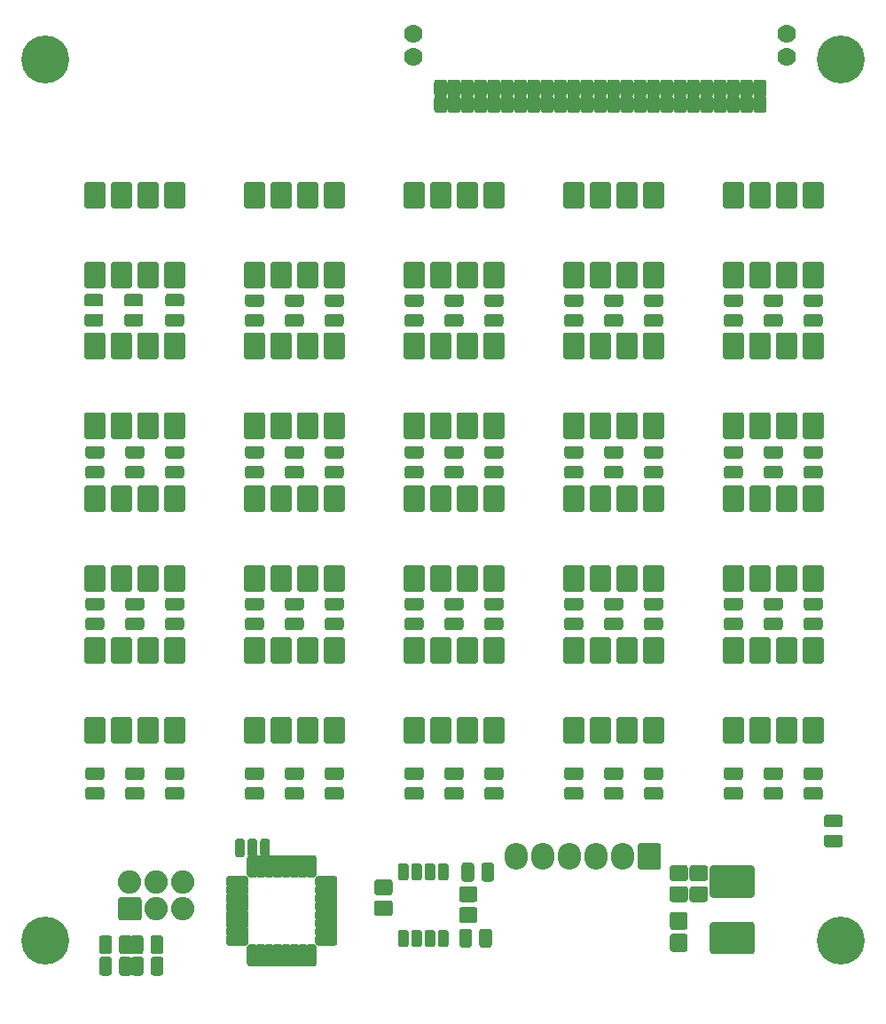
<source format=gts>
G04 #@! TF.GenerationSoftware,KiCad,Pcbnew,5.1.9+dfsg1-1~bpo10+1*
G04 #@! TF.CreationDate,2021-11-05T18:08:25+00:00*
G04 #@! TF.ProjectId,40-channel-hv-switching-board,34302d63-6861-46e6-9e65-6c2d68762d73,3.1.1*
G04 #@! TF.SameCoordinates,Original*
G04 #@! TF.FileFunction,Soldermask,Top*
G04 #@! TF.FilePolarity,Negative*
%FSLAX46Y46*%
G04 Gerber Fmt 4.6, Leading zero omitted, Abs format (unit mm)*
G04 Created by KiCad (PCBNEW 5.1.9+dfsg1-1~bpo10+1) date 2021-11-05 18:08:25*
%MOMM*%
%LPD*%
G01*
G04 APERTURE LIST*
%ADD10O,2.235200X2.540000*%
%ADD11O,2.235200X2.235200*%
%ADD12C,4.572000*%
%ADD13C,1.778000*%
G04 APERTURE END LIST*
G36*
G01*
X91725480Y-103870900D02*
X95474520Y-103870900D01*
G75*
G02*
X95728520Y-104124900I0J-254000D01*
G01*
X95728520Y-106675060D01*
G75*
G02*
X95474520Y-106929060I-254000J0D01*
G01*
X91725480Y-106929060D01*
G75*
G02*
X91471480Y-106675060I0J254000D01*
G01*
X91471480Y-104124900D01*
G75*
G02*
X91725480Y-103870900I254000J0D01*
G01*
G37*
G36*
G01*
X91725480Y-109270940D02*
X95474520Y-109270940D01*
G75*
G02*
X95728520Y-109524940I0J-254000D01*
G01*
X95728520Y-112075100D01*
G75*
G02*
X95474520Y-112329100I-254000J0D01*
G01*
X91725480Y-112329100D01*
G75*
G02*
X91471480Y-112075100I0J254000D01*
G01*
X91471480Y-109524940D01*
G75*
G02*
X91725480Y-109270940I254000J0D01*
G01*
G37*
G36*
G01*
X31735250Y-48544750D02*
X31735250Y-46512750D01*
G75*
G02*
X31989250Y-46258750I254000J0D01*
G01*
X33513250Y-46258750D01*
G75*
G02*
X33767250Y-46512750I0J-254000D01*
G01*
X33767250Y-48544750D01*
G75*
G02*
X33513250Y-48798750I-254000J0D01*
G01*
X31989250Y-48798750D01*
G75*
G02*
X31735250Y-48544750I0J254000D01*
G01*
G37*
G36*
G01*
X34275250Y-48544750D02*
X34275250Y-46512750D01*
G75*
G02*
X34529250Y-46258750I254000J0D01*
G01*
X36053250Y-46258750D01*
G75*
G02*
X36307250Y-46512750I0J-254000D01*
G01*
X36307250Y-48544750D01*
G75*
G02*
X36053250Y-48798750I-254000J0D01*
G01*
X34529250Y-48798750D01*
G75*
G02*
X34275250Y-48544750I0J254000D01*
G01*
G37*
G36*
G01*
X36815250Y-48544750D02*
X36815250Y-46512750D01*
G75*
G02*
X37069250Y-46258750I254000J0D01*
G01*
X38593250Y-46258750D01*
G75*
G02*
X38847250Y-46512750I0J-254000D01*
G01*
X38847250Y-48544750D01*
G75*
G02*
X38593250Y-48798750I-254000J0D01*
G01*
X37069250Y-48798750D01*
G75*
G02*
X36815250Y-48544750I0J254000D01*
G01*
G37*
G36*
G01*
X39355250Y-48544750D02*
X39355250Y-46512750D01*
G75*
G02*
X39609250Y-46258750I254000J0D01*
G01*
X41133250Y-46258750D01*
G75*
G02*
X41387250Y-46512750I0J-254000D01*
G01*
X41387250Y-48544750D01*
G75*
G02*
X41133250Y-48798750I-254000J0D01*
G01*
X39609250Y-48798750D01*
G75*
G02*
X39355250Y-48544750I0J254000D01*
G01*
G37*
G36*
G01*
X39355250Y-40924750D02*
X39355250Y-38892750D01*
G75*
G02*
X39609250Y-38638750I254000J0D01*
G01*
X41133250Y-38638750D01*
G75*
G02*
X41387250Y-38892750I0J-254000D01*
G01*
X41387250Y-40924750D01*
G75*
G02*
X41133250Y-41178750I-254000J0D01*
G01*
X39609250Y-41178750D01*
G75*
G02*
X39355250Y-40924750I0J254000D01*
G01*
G37*
G36*
G01*
X36815250Y-40924750D02*
X36815250Y-38892750D01*
G75*
G02*
X37069250Y-38638750I254000J0D01*
G01*
X38593250Y-38638750D01*
G75*
G02*
X38847250Y-38892750I0J-254000D01*
G01*
X38847250Y-40924750D01*
G75*
G02*
X38593250Y-41178750I-254000J0D01*
G01*
X37069250Y-41178750D01*
G75*
G02*
X36815250Y-40924750I0J254000D01*
G01*
G37*
G36*
G01*
X34275250Y-40924750D02*
X34275250Y-38892750D01*
G75*
G02*
X34529250Y-38638750I254000J0D01*
G01*
X36053250Y-38638750D01*
G75*
G02*
X36307250Y-38892750I0J-254000D01*
G01*
X36307250Y-40924750D01*
G75*
G02*
X36053250Y-41178750I-254000J0D01*
G01*
X34529250Y-41178750D01*
G75*
G02*
X34275250Y-40924750I0J254000D01*
G01*
G37*
G36*
G01*
X31735250Y-40924750D02*
X31735250Y-38892750D01*
G75*
G02*
X31989250Y-38638750I254000J0D01*
G01*
X33513250Y-38638750D01*
G75*
G02*
X33767250Y-38892750I0J-254000D01*
G01*
X33767250Y-40924750D01*
G75*
G02*
X33513250Y-41178750I-254000J0D01*
G01*
X31989250Y-41178750D01*
G75*
G02*
X31735250Y-40924750I0J254000D01*
G01*
G37*
G36*
G01*
X31735250Y-62924750D02*
X31735250Y-60892750D01*
G75*
G02*
X31989250Y-60638750I254000J0D01*
G01*
X33513250Y-60638750D01*
G75*
G02*
X33767250Y-60892750I0J-254000D01*
G01*
X33767250Y-62924750D01*
G75*
G02*
X33513250Y-63178750I-254000J0D01*
G01*
X31989250Y-63178750D01*
G75*
G02*
X31735250Y-62924750I0J254000D01*
G01*
G37*
G36*
G01*
X34275250Y-62924750D02*
X34275250Y-60892750D01*
G75*
G02*
X34529250Y-60638750I254000J0D01*
G01*
X36053250Y-60638750D01*
G75*
G02*
X36307250Y-60892750I0J-254000D01*
G01*
X36307250Y-62924750D01*
G75*
G02*
X36053250Y-63178750I-254000J0D01*
G01*
X34529250Y-63178750D01*
G75*
G02*
X34275250Y-62924750I0J254000D01*
G01*
G37*
G36*
G01*
X36815250Y-62924750D02*
X36815250Y-60892750D01*
G75*
G02*
X37069250Y-60638750I254000J0D01*
G01*
X38593250Y-60638750D01*
G75*
G02*
X38847250Y-60892750I0J-254000D01*
G01*
X38847250Y-62924750D01*
G75*
G02*
X38593250Y-63178750I-254000J0D01*
G01*
X37069250Y-63178750D01*
G75*
G02*
X36815250Y-62924750I0J254000D01*
G01*
G37*
G36*
G01*
X39355250Y-62924750D02*
X39355250Y-60892750D01*
G75*
G02*
X39609250Y-60638750I254000J0D01*
G01*
X41133250Y-60638750D01*
G75*
G02*
X41387250Y-60892750I0J-254000D01*
G01*
X41387250Y-62924750D01*
G75*
G02*
X41133250Y-63178750I-254000J0D01*
G01*
X39609250Y-63178750D01*
G75*
G02*
X39355250Y-62924750I0J254000D01*
G01*
G37*
G36*
G01*
X39355250Y-55304750D02*
X39355250Y-53272750D01*
G75*
G02*
X39609250Y-53018750I254000J0D01*
G01*
X41133250Y-53018750D01*
G75*
G02*
X41387250Y-53272750I0J-254000D01*
G01*
X41387250Y-55304750D01*
G75*
G02*
X41133250Y-55558750I-254000J0D01*
G01*
X39609250Y-55558750D01*
G75*
G02*
X39355250Y-55304750I0J254000D01*
G01*
G37*
G36*
G01*
X36815250Y-55304750D02*
X36815250Y-53272750D01*
G75*
G02*
X37069250Y-53018750I254000J0D01*
G01*
X38593250Y-53018750D01*
G75*
G02*
X38847250Y-53272750I0J-254000D01*
G01*
X38847250Y-55304750D01*
G75*
G02*
X38593250Y-55558750I-254000J0D01*
G01*
X37069250Y-55558750D01*
G75*
G02*
X36815250Y-55304750I0J254000D01*
G01*
G37*
G36*
G01*
X34275250Y-55304750D02*
X34275250Y-53272750D01*
G75*
G02*
X34529250Y-53018750I254000J0D01*
G01*
X36053250Y-53018750D01*
G75*
G02*
X36307250Y-53272750I0J-254000D01*
G01*
X36307250Y-55304750D01*
G75*
G02*
X36053250Y-55558750I-254000J0D01*
G01*
X34529250Y-55558750D01*
G75*
G02*
X34275250Y-55304750I0J254000D01*
G01*
G37*
G36*
G01*
X31735250Y-55304750D02*
X31735250Y-53272750D01*
G75*
G02*
X31989250Y-53018750I254000J0D01*
G01*
X33513250Y-53018750D01*
G75*
G02*
X33767250Y-53272750I0J-254000D01*
G01*
X33767250Y-55304750D01*
G75*
G02*
X33513250Y-55558750I-254000J0D01*
G01*
X31989250Y-55558750D01*
G75*
G02*
X31735250Y-55304750I0J254000D01*
G01*
G37*
G36*
G01*
X31735250Y-77504750D02*
X31735250Y-75472750D01*
G75*
G02*
X31989250Y-75218750I254000J0D01*
G01*
X33513250Y-75218750D01*
G75*
G02*
X33767250Y-75472750I0J-254000D01*
G01*
X33767250Y-77504750D01*
G75*
G02*
X33513250Y-77758750I-254000J0D01*
G01*
X31989250Y-77758750D01*
G75*
G02*
X31735250Y-77504750I0J254000D01*
G01*
G37*
G36*
G01*
X34275250Y-77504750D02*
X34275250Y-75472750D01*
G75*
G02*
X34529250Y-75218750I254000J0D01*
G01*
X36053250Y-75218750D01*
G75*
G02*
X36307250Y-75472750I0J-254000D01*
G01*
X36307250Y-77504750D01*
G75*
G02*
X36053250Y-77758750I-254000J0D01*
G01*
X34529250Y-77758750D01*
G75*
G02*
X34275250Y-77504750I0J254000D01*
G01*
G37*
G36*
G01*
X36815250Y-77504750D02*
X36815250Y-75472750D01*
G75*
G02*
X37069250Y-75218750I254000J0D01*
G01*
X38593250Y-75218750D01*
G75*
G02*
X38847250Y-75472750I0J-254000D01*
G01*
X38847250Y-77504750D01*
G75*
G02*
X38593250Y-77758750I-254000J0D01*
G01*
X37069250Y-77758750D01*
G75*
G02*
X36815250Y-77504750I0J254000D01*
G01*
G37*
G36*
G01*
X39355250Y-77504750D02*
X39355250Y-75472750D01*
G75*
G02*
X39609250Y-75218750I254000J0D01*
G01*
X41133250Y-75218750D01*
G75*
G02*
X41387250Y-75472750I0J-254000D01*
G01*
X41387250Y-77504750D01*
G75*
G02*
X41133250Y-77758750I-254000J0D01*
G01*
X39609250Y-77758750D01*
G75*
G02*
X39355250Y-77504750I0J254000D01*
G01*
G37*
G36*
G01*
X39355250Y-69884750D02*
X39355250Y-67852750D01*
G75*
G02*
X39609250Y-67598750I254000J0D01*
G01*
X41133250Y-67598750D01*
G75*
G02*
X41387250Y-67852750I0J-254000D01*
G01*
X41387250Y-69884750D01*
G75*
G02*
X41133250Y-70138750I-254000J0D01*
G01*
X39609250Y-70138750D01*
G75*
G02*
X39355250Y-69884750I0J254000D01*
G01*
G37*
G36*
G01*
X36815250Y-69884750D02*
X36815250Y-67852750D01*
G75*
G02*
X37069250Y-67598750I254000J0D01*
G01*
X38593250Y-67598750D01*
G75*
G02*
X38847250Y-67852750I0J-254000D01*
G01*
X38847250Y-69884750D01*
G75*
G02*
X38593250Y-70138750I-254000J0D01*
G01*
X37069250Y-70138750D01*
G75*
G02*
X36815250Y-69884750I0J254000D01*
G01*
G37*
G36*
G01*
X34275250Y-69884750D02*
X34275250Y-67852750D01*
G75*
G02*
X34529250Y-67598750I254000J0D01*
G01*
X36053250Y-67598750D01*
G75*
G02*
X36307250Y-67852750I0J-254000D01*
G01*
X36307250Y-69884750D01*
G75*
G02*
X36053250Y-70138750I-254000J0D01*
G01*
X34529250Y-70138750D01*
G75*
G02*
X34275250Y-69884750I0J254000D01*
G01*
G37*
G36*
G01*
X31735250Y-69884750D02*
X31735250Y-67852750D01*
G75*
G02*
X31989250Y-67598750I254000J0D01*
G01*
X33513250Y-67598750D01*
G75*
G02*
X33767250Y-67852750I0J-254000D01*
G01*
X33767250Y-69884750D01*
G75*
G02*
X33513250Y-70138750I-254000J0D01*
G01*
X31989250Y-70138750D01*
G75*
G02*
X31735250Y-69884750I0J254000D01*
G01*
G37*
G36*
G01*
X31735250Y-91984750D02*
X31735250Y-89952750D01*
G75*
G02*
X31989250Y-89698750I254000J0D01*
G01*
X33513250Y-89698750D01*
G75*
G02*
X33767250Y-89952750I0J-254000D01*
G01*
X33767250Y-91984750D01*
G75*
G02*
X33513250Y-92238750I-254000J0D01*
G01*
X31989250Y-92238750D01*
G75*
G02*
X31735250Y-91984750I0J254000D01*
G01*
G37*
G36*
G01*
X34275250Y-91984750D02*
X34275250Y-89952750D01*
G75*
G02*
X34529250Y-89698750I254000J0D01*
G01*
X36053250Y-89698750D01*
G75*
G02*
X36307250Y-89952750I0J-254000D01*
G01*
X36307250Y-91984750D01*
G75*
G02*
X36053250Y-92238750I-254000J0D01*
G01*
X34529250Y-92238750D01*
G75*
G02*
X34275250Y-91984750I0J254000D01*
G01*
G37*
G36*
G01*
X36815250Y-91984750D02*
X36815250Y-89952750D01*
G75*
G02*
X37069250Y-89698750I254000J0D01*
G01*
X38593250Y-89698750D01*
G75*
G02*
X38847250Y-89952750I0J-254000D01*
G01*
X38847250Y-91984750D01*
G75*
G02*
X38593250Y-92238750I-254000J0D01*
G01*
X37069250Y-92238750D01*
G75*
G02*
X36815250Y-91984750I0J254000D01*
G01*
G37*
G36*
G01*
X39355250Y-91984750D02*
X39355250Y-89952750D01*
G75*
G02*
X39609250Y-89698750I254000J0D01*
G01*
X41133250Y-89698750D01*
G75*
G02*
X41387250Y-89952750I0J-254000D01*
G01*
X41387250Y-91984750D01*
G75*
G02*
X41133250Y-92238750I-254000J0D01*
G01*
X39609250Y-92238750D01*
G75*
G02*
X39355250Y-91984750I0J254000D01*
G01*
G37*
G36*
G01*
X39355250Y-84364750D02*
X39355250Y-82332750D01*
G75*
G02*
X39609250Y-82078750I254000J0D01*
G01*
X41133250Y-82078750D01*
G75*
G02*
X41387250Y-82332750I0J-254000D01*
G01*
X41387250Y-84364750D01*
G75*
G02*
X41133250Y-84618750I-254000J0D01*
G01*
X39609250Y-84618750D01*
G75*
G02*
X39355250Y-84364750I0J254000D01*
G01*
G37*
G36*
G01*
X36815250Y-84364750D02*
X36815250Y-82332750D01*
G75*
G02*
X37069250Y-82078750I254000J0D01*
G01*
X38593250Y-82078750D01*
G75*
G02*
X38847250Y-82332750I0J-254000D01*
G01*
X38847250Y-84364750D01*
G75*
G02*
X38593250Y-84618750I-254000J0D01*
G01*
X37069250Y-84618750D01*
G75*
G02*
X36815250Y-84364750I0J254000D01*
G01*
G37*
G36*
G01*
X34275250Y-84364750D02*
X34275250Y-82332750D01*
G75*
G02*
X34529250Y-82078750I254000J0D01*
G01*
X36053250Y-82078750D01*
G75*
G02*
X36307250Y-82332750I0J-254000D01*
G01*
X36307250Y-84364750D01*
G75*
G02*
X36053250Y-84618750I-254000J0D01*
G01*
X34529250Y-84618750D01*
G75*
G02*
X34275250Y-84364750I0J254000D01*
G01*
G37*
G36*
G01*
X31735250Y-84364750D02*
X31735250Y-82332750D01*
G75*
G02*
X31989250Y-82078750I254000J0D01*
G01*
X33513250Y-82078750D01*
G75*
G02*
X33767250Y-82332750I0J-254000D01*
G01*
X33767250Y-84364750D01*
G75*
G02*
X33513250Y-84618750I-254000J0D01*
G01*
X31989250Y-84618750D01*
G75*
G02*
X31735250Y-84364750I0J254000D01*
G01*
G37*
G36*
G01*
X46975250Y-48544750D02*
X46975250Y-46512750D01*
G75*
G02*
X47229250Y-46258750I254000J0D01*
G01*
X48753250Y-46258750D01*
G75*
G02*
X49007250Y-46512750I0J-254000D01*
G01*
X49007250Y-48544750D01*
G75*
G02*
X48753250Y-48798750I-254000J0D01*
G01*
X47229250Y-48798750D01*
G75*
G02*
X46975250Y-48544750I0J254000D01*
G01*
G37*
G36*
G01*
X49515250Y-48544750D02*
X49515250Y-46512750D01*
G75*
G02*
X49769250Y-46258750I254000J0D01*
G01*
X51293250Y-46258750D01*
G75*
G02*
X51547250Y-46512750I0J-254000D01*
G01*
X51547250Y-48544750D01*
G75*
G02*
X51293250Y-48798750I-254000J0D01*
G01*
X49769250Y-48798750D01*
G75*
G02*
X49515250Y-48544750I0J254000D01*
G01*
G37*
G36*
G01*
X52055250Y-48544750D02*
X52055250Y-46512750D01*
G75*
G02*
X52309250Y-46258750I254000J0D01*
G01*
X53833250Y-46258750D01*
G75*
G02*
X54087250Y-46512750I0J-254000D01*
G01*
X54087250Y-48544750D01*
G75*
G02*
X53833250Y-48798750I-254000J0D01*
G01*
X52309250Y-48798750D01*
G75*
G02*
X52055250Y-48544750I0J254000D01*
G01*
G37*
G36*
G01*
X54595250Y-48544750D02*
X54595250Y-46512750D01*
G75*
G02*
X54849250Y-46258750I254000J0D01*
G01*
X56373250Y-46258750D01*
G75*
G02*
X56627250Y-46512750I0J-254000D01*
G01*
X56627250Y-48544750D01*
G75*
G02*
X56373250Y-48798750I-254000J0D01*
G01*
X54849250Y-48798750D01*
G75*
G02*
X54595250Y-48544750I0J254000D01*
G01*
G37*
G36*
G01*
X54595250Y-40924750D02*
X54595250Y-38892750D01*
G75*
G02*
X54849250Y-38638750I254000J0D01*
G01*
X56373250Y-38638750D01*
G75*
G02*
X56627250Y-38892750I0J-254000D01*
G01*
X56627250Y-40924750D01*
G75*
G02*
X56373250Y-41178750I-254000J0D01*
G01*
X54849250Y-41178750D01*
G75*
G02*
X54595250Y-40924750I0J254000D01*
G01*
G37*
G36*
G01*
X52055250Y-40924750D02*
X52055250Y-38892750D01*
G75*
G02*
X52309250Y-38638750I254000J0D01*
G01*
X53833250Y-38638750D01*
G75*
G02*
X54087250Y-38892750I0J-254000D01*
G01*
X54087250Y-40924750D01*
G75*
G02*
X53833250Y-41178750I-254000J0D01*
G01*
X52309250Y-41178750D01*
G75*
G02*
X52055250Y-40924750I0J254000D01*
G01*
G37*
G36*
G01*
X49515250Y-40924750D02*
X49515250Y-38892750D01*
G75*
G02*
X49769250Y-38638750I254000J0D01*
G01*
X51293250Y-38638750D01*
G75*
G02*
X51547250Y-38892750I0J-254000D01*
G01*
X51547250Y-40924750D01*
G75*
G02*
X51293250Y-41178750I-254000J0D01*
G01*
X49769250Y-41178750D01*
G75*
G02*
X49515250Y-40924750I0J254000D01*
G01*
G37*
G36*
G01*
X46975250Y-40924750D02*
X46975250Y-38892750D01*
G75*
G02*
X47229250Y-38638750I254000J0D01*
G01*
X48753250Y-38638750D01*
G75*
G02*
X49007250Y-38892750I0J-254000D01*
G01*
X49007250Y-40924750D01*
G75*
G02*
X48753250Y-41178750I-254000J0D01*
G01*
X47229250Y-41178750D01*
G75*
G02*
X46975250Y-40924750I0J254000D01*
G01*
G37*
G36*
G01*
X46975250Y-62924750D02*
X46975250Y-60892750D01*
G75*
G02*
X47229250Y-60638750I254000J0D01*
G01*
X48753250Y-60638750D01*
G75*
G02*
X49007250Y-60892750I0J-254000D01*
G01*
X49007250Y-62924750D01*
G75*
G02*
X48753250Y-63178750I-254000J0D01*
G01*
X47229250Y-63178750D01*
G75*
G02*
X46975250Y-62924750I0J254000D01*
G01*
G37*
G36*
G01*
X49515250Y-62924750D02*
X49515250Y-60892750D01*
G75*
G02*
X49769250Y-60638750I254000J0D01*
G01*
X51293250Y-60638750D01*
G75*
G02*
X51547250Y-60892750I0J-254000D01*
G01*
X51547250Y-62924750D01*
G75*
G02*
X51293250Y-63178750I-254000J0D01*
G01*
X49769250Y-63178750D01*
G75*
G02*
X49515250Y-62924750I0J254000D01*
G01*
G37*
G36*
G01*
X52055250Y-62924750D02*
X52055250Y-60892750D01*
G75*
G02*
X52309250Y-60638750I254000J0D01*
G01*
X53833250Y-60638750D01*
G75*
G02*
X54087250Y-60892750I0J-254000D01*
G01*
X54087250Y-62924750D01*
G75*
G02*
X53833250Y-63178750I-254000J0D01*
G01*
X52309250Y-63178750D01*
G75*
G02*
X52055250Y-62924750I0J254000D01*
G01*
G37*
G36*
G01*
X54595250Y-62924750D02*
X54595250Y-60892750D01*
G75*
G02*
X54849250Y-60638750I254000J0D01*
G01*
X56373250Y-60638750D01*
G75*
G02*
X56627250Y-60892750I0J-254000D01*
G01*
X56627250Y-62924750D01*
G75*
G02*
X56373250Y-63178750I-254000J0D01*
G01*
X54849250Y-63178750D01*
G75*
G02*
X54595250Y-62924750I0J254000D01*
G01*
G37*
G36*
G01*
X54595250Y-55304750D02*
X54595250Y-53272750D01*
G75*
G02*
X54849250Y-53018750I254000J0D01*
G01*
X56373250Y-53018750D01*
G75*
G02*
X56627250Y-53272750I0J-254000D01*
G01*
X56627250Y-55304750D01*
G75*
G02*
X56373250Y-55558750I-254000J0D01*
G01*
X54849250Y-55558750D01*
G75*
G02*
X54595250Y-55304750I0J254000D01*
G01*
G37*
G36*
G01*
X52055250Y-55304750D02*
X52055250Y-53272750D01*
G75*
G02*
X52309250Y-53018750I254000J0D01*
G01*
X53833250Y-53018750D01*
G75*
G02*
X54087250Y-53272750I0J-254000D01*
G01*
X54087250Y-55304750D01*
G75*
G02*
X53833250Y-55558750I-254000J0D01*
G01*
X52309250Y-55558750D01*
G75*
G02*
X52055250Y-55304750I0J254000D01*
G01*
G37*
G36*
G01*
X49515250Y-55304750D02*
X49515250Y-53272750D01*
G75*
G02*
X49769250Y-53018750I254000J0D01*
G01*
X51293250Y-53018750D01*
G75*
G02*
X51547250Y-53272750I0J-254000D01*
G01*
X51547250Y-55304750D01*
G75*
G02*
X51293250Y-55558750I-254000J0D01*
G01*
X49769250Y-55558750D01*
G75*
G02*
X49515250Y-55304750I0J254000D01*
G01*
G37*
G36*
G01*
X46975250Y-55304750D02*
X46975250Y-53272750D01*
G75*
G02*
X47229250Y-53018750I254000J0D01*
G01*
X48753250Y-53018750D01*
G75*
G02*
X49007250Y-53272750I0J-254000D01*
G01*
X49007250Y-55304750D01*
G75*
G02*
X48753250Y-55558750I-254000J0D01*
G01*
X47229250Y-55558750D01*
G75*
G02*
X46975250Y-55304750I0J254000D01*
G01*
G37*
G36*
G01*
X46975250Y-77504750D02*
X46975250Y-75472750D01*
G75*
G02*
X47229250Y-75218750I254000J0D01*
G01*
X48753250Y-75218750D01*
G75*
G02*
X49007250Y-75472750I0J-254000D01*
G01*
X49007250Y-77504750D01*
G75*
G02*
X48753250Y-77758750I-254000J0D01*
G01*
X47229250Y-77758750D01*
G75*
G02*
X46975250Y-77504750I0J254000D01*
G01*
G37*
G36*
G01*
X49515250Y-77504750D02*
X49515250Y-75472750D01*
G75*
G02*
X49769250Y-75218750I254000J0D01*
G01*
X51293250Y-75218750D01*
G75*
G02*
X51547250Y-75472750I0J-254000D01*
G01*
X51547250Y-77504750D01*
G75*
G02*
X51293250Y-77758750I-254000J0D01*
G01*
X49769250Y-77758750D01*
G75*
G02*
X49515250Y-77504750I0J254000D01*
G01*
G37*
G36*
G01*
X52055250Y-77504750D02*
X52055250Y-75472750D01*
G75*
G02*
X52309250Y-75218750I254000J0D01*
G01*
X53833250Y-75218750D01*
G75*
G02*
X54087250Y-75472750I0J-254000D01*
G01*
X54087250Y-77504750D01*
G75*
G02*
X53833250Y-77758750I-254000J0D01*
G01*
X52309250Y-77758750D01*
G75*
G02*
X52055250Y-77504750I0J254000D01*
G01*
G37*
G36*
G01*
X54595250Y-77504750D02*
X54595250Y-75472750D01*
G75*
G02*
X54849250Y-75218750I254000J0D01*
G01*
X56373250Y-75218750D01*
G75*
G02*
X56627250Y-75472750I0J-254000D01*
G01*
X56627250Y-77504750D01*
G75*
G02*
X56373250Y-77758750I-254000J0D01*
G01*
X54849250Y-77758750D01*
G75*
G02*
X54595250Y-77504750I0J254000D01*
G01*
G37*
G36*
G01*
X54595250Y-69884750D02*
X54595250Y-67852750D01*
G75*
G02*
X54849250Y-67598750I254000J0D01*
G01*
X56373250Y-67598750D01*
G75*
G02*
X56627250Y-67852750I0J-254000D01*
G01*
X56627250Y-69884750D01*
G75*
G02*
X56373250Y-70138750I-254000J0D01*
G01*
X54849250Y-70138750D01*
G75*
G02*
X54595250Y-69884750I0J254000D01*
G01*
G37*
G36*
G01*
X52055250Y-69884750D02*
X52055250Y-67852750D01*
G75*
G02*
X52309250Y-67598750I254000J0D01*
G01*
X53833250Y-67598750D01*
G75*
G02*
X54087250Y-67852750I0J-254000D01*
G01*
X54087250Y-69884750D01*
G75*
G02*
X53833250Y-70138750I-254000J0D01*
G01*
X52309250Y-70138750D01*
G75*
G02*
X52055250Y-69884750I0J254000D01*
G01*
G37*
G36*
G01*
X49515250Y-69884750D02*
X49515250Y-67852750D01*
G75*
G02*
X49769250Y-67598750I254000J0D01*
G01*
X51293250Y-67598750D01*
G75*
G02*
X51547250Y-67852750I0J-254000D01*
G01*
X51547250Y-69884750D01*
G75*
G02*
X51293250Y-70138750I-254000J0D01*
G01*
X49769250Y-70138750D01*
G75*
G02*
X49515250Y-69884750I0J254000D01*
G01*
G37*
G36*
G01*
X46975250Y-69884750D02*
X46975250Y-67852750D01*
G75*
G02*
X47229250Y-67598750I254000J0D01*
G01*
X48753250Y-67598750D01*
G75*
G02*
X49007250Y-67852750I0J-254000D01*
G01*
X49007250Y-69884750D01*
G75*
G02*
X48753250Y-70138750I-254000J0D01*
G01*
X47229250Y-70138750D01*
G75*
G02*
X46975250Y-69884750I0J254000D01*
G01*
G37*
G36*
G01*
X46975250Y-91984750D02*
X46975250Y-89952750D01*
G75*
G02*
X47229250Y-89698750I254000J0D01*
G01*
X48753250Y-89698750D01*
G75*
G02*
X49007250Y-89952750I0J-254000D01*
G01*
X49007250Y-91984750D01*
G75*
G02*
X48753250Y-92238750I-254000J0D01*
G01*
X47229250Y-92238750D01*
G75*
G02*
X46975250Y-91984750I0J254000D01*
G01*
G37*
G36*
G01*
X49515250Y-91984750D02*
X49515250Y-89952750D01*
G75*
G02*
X49769250Y-89698750I254000J0D01*
G01*
X51293250Y-89698750D01*
G75*
G02*
X51547250Y-89952750I0J-254000D01*
G01*
X51547250Y-91984750D01*
G75*
G02*
X51293250Y-92238750I-254000J0D01*
G01*
X49769250Y-92238750D01*
G75*
G02*
X49515250Y-91984750I0J254000D01*
G01*
G37*
G36*
G01*
X52055250Y-91984750D02*
X52055250Y-89952750D01*
G75*
G02*
X52309250Y-89698750I254000J0D01*
G01*
X53833250Y-89698750D01*
G75*
G02*
X54087250Y-89952750I0J-254000D01*
G01*
X54087250Y-91984750D01*
G75*
G02*
X53833250Y-92238750I-254000J0D01*
G01*
X52309250Y-92238750D01*
G75*
G02*
X52055250Y-91984750I0J254000D01*
G01*
G37*
G36*
G01*
X54595250Y-91984750D02*
X54595250Y-89952750D01*
G75*
G02*
X54849250Y-89698750I254000J0D01*
G01*
X56373250Y-89698750D01*
G75*
G02*
X56627250Y-89952750I0J-254000D01*
G01*
X56627250Y-91984750D01*
G75*
G02*
X56373250Y-92238750I-254000J0D01*
G01*
X54849250Y-92238750D01*
G75*
G02*
X54595250Y-91984750I0J254000D01*
G01*
G37*
G36*
G01*
X54595250Y-84364750D02*
X54595250Y-82332750D01*
G75*
G02*
X54849250Y-82078750I254000J0D01*
G01*
X56373250Y-82078750D01*
G75*
G02*
X56627250Y-82332750I0J-254000D01*
G01*
X56627250Y-84364750D01*
G75*
G02*
X56373250Y-84618750I-254000J0D01*
G01*
X54849250Y-84618750D01*
G75*
G02*
X54595250Y-84364750I0J254000D01*
G01*
G37*
G36*
G01*
X52055250Y-84364750D02*
X52055250Y-82332750D01*
G75*
G02*
X52309250Y-82078750I254000J0D01*
G01*
X53833250Y-82078750D01*
G75*
G02*
X54087250Y-82332750I0J-254000D01*
G01*
X54087250Y-84364750D01*
G75*
G02*
X53833250Y-84618750I-254000J0D01*
G01*
X52309250Y-84618750D01*
G75*
G02*
X52055250Y-84364750I0J254000D01*
G01*
G37*
G36*
G01*
X49515250Y-84364750D02*
X49515250Y-82332750D01*
G75*
G02*
X49769250Y-82078750I254000J0D01*
G01*
X51293250Y-82078750D01*
G75*
G02*
X51547250Y-82332750I0J-254000D01*
G01*
X51547250Y-84364750D01*
G75*
G02*
X51293250Y-84618750I-254000J0D01*
G01*
X49769250Y-84618750D01*
G75*
G02*
X49515250Y-84364750I0J254000D01*
G01*
G37*
G36*
G01*
X46975250Y-84364750D02*
X46975250Y-82332750D01*
G75*
G02*
X47229250Y-82078750I254000J0D01*
G01*
X48753250Y-82078750D01*
G75*
G02*
X49007250Y-82332750I0J-254000D01*
G01*
X49007250Y-84364750D01*
G75*
G02*
X48753250Y-84618750I-254000J0D01*
G01*
X47229250Y-84618750D01*
G75*
G02*
X46975250Y-84364750I0J254000D01*
G01*
G37*
G36*
G01*
X62215250Y-48544750D02*
X62215250Y-46512750D01*
G75*
G02*
X62469250Y-46258750I254000J0D01*
G01*
X63993250Y-46258750D01*
G75*
G02*
X64247250Y-46512750I0J-254000D01*
G01*
X64247250Y-48544750D01*
G75*
G02*
X63993250Y-48798750I-254000J0D01*
G01*
X62469250Y-48798750D01*
G75*
G02*
X62215250Y-48544750I0J254000D01*
G01*
G37*
G36*
G01*
X64755250Y-48544750D02*
X64755250Y-46512750D01*
G75*
G02*
X65009250Y-46258750I254000J0D01*
G01*
X66533250Y-46258750D01*
G75*
G02*
X66787250Y-46512750I0J-254000D01*
G01*
X66787250Y-48544750D01*
G75*
G02*
X66533250Y-48798750I-254000J0D01*
G01*
X65009250Y-48798750D01*
G75*
G02*
X64755250Y-48544750I0J254000D01*
G01*
G37*
G36*
G01*
X67295250Y-48544750D02*
X67295250Y-46512750D01*
G75*
G02*
X67549250Y-46258750I254000J0D01*
G01*
X69073250Y-46258750D01*
G75*
G02*
X69327250Y-46512750I0J-254000D01*
G01*
X69327250Y-48544750D01*
G75*
G02*
X69073250Y-48798750I-254000J0D01*
G01*
X67549250Y-48798750D01*
G75*
G02*
X67295250Y-48544750I0J254000D01*
G01*
G37*
G36*
G01*
X69835250Y-48544750D02*
X69835250Y-46512750D01*
G75*
G02*
X70089250Y-46258750I254000J0D01*
G01*
X71613250Y-46258750D01*
G75*
G02*
X71867250Y-46512750I0J-254000D01*
G01*
X71867250Y-48544750D01*
G75*
G02*
X71613250Y-48798750I-254000J0D01*
G01*
X70089250Y-48798750D01*
G75*
G02*
X69835250Y-48544750I0J254000D01*
G01*
G37*
G36*
G01*
X69835250Y-40924750D02*
X69835250Y-38892750D01*
G75*
G02*
X70089250Y-38638750I254000J0D01*
G01*
X71613250Y-38638750D01*
G75*
G02*
X71867250Y-38892750I0J-254000D01*
G01*
X71867250Y-40924750D01*
G75*
G02*
X71613250Y-41178750I-254000J0D01*
G01*
X70089250Y-41178750D01*
G75*
G02*
X69835250Y-40924750I0J254000D01*
G01*
G37*
G36*
G01*
X67295250Y-40924750D02*
X67295250Y-38892750D01*
G75*
G02*
X67549250Y-38638750I254000J0D01*
G01*
X69073250Y-38638750D01*
G75*
G02*
X69327250Y-38892750I0J-254000D01*
G01*
X69327250Y-40924750D01*
G75*
G02*
X69073250Y-41178750I-254000J0D01*
G01*
X67549250Y-41178750D01*
G75*
G02*
X67295250Y-40924750I0J254000D01*
G01*
G37*
G36*
G01*
X64755250Y-40924750D02*
X64755250Y-38892750D01*
G75*
G02*
X65009250Y-38638750I254000J0D01*
G01*
X66533250Y-38638750D01*
G75*
G02*
X66787250Y-38892750I0J-254000D01*
G01*
X66787250Y-40924750D01*
G75*
G02*
X66533250Y-41178750I-254000J0D01*
G01*
X65009250Y-41178750D01*
G75*
G02*
X64755250Y-40924750I0J254000D01*
G01*
G37*
G36*
G01*
X62215250Y-40924750D02*
X62215250Y-38892750D01*
G75*
G02*
X62469250Y-38638750I254000J0D01*
G01*
X63993250Y-38638750D01*
G75*
G02*
X64247250Y-38892750I0J-254000D01*
G01*
X64247250Y-40924750D01*
G75*
G02*
X63993250Y-41178750I-254000J0D01*
G01*
X62469250Y-41178750D01*
G75*
G02*
X62215250Y-40924750I0J254000D01*
G01*
G37*
G36*
G01*
X62215250Y-62924750D02*
X62215250Y-60892750D01*
G75*
G02*
X62469250Y-60638750I254000J0D01*
G01*
X63993250Y-60638750D01*
G75*
G02*
X64247250Y-60892750I0J-254000D01*
G01*
X64247250Y-62924750D01*
G75*
G02*
X63993250Y-63178750I-254000J0D01*
G01*
X62469250Y-63178750D01*
G75*
G02*
X62215250Y-62924750I0J254000D01*
G01*
G37*
G36*
G01*
X64755250Y-62924750D02*
X64755250Y-60892750D01*
G75*
G02*
X65009250Y-60638750I254000J0D01*
G01*
X66533250Y-60638750D01*
G75*
G02*
X66787250Y-60892750I0J-254000D01*
G01*
X66787250Y-62924750D01*
G75*
G02*
X66533250Y-63178750I-254000J0D01*
G01*
X65009250Y-63178750D01*
G75*
G02*
X64755250Y-62924750I0J254000D01*
G01*
G37*
G36*
G01*
X67295250Y-62924750D02*
X67295250Y-60892750D01*
G75*
G02*
X67549250Y-60638750I254000J0D01*
G01*
X69073250Y-60638750D01*
G75*
G02*
X69327250Y-60892750I0J-254000D01*
G01*
X69327250Y-62924750D01*
G75*
G02*
X69073250Y-63178750I-254000J0D01*
G01*
X67549250Y-63178750D01*
G75*
G02*
X67295250Y-62924750I0J254000D01*
G01*
G37*
G36*
G01*
X69835250Y-62924750D02*
X69835250Y-60892750D01*
G75*
G02*
X70089250Y-60638750I254000J0D01*
G01*
X71613250Y-60638750D01*
G75*
G02*
X71867250Y-60892750I0J-254000D01*
G01*
X71867250Y-62924750D01*
G75*
G02*
X71613250Y-63178750I-254000J0D01*
G01*
X70089250Y-63178750D01*
G75*
G02*
X69835250Y-62924750I0J254000D01*
G01*
G37*
G36*
G01*
X69835250Y-55304750D02*
X69835250Y-53272750D01*
G75*
G02*
X70089250Y-53018750I254000J0D01*
G01*
X71613250Y-53018750D01*
G75*
G02*
X71867250Y-53272750I0J-254000D01*
G01*
X71867250Y-55304750D01*
G75*
G02*
X71613250Y-55558750I-254000J0D01*
G01*
X70089250Y-55558750D01*
G75*
G02*
X69835250Y-55304750I0J254000D01*
G01*
G37*
G36*
G01*
X67295250Y-55304750D02*
X67295250Y-53272750D01*
G75*
G02*
X67549250Y-53018750I254000J0D01*
G01*
X69073250Y-53018750D01*
G75*
G02*
X69327250Y-53272750I0J-254000D01*
G01*
X69327250Y-55304750D01*
G75*
G02*
X69073250Y-55558750I-254000J0D01*
G01*
X67549250Y-55558750D01*
G75*
G02*
X67295250Y-55304750I0J254000D01*
G01*
G37*
G36*
G01*
X64755250Y-55304750D02*
X64755250Y-53272750D01*
G75*
G02*
X65009250Y-53018750I254000J0D01*
G01*
X66533250Y-53018750D01*
G75*
G02*
X66787250Y-53272750I0J-254000D01*
G01*
X66787250Y-55304750D01*
G75*
G02*
X66533250Y-55558750I-254000J0D01*
G01*
X65009250Y-55558750D01*
G75*
G02*
X64755250Y-55304750I0J254000D01*
G01*
G37*
G36*
G01*
X62215250Y-55304750D02*
X62215250Y-53272750D01*
G75*
G02*
X62469250Y-53018750I254000J0D01*
G01*
X63993250Y-53018750D01*
G75*
G02*
X64247250Y-53272750I0J-254000D01*
G01*
X64247250Y-55304750D01*
G75*
G02*
X63993250Y-55558750I-254000J0D01*
G01*
X62469250Y-55558750D01*
G75*
G02*
X62215250Y-55304750I0J254000D01*
G01*
G37*
G36*
G01*
X62215250Y-77504750D02*
X62215250Y-75472750D01*
G75*
G02*
X62469250Y-75218750I254000J0D01*
G01*
X63993250Y-75218750D01*
G75*
G02*
X64247250Y-75472750I0J-254000D01*
G01*
X64247250Y-77504750D01*
G75*
G02*
X63993250Y-77758750I-254000J0D01*
G01*
X62469250Y-77758750D01*
G75*
G02*
X62215250Y-77504750I0J254000D01*
G01*
G37*
G36*
G01*
X64755250Y-77504750D02*
X64755250Y-75472750D01*
G75*
G02*
X65009250Y-75218750I254000J0D01*
G01*
X66533250Y-75218750D01*
G75*
G02*
X66787250Y-75472750I0J-254000D01*
G01*
X66787250Y-77504750D01*
G75*
G02*
X66533250Y-77758750I-254000J0D01*
G01*
X65009250Y-77758750D01*
G75*
G02*
X64755250Y-77504750I0J254000D01*
G01*
G37*
G36*
G01*
X67295250Y-77504750D02*
X67295250Y-75472750D01*
G75*
G02*
X67549250Y-75218750I254000J0D01*
G01*
X69073250Y-75218750D01*
G75*
G02*
X69327250Y-75472750I0J-254000D01*
G01*
X69327250Y-77504750D01*
G75*
G02*
X69073250Y-77758750I-254000J0D01*
G01*
X67549250Y-77758750D01*
G75*
G02*
X67295250Y-77504750I0J254000D01*
G01*
G37*
G36*
G01*
X69835250Y-77504750D02*
X69835250Y-75472750D01*
G75*
G02*
X70089250Y-75218750I254000J0D01*
G01*
X71613250Y-75218750D01*
G75*
G02*
X71867250Y-75472750I0J-254000D01*
G01*
X71867250Y-77504750D01*
G75*
G02*
X71613250Y-77758750I-254000J0D01*
G01*
X70089250Y-77758750D01*
G75*
G02*
X69835250Y-77504750I0J254000D01*
G01*
G37*
G36*
G01*
X69835250Y-69884750D02*
X69835250Y-67852750D01*
G75*
G02*
X70089250Y-67598750I254000J0D01*
G01*
X71613250Y-67598750D01*
G75*
G02*
X71867250Y-67852750I0J-254000D01*
G01*
X71867250Y-69884750D01*
G75*
G02*
X71613250Y-70138750I-254000J0D01*
G01*
X70089250Y-70138750D01*
G75*
G02*
X69835250Y-69884750I0J254000D01*
G01*
G37*
G36*
G01*
X67295250Y-69884750D02*
X67295250Y-67852750D01*
G75*
G02*
X67549250Y-67598750I254000J0D01*
G01*
X69073250Y-67598750D01*
G75*
G02*
X69327250Y-67852750I0J-254000D01*
G01*
X69327250Y-69884750D01*
G75*
G02*
X69073250Y-70138750I-254000J0D01*
G01*
X67549250Y-70138750D01*
G75*
G02*
X67295250Y-69884750I0J254000D01*
G01*
G37*
G36*
G01*
X64755250Y-69884750D02*
X64755250Y-67852750D01*
G75*
G02*
X65009250Y-67598750I254000J0D01*
G01*
X66533250Y-67598750D01*
G75*
G02*
X66787250Y-67852750I0J-254000D01*
G01*
X66787250Y-69884750D01*
G75*
G02*
X66533250Y-70138750I-254000J0D01*
G01*
X65009250Y-70138750D01*
G75*
G02*
X64755250Y-69884750I0J254000D01*
G01*
G37*
G36*
G01*
X62215250Y-69884750D02*
X62215250Y-67852750D01*
G75*
G02*
X62469250Y-67598750I254000J0D01*
G01*
X63993250Y-67598750D01*
G75*
G02*
X64247250Y-67852750I0J-254000D01*
G01*
X64247250Y-69884750D01*
G75*
G02*
X63993250Y-70138750I-254000J0D01*
G01*
X62469250Y-70138750D01*
G75*
G02*
X62215250Y-69884750I0J254000D01*
G01*
G37*
G36*
G01*
X62215250Y-91984750D02*
X62215250Y-89952750D01*
G75*
G02*
X62469250Y-89698750I254000J0D01*
G01*
X63993250Y-89698750D01*
G75*
G02*
X64247250Y-89952750I0J-254000D01*
G01*
X64247250Y-91984750D01*
G75*
G02*
X63993250Y-92238750I-254000J0D01*
G01*
X62469250Y-92238750D01*
G75*
G02*
X62215250Y-91984750I0J254000D01*
G01*
G37*
G36*
G01*
X64755250Y-91984750D02*
X64755250Y-89952750D01*
G75*
G02*
X65009250Y-89698750I254000J0D01*
G01*
X66533250Y-89698750D01*
G75*
G02*
X66787250Y-89952750I0J-254000D01*
G01*
X66787250Y-91984750D01*
G75*
G02*
X66533250Y-92238750I-254000J0D01*
G01*
X65009250Y-92238750D01*
G75*
G02*
X64755250Y-91984750I0J254000D01*
G01*
G37*
G36*
G01*
X67295250Y-91984750D02*
X67295250Y-89952750D01*
G75*
G02*
X67549250Y-89698750I254000J0D01*
G01*
X69073250Y-89698750D01*
G75*
G02*
X69327250Y-89952750I0J-254000D01*
G01*
X69327250Y-91984750D01*
G75*
G02*
X69073250Y-92238750I-254000J0D01*
G01*
X67549250Y-92238750D01*
G75*
G02*
X67295250Y-91984750I0J254000D01*
G01*
G37*
G36*
G01*
X69835250Y-91984750D02*
X69835250Y-89952750D01*
G75*
G02*
X70089250Y-89698750I254000J0D01*
G01*
X71613250Y-89698750D01*
G75*
G02*
X71867250Y-89952750I0J-254000D01*
G01*
X71867250Y-91984750D01*
G75*
G02*
X71613250Y-92238750I-254000J0D01*
G01*
X70089250Y-92238750D01*
G75*
G02*
X69835250Y-91984750I0J254000D01*
G01*
G37*
G36*
G01*
X69835250Y-84364750D02*
X69835250Y-82332750D01*
G75*
G02*
X70089250Y-82078750I254000J0D01*
G01*
X71613250Y-82078750D01*
G75*
G02*
X71867250Y-82332750I0J-254000D01*
G01*
X71867250Y-84364750D01*
G75*
G02*
X71613250Y-84618750I-254000J0D01*
G01*
X70089250Y-84618750D01*
G75*
G02*
X69835250Y-84364750I0J254000D01*
G01*
G37*
G36*
G01*
X67295250Y-84364750D02*
X67295250Y-82332750D01*
G75*
G02*
X67549250Y-82078750I254000J0D01*
G01*
X69073250Y-82078750D01*
G75*
G02*
X69327250Y-82332750I0J-254000D01*
G01*
X69327250Y-84364750D01*
G75*
G02*
X69073250Y-84618750I-254000J0D01*
G01*
X67549250Y-84618750D01*
G75*
G02*
X67295250Y-84364750I0J254000D01*
G01*
G37*
G36*
G01*
X64755250Y-84364750D02*
X64755250Y-82332750D01*
G75*
G02*
X65009250Y-82078750I254000J0D01*
G01*
X66533250Y-82078750D01*
G75*
G02*
X66787250Y-82332750I0J-254000D01*
G01*
X66787250Y-84364750D01*
G75*
G02*
X66533250Y-84618750I-254000J0D01*
G01*
X65009250Y-84618750D01*
G75*
G02*
X64755250Y-84364750I0J254000D01*
G01*
G37*
G36*
G01*
X62215250Y-84364750D02*
X62215250Y-82332750D01*
G75*
G02*
X62469250Y-82078750I254000J0D01*
G01*
X63993250Y-82078750D01*
G75*
G02*
X64247250Y-82332750I0J-254000D01*
G01*
X64247250Y-84364750D01*
G75*
G02*
X63993250Y-84618750I-254000J0D01*
G01*
X62469250Y-84618750D01*
G75*
G02*
X62215250Y-84364750I0J254000D01*
G01*
G37*
G36*
G01*
X77455250Y-48544750D02*
X77455250Y-46512750D01*
G75*
G02*
X77709250Y-46258750I254000J0D01*
G01*
X79233250Y-46258750D01*
G75*
G02*
X79487250Y-46512750I0J-254000D01*
G01*
X79487250Y-48544750D01*
G75*
G02*
X79233250Y-48798750I-254000J0D01*
G01*
X77709250Y-48798750D01*
G75*
G02*
X77455250Y-48544750I0J254000D01*
G01*
G37*
G36*
G01*
X79995250Y-48544750D02*
X79995250Y-46512750D01*
G75*
G02*
X80249250Y-46258750I254000J0D01*
G01*
X81773250Y-46258750D01*
G75*
G02*
X82027250Y-46512750I0J-254000D01*
G01*
X82027250Y-48544750D01*
G75*
G02*
X81773250Y-48798750I-254000J0D01*
G01*
X80249250Y-48798750D01*
G75*
G02*
X79995250Y-48544750I0J254000D01*
G01*
G37*
G36*
G01*
X82535250Y-48544750D02*
X82535250Y-46512750D01*
G75*
G02*
X82789250Y-46258750I254000J0D01*
G01*
X84313250Y-46258750D01*
G75*
G02*
X84567250Y-46512750I0J-254000D01*
G01*
X84567250Y-48544750D01*
G75*
G02*
X84313250Y-48798750I-254000J0D01*
G01*
X82789250Y-48798750D01*
G75*
G02*
X82535250Y-48544750I0J254000D01*
G01*
G37*
G36*
G01*
X85075250Y-48544750D02*
X85075250Y-46512750D01*
G75*
G02*
X85329250Y-46258750I254000J0D01*
G01*
X86853250Y-46258750D01*
G75*
G02*
X87107250Y-46512750I0J-254000D01*
G01*
X87107250Y-48544750D01*
G75*
G02*
X86853250Y-48798750I-254000J0D01*
G01*
X85329250Y-48798750D01*
G75*
G02*
X85075250Y-48544750I0J254000D01*
G01*
G37*
G36*
G01*
X85075250Y-40924750D02*
X85075250Y-38892750D01*
G75*
G02*
X85329250Y-38638750I254000J0D01*
G01*
X86853250Y-38638750D01*
G75*
G02*
X87107250Y-38892750I0J-254000D01*
G01*
X87107250Y-40924750D01*
G75*
G02*
X86853250Y-41178750I-254000J0D01*
G01*
X85329250Y-41178750D01*
G75*
G02*
X85075250Y-40924750I0J254000D01*
G01*
G37*
G36*
G01*
X82535250Y-40924750D02*
X82535250Y-38892750D01*
G75*
G02*
X82789250Y-38638750I254000J0D01*
G01*
X84313250Y-38638750D01*
G75*
G02*
X84567250Y-38892750I0J-254000D01*
G01*
X84567250Y-40924750D01*
G75*
G02*
X84313250Y-41178750I-254000J0D01*
G01*
X82789250Y-41178750D01*
G75*
G02*
X82535250Y-40924750I0J254000D01*
G01*
G37*
G36*
G01*
X79995250Y-40924750D02*
X79995250Y-38892750D01*
G75*
G02*
X80249250Y-38638750I254000J0D01*
G01*
X81773250Y-38638750D01*
G75*
G02*
X82027250Y-38892750I0J-254000D01*
G01*
X82027250Y-40924750D01*
G75*
G02*
X81773250Y-41178750I-254000J0D01*
G01*
X80249250Y-41178750D01*
G75*
G02*
X79995250Y-40924750I0J254000D01*
G01*
G37*
G36*
G01*
X77455250Y-40924750D02*
X77455250Y-38892750D01*
G75*
G02*
X77709250Y-38638750I254000J0D01*
G01*
X79233250Y-38638750D01*
G75*
G02*
X79487250Y-38892750I0J-254000D01*
G01*
X79487250Y-40924750D01*
G75*
G02*
X79233250Y-41178750I-254000J0D01*
G01*
X77709250Y-41178750D01*
G75*
G02*
X77455250Y-40924750I0J254000D01*
G01*
G37*
G36*
G01*
X77455250Y-62924750D02*
X77455250Y-60892750D01*
G75*
G02*
X77709250Y-60638750I254000J0D01*
G01*
X79233250Y-60638750D01*
G75*
G02*
X79487250Y-60892750I0J-254000D01*
G01*
X79487250Y-62924750D01*
G75*
G02*
X79233250Y-63178750I-254000J0D01*
G01*
X77709250Y-63178750D01*
G75*
G02*
X77455250Y-62924750I0J254000D01*
G01*
G37*
G36*
G01*
X79995250Y-62924750D02*
X79995250Y-60892750D01*
G75*
G02*
X80249250Y-60638750I254000J0D01*
G01*
X81773250Y-60638750D01*
G75*
G02*
X82027250Y-60892750I0J-254000D01*
G01*
X82027250Y-62924750D01*
G75*
G02*
X81773250Y-63178750I-254000J0D01*
G01*
X80249250Y-63178750D01*
G75*
G02*
X79995250Y-62924750I0J254000D01*
G01*
G37*
G36*
G01*
X82535250Y-62924750D02*
X82535250Y-60892750D01*
G75*
G02*
X82789250Y-60638750I254000J0D01*
G01*
X84313250Y-60638750D01*
G75*
G02*
X84567250Y-60892750I0J-254000D01*
G01*
X84567250Y-62924750D01*
G75*
G02*
X84313250Y-63178750I-254000J0D01*
G01*
X82789250Y-63178750D01*
G75*
G02*
X82535250Y-62924750I0J254000D01*
G01*
G37*
G36*
G01*
X85075250Y-62924750D02*
X85075250Y-60892750D01*
G75*
G02*
X85329250Y-60638750I254000J0D01*
G01*
X86853250Y-60638750D01*
G75*
G02*
X87107250Y-60892750I0J-254000D01*
G01*
X87107250Y-62924750D01*
G75*
G02*
X86853250Y-63178750I-254000J0D01*
G01*
X85329250Y-63178750D01*
G75*
G02*
X85075250Y-62924750I0J254000D01*
G01*
G37*
G36*
G01*
X85075250Y-55304750D02*
X85075250Y-53272750D01*
G75*
G02*
X85329250Y-53018750I254000J0D01*
G01*
X86853250Y-53018750D01*
G75*
G02*
X87107250Y-53272750I0J-254000D01*
G01*
X87107250Y-55304750D01*
G75*
G02*
X86853250Y-55558750I-254000J0D01*
G01*
X85329250Y-55558750D01*
G75*
G02*
X85075250Y-55304750I0J254000D01*
G01*
G37*
G36*
G01*
X82535250Y-55304750D02*
X82535250Y-53272750D01*
G75*
G02*
X82789250Y-53018750I254000J0D01*
G01*
X84313250Y-53018750D01*
G75*
G02*
X84567250Y-53272750I0J-254000D01*
G01*
X84567250Y-55304750D01*
G75*
G02*
X84313250Y-55558750I-254000J0D01*
G01*
X82789250Y-55558750D01*
G75*
G02*
X82535250Y-55304750I0J254000D01*
G01*
G37*
G36*
G01*
X79995250Y-55304750D02*
X79995250Y-53272750D01*
G75*
G02*
X80249250Y-53018750I254000J0D01*
G01*
X81773250Y-53018750D01*
G75*
G02*
X82027250Y-53272750I0J-254000D01*
G01*
X82027250Y-55304750D01*
G75*
G02*
X81773250Y-55558750I-254000J0D01*
G01*
X80249250Y-55558750D01*
G75*
G02*
X79995250Y-55304750I0J254000D01*
G01*
G37*
G36*
G01*
X77455250Y-55304750D02*
X77455250Y-53272750D01*
G75*
G02*
X77709250Y-53018750I254000J0D01*
G01*
X79233250Y-53018750D01*
G75*
G02*
X79487250Y-53272750I0J-254000D01*
G01*
X79487250Y-55304750D01*
G75*
G02*
X79233250Y-55558750I-254000J0D01*
G01*
X77709250Y-55558750D01*
G75*
G02*
X77455250Y-55304750I0J254000D01*
G01*
G37*
G36*
G01*
X77455250Y-77504750D02*
X77455250Y-75472750D01*
G75*
G02*
X77709250Y-75218750I254000J0D01*
G01*
X79233250Y-75218750D01*
G75*
G02*
X79487250Y-75472750I0J-254000D01*
G01*
X79487250Y-77504750D01*
G75*
G02*
X79233250Y-77758750I-254000J0D01*
G01*
X77709250Y-77758750D01*
G75*
G02*
X77455250Y-77504750I0J254000D01*
G01*
G37*
G36*
G01*
X79995250Y-77504750D02*
X79995250Y-75472750D01*
G75*
G02*
X80249250Y-75218750I254000J0D01*
G01*
X81773250Y-75218750D01*
G75*
G02*
X82027250Y-75472750I0J-254000D01*
G01*
X82027250Y-77504750D01*
G75*
G02*
X81773250Y-77758750I-254000J0D01*
G01*
X80249250Y-77758750D01*
G75*
G02*
X79995250Y-77504750I0J254000D01*
G01*
G37*
G36*
G01*
X82535250Y-77504750D02*
X82535250Y-75472750D01*
G75*
G02*
X82789250Y-75218750I254000J0D01*
G01*
X84313250Y-75218750D01*
G75*
G02*
X84567250Y-75472750I0J-254000D01*
G01*
X84567250Y-77504750D01*
G75*
G02*
X84313250Y-77758750I-254000J0D01*
G01*
X82789250Y-77758750D01*
G75*
G02*
X82535250Y-77504750I0J254000D01*
G01*
G37*
G36*
G01*
X85075250Y-77504750D02*
X85075250Y-75472750D01*
G75*
G02*
X85329250Y-75218750I254000J0D01*
G01*
X86853250Y-75218750D01*
G75*
G02*
X87107250Y-75472750I0J-254000D01*
G01*
X87107250Y-77504750D01*
G75*
G02*
X86853250Y-77758750I-254000J0D01*
G01*
X85329250Y-77758750D01*
G75*
G02*
X85075250Y-77504750I0J254000D01*
G01*
G37*
G36*
G01*
X85075250Y-69884750D02*
X85075250Y-67852750D01*
G75*
G02*
X85329250Y-67598750I254000J0D01*
G01*
X86853250Y-67598750D01*
G75*
G02*
X87107250Y-67852750I0J-254000D01*
G01*
X87107250Y-69884750D01*
G75*
G02*
X86853250Y-70138750I-254000J0D01*
G01*
X85329250Y-70138750D01*
G75*
G02*
X85075250Y-69884750I0J254000D01*
G01*
G37*
G36*
G01*
X82535250Y-69884750D02*
X82535250Y-67852750D01*
G75*
G02*
X82789250Y-67598750I254000J0D01*
G01*
X84313250Y-67598750D01*
G75*
G02*
X84567250Y-67852750I0J-254000D01*
G01*
X84567250Y-69884750D01*
G75*
G02*
X84313250Y-70138750I-254000J0D01*
G01*
X82789250Y-70138750D01*
G75*
G02*
X82535250Y-69884750I0J254000D01*
G01*
G37*
G36*
G01*
X79995250Y-69884750D02*
X79995250Y-67852750D01*
G75*
G02*
X80249250Y-67598750I254000J0D01*
G01*
X81773250Y-67598750D01*
G75*
G02*
X82027250Y-67852750I0J-254000D01*
G01*
X82027250Y-69884750D01*
G75*
G02*
X81773250Y-70138750I-254000J0D01*
G01*
X80249250Y-70138750D01*
G75*
G02*
X79995250Y-69884750I0J254000D01*
G01*
G37*
G36*
G01*
X77455250Y-69884750D02*
X77455250Y-67852750D01*
G75*
G02*
X77709250Y-67598750I254000J0D01*
G01*
X79233250Y-67598750D01*
G75*
G02*
X79487250Y-67852750I0J-254000D01*
G01*
X79487250Y-69884750D01*
G75*
G02*
X79233250Y-70138750I-254000J0D01*
G01*
X77709250Y-70138750D01*
G75*
G02*
X77455250Y-69884750I0J254000D01*
G01*
G37*
G36*
G01*
X77455250Y-91984750D02*
X77455250Y-89952750D01*
G75*
G02*
X77709250Y-89698750I254000J0D01*
G01*
X79233250Y-89698750D01*
G75*
G02*
X79487250Y-89952750I0J-254000D01*
G01*
X79487250Y-91984750D01*
G75*
G02*
X79233250Y-92238750I-254000J0D01*
G01*
X77709250Y-92238750D01*
G75*
G02*
X77455250Y-91984750I0J254000D01*
G01*
G37*
G36*
G01*
X79995250Y-91984750D02*
X79995250Y-89952750D01*
G75*
G02*
X80249250Y-89698750I254000J0D01*
G01*
X81773250Y-89698750D01*
G75*
G02*
X82027250Y-89952750I0J-254000D01*
G01*
X82027250Y-91984750D01*
G75*
G02*
X81773250Y-92238750I-254000J0D01*
G01*
X80249250Y-92238750D01*
G75*
G02*
X79995250Y-91984750I0J254000D01*
G01*
G37*
G36*
G01*
X82535250Y-91984750D02*
X82535250Y-89952750D01*
G75*
G02*
X82789250Y-89698750I254000J0D01*
G01*
X84313250Y-89698750D01*
G75*
G02*
X84567250Y-89952750I0J-254000D01*
G01*
X84567250Y-91984750D01*
G75*
G02*
X84313250Y-92238750I-254000J0D01*
G01*
X82789250Y-92238750D01*
G75*
G02*
X82535250Y-91984750I0J254000D01*
G01*
G37*
G36*
G01*
X85075250Y-91984750D02*
X85075250Y-89952750D01*
G75*
G02*
X85329250Y-89698750I254000J0D01*
G01*
X86853250Y-89698750D01*
G75*
G02*
X87107250Y-89952750I0J-254000D01*
G01*
X87107250Y-91984750D01*
G75*
G02*
X86853250Y-92238750I-254000J0D01*
G01*
X85329250Y-92238750D01*
G75*
G02*
X85075250Y-91984750I0J254000D01*
G01*
G37*
G36*
G01*
X85075250Y-84364750D02*
X85075250Y-82332750D01*
G75*
G02*
X85329250Y-82078750I254000J0D01*
G01*
X86853250Y-82078750D01*
G75*
G02*
X87107250Y-82332750I0J-254000D01*
G01*
X87107250Y-84364750D01*
G75*
G02*
X86853250Y-84618750I-254000J0D01*
G01*
X85329250Y-84618750D01*
G75*
G02*
X85075250Y-84364750I0J254000D01*
G01*
G37*
G36*
G01*
X82535250Y-84364750D02*
X82535250Y-82332750D01*
G75*
G02*
X82789250Y-82078750I254000J0D01*
G01*
X84313250Y-82078750D01*
G75*
G02*
X84567250Y-82332750I0J-254000D01*
G01*
X84567250Y-84364750D01*
G75*
G02*
X84313250Y-84618750I-254000J0D01*
G01*
X82789250Y-84618750D01*
G75*
G02*
X82535250Y-84364750I0J254000D01*
G01*
G37*
G36*
G01*
X79995250Y-84364750D02*
X79995250Y-82332750D01*
G75*
G02*
X80249250Y-82078750I254000J0D01*
G01*
X81773250Y-82078750D01*
G75*
G02*
X82027250Y-82332750I0J-254000D01*
G01*
X82027250Y-84364750D01*
G75*
G02*
X81773250Y-84618750I-254000J0D01*
G01*
X80249250Y-84618750D01*
G75*
G02*
X79995250Y-84364750I0J254000D01*
G01*
G37*
G36*
G01*
X77455250Y-84364750D02*
X77455250Y-82332750D01*
G75*
G02*
X77709250Y-82078750I254000J0D01*
G01*
X79233250Y-82078750D01*
G75*
G02*
X79487250Y-82332750I0J-254000D01*
G01*
X79487250Y-84364750D01*
G75*
G02*
X79233250Y-84618750I-254000J0D01*
G01*
X77709250Y-84618750D01*
G75*
G02*
X77455250Y-84364750I0J254000D01*
G01*
G37*
G36*
G01*
X92695250Y-48544750D02*
X92695250Y-46512750D01*
G75*
G02*
X92949250Y-46258750I254000J0D01*
G01*
X94473250Y-46258750D01*
G75*
G02*
X94727250Y-46512750I0J-254000D01*
G01*
X94727250Y-48544750D01*
G75*
G02*
X94473250Y-48798750I-254000J0D01*
G01*
X92949250Y-48798750D01*
G75*
G02*
X92695250Y-48544750I0J254000D01*
G01*
G37*
G36*
G01*
X95235250Y-48544750D02*
X95235250Y-46512750D01*
G75*
G02*
X95489250Y-46258750I254000J0D01*
G01*
X97013250Y-46258750D01*
G75*
G02*
X97267250Y-46512750I0J-254000D01*
G01*
X97267250Y-48544750D01*
G75*
G02*
X97013250Y-48798750I-254000J0D01*
G01*
X95489250Y-48798750D01*
G75*
G02*
X95235250Y-48544750I0J254000D01*
G01*
G37*
G36*
G01*
X97775250Y-48544750D02*
X97775250Y-46512750D01*
G75*
G02*
X98029250Y-46258750I254000J0D01*
G01*
X99553250Y-46258750D01*
G75*
G02*
X99807250Y-46512750I0J-254000D01*
G01*
X99807250Y-48544750D01*
G75*
G02*
X99553250Y-48798750I-254000J0D01*
G01*
X98029250Y-48798750D01*
G75*
G02*
X97775250Y-48544750I0J254000D01*
G01*
G37*
G36*
G01*
X100315250Y-48544750D02*
X100315250Y-46512750D01*
G75*
G02*
X100569250Y-46258750I254000J0D01*
G01*
X102093250Y-46258750D01*
G75*
G02*
X102347250Y-46512750I0J-254000D01*
G01*
X102347250Y-48544750D01*
G75*
G02*
X102093250Y-48798750I-254000J0D01*
G01*
X100569250Y-48798750D01*
G75*
G02*
X100315250Y-48544750I0J254000D01*
G01*
G37*
G36*
G01*
X100315250Y-40924750D02*
X100315250Y-38892750D01*
G75*
G02*
X100569250Y-38638750I254000J0D01*
G01*
X102093250Y-38638750D01*
G75*
G02*
X102347250Y-38892750I0J-254000D01*
G01*
X102347250Y-40924750D01*
G75*
G02*
X102093250Y-41178750I-254000J0D01*
G01*
X100569250Y-41178750D01*
G75*
G02*
X100315250Y-40924750I0J254000D01*
G01*
G37*
G36*
G01*
X97775250Y-40924750D02*
X97775250Y-38892750D01*
G75*
G02*
X98029250Y-38638750I254000J0D01*
G01*
X99553250Y-38638750D01*
G75*
G02*
X99807250Y-38892750I0J-254000D01*
G01*
X99807250Y-40924750D01*
G75*
G02*
X99553250Y-41178750I-254000J0D01*
G01*
X98029250Y-41178750D01*
G75*
G02*
X97775250Y-40924750I0J254000D01*
G01*
G37*
G36*
G01*
X95235250Y-40924750D02*
X95235250Y-38892750D01*
G75*
G02*
X95489250Y-38638750I254000J0D01*
G01*
X97013250Y-38638750D01*
G75*
G02*
X97267250Y-38892750I0J-254000D01*
G01*
X97267250Y-40924750D01*
G75*
G02*
X97013250Y-41178750I-254000J0D01*
G01*
X95489250Y-41178750D01*
G75*
G02*
X95235250Y-40924750I0J254000D01*
G01*
G37*
G36*
G01*
X92695250Y-40924750D02*
X92695250Y-38892750D01*
G75*
G02*
X92949250Y-38638750I254000J0D01*
G01*
X94473250Y-38638750D01*
G75*
G02*
X94727250Y-38892750I0J-254000D01*
G01*
X94727250Y-40924750D01*
G75*
G02*
X94473250Y-41178750I-254000J0D01*
G01*
X92949250Y-41178750D01*
G75*
G02*
X92695250Y-40924750I0J254000D01*
G01*
G37*
G36*
G01*
X92695250Y-62924750D02*
X92695250Y-60892750D01*
G75*
G02*
X92949250Y-60638750I254000J0D01*
G01*
X94473250Y-60638750D01*
G75*
G02*
X94727250Y-60892750I0J-254000D01*
G01*
X94727250Y-62924750D01*
G75*
G02*
X94473250Y-63178750I-254000J0D01*
G01*
X92949250Y-63178750D01*
G75*
G02*
X92695250Y-62924750I0J254000D01*
G01*
G37*
G36*
G01*
X95235250Y-62924750D02*
X95235250Y-60892750D01*
G75*
G02*
X95489250Y-60638750I254000J0D01*
G01*
X97013250Y-60638750D01*
G75*
G02*
X97267250Y-60892750I0J-254000D01*
G01*
X97267250Y-62924750D01*
G75*
G02*
X97013250Y-63178750I-254000J0D01*
G01*
X95489250Y-63178750D01*
G75*
G02*
X95235250Y-62924750I0J254000D01*
G01*
G37*
G36*
G01*
X97775250Y-62924750D02*
X97775250Y-60892750D01*
G75*
G02*
X98029250Y-60638750I254000J0D01*
G01*
X99553250Y-60638750D01*
G75*
G02*
X99807250Y-60892750I0J-254000D01*
G01*
X99807250Y-62924750D01*
G75*
G02*
X99553250Y-63178750I-254000J0D01*
G01*
X98029250Y-63178750D01*
G75*
G02*
X97775250Y-62924750I0J254000D01*
G01*
G37*
G36*
G01*
X100315250Y-62924750D02*
X100315250Y-60892750D01*
G75*
G02*
X100569250Y-60638750I254000J0D01*
G01*
X102093250Y-60638750D01*
G75*
G02*
X102347250Y-60892750I0J-254000D01*
G01*
X102347250Y-62924750D01*
G75*
G02*
X102093250Y-63178750I-254000J0D01*
G01*
X100569250Y-63178750D01*
G75*
G02*
X100315250Y-62924750I0J254000D01*
G01*
G37*
G36*
G01*
X100315250Y-55304750D02*
X100315250Y-53272750D01*
G75*
G02*
X100569250Y-53018750I254000J0D01*
G01*
X102093250Y-53018750D01*
G75*
G02*
X102347250Y-53272750I0J-254000D01*
G01*
X102347250Y-55304750D01*
G75*
G02*
X102093250Y-55558750I-254000J0D01*
G01*
X100569250Y-55558750D01*
G75*
G02*
X100315250Y-55304750I0J254000D01*
G01*
G37*
G36*
G01*
X97775250Y-55304750D02*
X97775250Y-53272750D01*
G75*
G02*
X98029250Y-53018750I254000J0D01*
G01*
X99553250Y-53018750D01*
G75*
G02*
X99807250Y-53272750I0J-254000D01*
G01*
X99807250Y-55304750D01*
G75*
G02*
X99553250Y-55558750I-254000J0D01*
G01*
X98029250Y-55558750D01*
G75*
G02*
X97775250Y-55304750I0J254000D01*
G01*
G37*
G36*
G01*
X95235250Y-55304750D02*
X95235250Y-53272750D01*
G75*
G02*
X95489250Y-53018750I254000J0D01*
G01*
X97013250Y-53018750D01*
G75*
G02*
X97267250Y-53272750I0J-254000D01*
G01*
X97267250Y-55304750D01*
G75*
G02*
X97013250Y-55558750I-254000J0D01*
G01*
X95489250Y-55558750D01*
G75*
G02*
X95235250Y-55304750I0J254000D01*
G01*
G37*
G36*
G01*
X92695250Y-55304750D02*
X92695250Y-53272750D01*
G75*
G02*
X92949250Y-53018750I254000J0D01*
G01*
X94473250Y-53018750D01*
G75*
G02*
X94727250Y-53272750I0J-254000D01*
G01*
X94727250Y-55304750D01*
G75*
G02*
X94473250Y-55558750I-254000J0D01*
G01*
X92949250Y-55558750D01*
G75*
G02*
X92695250Y-55304750I0J254000D01*
G01*
G37*
G36*
G01*
X92695250Y-77504750D02*
X92695250Y-75472750D01*
G75*
G02*
X92949250Y-75218750I254000J0D01*
G01*
X94473250Y-75218750D01*
G75*
G02*
X94727250Y-75472750I0J-254000D01*
G01*
X94727250Y-77504750D01*
G75*
G02*
X94473250Y-77758750I-254000J0D01*
G01*
X92949250Y-77758750D01*
G75*
G02*
X92695250Y-77504750I0J254000D01*
G01*
G37*
G36*
G01*
X95235250Y-77504750D02*
X95235250Y-75472750D01*
G75*
G02*
X95489250Y-75218750I254000J0D01*
G01*
X97013250Y-75218750D01*
G75*
G02*
X97267250Y-75472750I0J-254000D01*
G01*
X97267250Y-77504750D01*
G75*
G02*
X97013250Y-77758750I-254000J0D01*
G01*
X95489250Y-77758750D01*
G75*
G02*
X95235250Y-77504750I0J254000D01*
G01*
G37*
G36*
G01*
X97775250Y-77504750D02*
X97775250Y-75472750D01*
G75*
G02*
X98029250Y-75218750I254000J0D01*
G01*
X99553250Y-75218750D01*
G75*
G02*
X99807250Y-75472750I0J-254000D01*
G01*
X99807250Y-77504750D01*
G75*
G02*
X99553250Y-77758750I-254000J0D01*
G01*
X98029250Y-77758750D01*
G75*
G02*
X97775250Y-77504750I0J254000D01*
G01*
G37*
G36*
G01*
X100315250Y-77504750D02*
X100315250Y-75472750D01*
G75*
G02*
X100569250Y-75218750I254000J0D01*
G01*
X102093250Y-75218750D01*
G75*
G02*
X102347250Y-75472750I0J-254000D01*
G01*
X102347250Y-77504750D01*
G75*
G02*
X102093250Y-77758750I-254000J0D01*
G01*
X100569250Y-77758750D01*
G75*
G02*
X100315250Y-77504750I0J254000D01*
G01*
G37*
G36*
G01*
X100315250Y-69884750D02*
X100315250Y-67852750D01*
G75*
G02*
X100569250Y-67598750I254000J0D01*
G01*
X102093250Y-67598750D01*
G75*
G02*
X102347250Y-67852750I0J-254000D01*
G01*
X102347250Y-69884750D01*
G75*
G02*
X102093250Y-70138750I-254000J0D01*
G01*
X100569250Y-70138750D01*
G75*
G02*
X100315250Y-69884750I0J254000D01*
G01*
G37*
G36*
G01*
X97775250Y-69884750D02*
X97775250Y-67852750D01*
G75*
G02*
X98029250Y-67598750I254000J0D01*
G01*
X99553250Y-67598750D01*
G75*
G02*
X99807250Y-67852750I0J-254000D01*
G01*
X99807250Y-69884750D01*
G75*
G02*
X99553250Y-70138750I-254000J0D01*
G01*
X98029250Y-70138750D01*
G75*
G02*
X97775250Y-69884750I0J254000D01*
G01*
G37*
G36*
G01*
X95235250Y-69884750D02*
X95235250Y-67852750D01*
G75*
G02*
X95489250Y-67598750I254000J0D01*
G01*
X97013250Y-67598750D01*
G75*
G02*
X97267250Y-67852750I0J-254000D01*
G01*
X97267250Y-69884750D01*
G75*
G02*
X97013250Y-70138750I-254000J0D01*
G01*
X95489250Y-70138750D01*
G75*
G02*
X95235250Y-69884750I0J254000D01*
G01*
G37*
G36*
G01*
X92695250Y-69884750D02*
X92695250Y-67852750D01*
G75*
G02*
X92949250Y-67598750I254000J0D01*
G01*
X94473250Y-67598750D01*
G75*
G02*
X94727250Y-67852750I0J-254000D01*
G01*
X94727250Y-69884750D01*
G75*
G02*
X94473250Y-70138750I-254000J0D01*
G01*
X92949250Y-70138750D01*
G75*
G02*
X92695250Y-69884750I0J254000D01*
G01*
G37*
G36*
G01*
X92695250Y-91984750D02*
X92695250Y-89952750D01*
G75*
G02*
X92949250Y-89698750I254000J0D01*
G01*
X94473250Y-89698750D01*
G75*
G02*
X94727250Y-89952750I0J-254000D01*
G01*
X94727250Y-91984750D01*
G75*
G02*
X94473250Y-92238750I-254000J0D01*
G01*
X92949250Y-92238750D01*
G75*
G02*
X92695250Y-91984750I0J254000D01*
G01*
G37*
G36*
G01*
X95235250Y-91984750D02*
X95235250Y-89952750D01*
G75*
G02*
X95489250Y-89698750I254000J0D01*
G01*
X97013250Y-89698750D01*
G75*
G02*
X97267250Y-89952750I0J-254000D01*
G01*
X97267250Y-91984750D01*
G75*
G02*
X97013250Y-92238750I-254000J0D01*
G01*
X95489250Y-92238750D01*
G75*
G02*
X95235250Y-91984750I0J254000D01*
G01*
G37*
G36*
G01*
X97775250Y-91984750D02*
X97775250Y-89952750D01*
G75*
G02*
X98029250Y-89698750I254000J0D01*
G01*
X99553250Y-89698750D01*
G75*
G02*
X99807250Y-89952750I0J-254000D01*
G01*
X99807250Y-91984750D01*
G75*
G02*
X99553250Y-92238750I-254000J0D01*
G01*
X98029250Y-92238750D01*
G75*
G02*
X97775250Y-91984750I0J254000D01*
G01*
G37*
G36*
G01*
X100315250Y-91984750D02*
X100315250Y-89952750D01*
G75*
G02*
X100569250Y-89698750I254000J0D01*
G01*
X102093250Y-89698750D01*
G75*
G02*
X102347250Y-89952750I0J-254000D01*
G01*
X102347250Y-91984750D01*
G75*
G02*
X102093250Y-92238750I-254000J0D01*
G01*
X100569250Y-92238750D01*
G75*
G02*
X100315250Y-91984750I0J254000D01*
G01*
G37*
G36*
G01*
X100315250Y-84364750D02*
X100315250Y-82332750D01*
G75*
G02*
X100569250Y-82078750I254000J0D01*
G01*
X102093250Y-82078750D01*
G75*
G02*
X102347250Y-82332750I0J-254000D01*
G01*
X102347250Y-84364750D01*
G75*
G02*
X102093250Y-84618750I-254000J0D01*
G01*
X100569250Y-84618750D01*
G75*
G02*
X100315250Y-84364750I0J254000D01*
G01*
G37*
G36*
G01*
X97775250Y-84364750D02*
X97775250Y-82332750D01*
G75*
G02*
X98029250Y-82078750I254000J0D01*
G01*
X99553250Y-82078750D01*
G75*
G02*
X99807250Y-82332750I0J-254000D01*
G01*
X99807250Y-84364750D01*
G75*
G02*
X99553250Y-84618750I-254000J0D01*
G01*
X98029250Y-84618750D01*
G75*
G02*
X97775250Y-84364750I0J254000D01*
G01*
G37*
G36*
G01*
X95235250Y-84364750D02*
X95235250Y-82332750D01*
G75*
G02*
X95489250Y-82078750I254000J0D01*
G01*
X97013250Y-82078750D01*
G75*
G02*
X97267250Y-82332750I0J-254000D01*
G01*
X97267250Y-84364750D01*
G75*
G02*
X97013250Y-84618750I-254000J0D01*
G01*
X95489250Y-84618750D01*
G75*
G02*
X95235250Y-84364750I0J254000D01*
G01*
G37*
G36*
G01*
X92695250Y-84364750D02*
X92695250Y-82332750D01*
G75*
G02*
X92949250Y-82078750I254000J0D01*
G01*
X94473250Y-82078750D01*
G75*
G02*
X94727250Y-82332750I0J-254000D01*
G01*
X94727250Y-84364750D01*
G75*
G02*
X94473250Y-84618750I-254000J0D01*
G01*
X92949250Y-84618750D01*
G75*
G02*
X92695250Y-84364750I0J254000D01*
G01*
G37*
G36*
G01*
X84836400Y-101730000D02*
X86563600Y-101730000D01*
G75*
G02*
X86817600Y-101984000I0J-254000D01*
G01*
X86817600Y-104016000D01*
G75*
G02*
X86563600Y-104270000I-254000J0D01*
G01*
X84836400Y-104270000D01*
G75*
G02*
X84582400Y-104016000I0J254000D01*
G01*
X84582400Y-101984000D01*
G75*
G02*
X84836400Y-101730000I254000J0D01*
G01*
G37*
D10*
X83160000Y-103000000D03*
X80620000Y-103000000D03*
X78080000Y-103000000D03*
X75540000Y-103000000D03*
X73000000Y-103000000D03*
G36*
G01*
X36963600Y-109117600D02*
X35236400Y-109117600D01*
G75*
G02*
X34982400Y-108863600I0J254000D01*
G01*
X34982400Y-107136400D01*
G75*
G02*
X35236400Y-106882400I254000J0D01*
G01*
X36963600Y-106882400D01*
G75*
G02*
X37217600Y-107136400I0J-254000D01*
G01*
X37217600Y-108863600D01*
G75*
G02*
X36963600Y-109117600I-254000J0D01*
G01*
G37*
D11*
X36100000Y-105460000D03*
X38640000Y-108000000D03*
X38640000Y-105460000D03*
X41180000Y-108000000D03*
X41180000Y-105460000D03*
G36*
G01*
X69025000Y-109354000D02*
X67775000Y-109354000D01*
G75*
G02*
X67521000Y-109100000I0J254000D01*
G01*
X67521000Y-108100000D01*
G75*
G02*
X67775000Y-107846000I254000J0D01*
G01*
X69025000Y-107846000D01*
G75*
G02*
X69279000Y-108100000I0J-254000D01*
G01*
X69279000Y-109100000D01*
G75*
G02*
X69025000Y-109354000I-254000J0D01*
G01*
G37*
G36*
G01*
X69025000Y-107354000D02*
X67775000Y-107354000D01*
G75*
G02*
X67521000Y-107100000I0J254000D01*
G01*
X67521000Y-106100000D01*
G75*
G02*
X67775000Y-105846000I254000J0D01*
G01*
X69025000Y-105846000D01*
G75*
G02*
X69279000Y-106100000I0J-254000D01*
G01*
X69279000Y-107100000D01*
G75*
G02*
X69025000Y-107354000I-254000J0D01*
G01*
G37*
G36*
G01*
X89775000Y-103846000D02*
X91025000Y-103846000D01*
G75*
G02*
X91279000Y-104100000I0J-254000D01*
G01*
X91279000Y-105100000D01*
G75*
G02*
X91025000Y-105354000I-254000J0D01*
G01*
X89775000Y-105354000D01*
G75*
G02*
X89521000Y-105100000I0J254000D01*
G01*
X89521000Y-104100000D01*
G75*
G02*
X89775000Y-103846000I254000J0D01*
G01*
G37*
G36*
G01*
X89775000Y-105846000D02*
X91025000Y-105846000D01*
G75*
G02*
X91279000Y-106100000I0J-254000D01*
G01*
X91279000Y-107100000D01*
G75*
G02*
X91025000Y-107354000I-254000J0D01*
G01*
X89775000Y-107354000D01*
G75*
G02*
X89521000Y-107100000I0J254000D01*
G01*
X89521000Y-106100000D01*
G75*
G02*
X89775000Y-105846000I254000J0D01*
G01*
G37*
G36*
G01*
X87875000Y-103846000D02*
X89125000Y-103846000D01*
G75*
G02*
X89379000Y-104100000I0J-254000D01*
G01*
X89379000Y-105100000D01*
G75*
G02*
X89125000Y-105354000I-254000J0D01*
G01*
X87875000Y-105354000D01*
G75*
G02*
X87621000Y-105100000I0J254000D01*
G01*
X87621000Y-104100000D01*
G75*
G02*
X87875000Y-103846000I254000J0D01*
G01*
G37*
G36*
G01*
X87875000Y-105846000D02*
X89125000Y-105846000D01*
G75*
G02*
X89379000Y-106100000I0J-254000D01*
G01*
X89379000Y-107100000D01*
G75*
G02*
X89125000Y-107354000I-254000J0D01*
G01*
X87875000Y-107354000D01*
G75*
G02*
X87621000Y-107100000I0J254000D01*
G01*
X87621000Y-106100000D01*
G75*
G02*
X87875000Y-105846000I254000J0D01*
G01*
G37*
G36*
G01*
X89099440Y-112102460D02*
X87900560Y-112102460D01*
G75*
G02*
X87646560Y-111848460I0J254000D01*
G01*
X87646560Y-110649580D01*
G75*
G02*
X87900560Y-110395580I254000J0D01*
G01*
X89099440Y-110395580D01*
G75*
G02*
X89353440Y-110649580I0J-254000D01*
G01*
X89353440Y-111848460D01*
G75*
G02*
X89099440Y-112102460I-254000J0D01*
G01*
G37*
G36*
G01*
X89099440Y-110004420D02*
X87900560Y-110004420D01*
G75*
G02*
X87646560Y-109750420I0J254000D01*
G01*
X87646560Y-108551540D01*
G75*
G02*
X87900560Y-108297540I254000J0D01*
G01*
X89099440Y-108297540D01*
G75*
G02*
X89353440Y-108551540I0J-254000D01*
G01*
X89353440Y-109750420D01*
G75*
G02*
X89099440Y-110004420I-254000J0D01*
G01*
G37*
G36*
G01*
X53125000Y-102896000D02*
X53675000Y-102896000D01*
G75*
G02*
X53929000Y-103150000I0J-254000D01*
G01*
X53929000Y-104750000D01*
G75*
G02*
X53675000Y-105004000I-254000J0D01*
G01*
X53125000Y-105004000D01*
G75*
G02*
X52871000Y-104750000I0J254000D01*
G01*
X52871000Y-103150000D01*
G75*
G02*
X53125000Y-102896000I254000J0D01*
G01*
G37*
G36*
G01*
X52325000Y-102896000D02*
X52875000Y-102896000D01*
G75*
G02*
X53129000Y-103150000I0J-254000D01*
G01*
X53129000Y-104750000D01*
G75*
G02*
X52875000Y-105004000I-254000J0D01*
G01*
X52325000Y-105004000D01*
G75*
G02*
X52071000Y-104750000I0J254000D01*
G01*
X52071000Y-103150000D01*
G75*
G02*
X52325000Y-102896000I254000J0D01*
G01*
G37*
G36*
G01*
X51525000Y-102896000D02*
X52075000Y-102896000D01*
G75*
G02*
X52329000Y-103150000I0J-254000D01*
G01*
X52329000Y-104750000D01*
G75*
G02*
X52075000Y-105004000I-254000J0D01*
G01*
X51525000Y-105004000D01*
G75*
G02*
X51271000Y-104750000I0J254000D01*
G01*
X51271000Y-103150000D01*
G75*
G02*
X51525000Y-102896000I254000J0D01*
G01*
G37*
G36*
G01*
X50725000Y-102896000D02*
X51275000Y-102896000D01*
G75*
G02*
X51529000Y-103150000I0J-254000D01*
G01*
X51529000Y-104750000D01*
G75*
G02*
X51275000Y-105004000I-254000J0D01*
G01*
X50725000Y-105004000D01*
G75*
G02*
X50471000Y-104750000I0J254000D01*
G01*
X50471000Y-103150000D01*
G75*
G02*
X50725000Y-102896000I254000J0D01*
G01*
G37*
G36*
G01*
X49925000Y-102896000D02*
X50475000Y-102896000D01*
G75*
G02*
X50729000Y-103150000I0J-254000D01*
G01*
X50729000Y-104750000D01*
G75*
G02*
X50475000Y-105004000I-254000J0D01*
G01*
X49925000Y-105004000D01*
G75*
G02*
X49671000Y-104750000I0J254000D01*
G01*
X49671000Y-103150000D01*
G75*
G02*
X49925000Y-102896000I254000J0D01*
G01*
G37*
G36*
G01*
X49125000Y-102896000D02*
X49675000Y-102896000D01*
G75*
G02*
X49929000Y-103150000I0J-254000D01*
G01*
X49929000Y-104750000D01*
G75*
G02*
X49675000Y-105004000I-254000J0D01*
G01*
X49125000Y-105004000D01*
G75*
G02*
X48871000Y-104750000I0J254000D01*
G01*
X48871000Y-103150000D01*
G75*
G02*
X49125000Y-102896000I254000J0D01*
G01*
G37*
G36*
G01*
X48325000Y-102896000D02*
X48875000Y-102896000D01*
G75*
G02*
X49129000Y-103150000I0J-254000D01*
G01*
X49129000Y-104750000D01*
G75*
G02*
X48875000Y-105004000I-254000J0D01*
G01*
X48325000Y-105004000D01*
G75*
G02*
X48071000Y-104750000I0J254000D01*
G01*
X48071000Y-103150000D01*
G75*
G02*
X48325000Y-102896000I254000J0D01*
G01*
G37*
G36*
G01*
X47525000Y-102896000D02*
X48075000Y-102896000D01*
G75*
G02*
X48329000Y-103150000I0J-254000D01*
G01*
X48329000Y-104750000D01*
G75*
G02*
X48075000Y-105004000I-254000J0D01*
G01*
X47525000Y-105004000D01*
G75*
G02*
X47271000Y-104750000I0J254000D01*
G01*
X47271000Y-103150000D01*
G75*
G02*
X47525000Y-102896000I254000J0D01*
G01*
G37*
G36*
G01*
X45296000Y-105675000D02*
X45296000Y-105125000D01*
G75*
G02*
X45550000Y-104871000I254000J0D01*
G01*
X47150000Y-104871000D01*
G75*
G02*
X47404000Y-105125000I0J-254000D01*
G01*
X47404000Y-105675000D01*
G75*
G02*
X47150000Y-105929000I-254000J0D01*
G01*
X45550000Y-105929000D01*
G75*
G02*
X45296000Y-105675000I0J254000D01*
G01*
G37*
G36*
G01*
X45296000Y-106475000D02*
X45296000Y-105925000D01*
G75*
G02*
X45550000Y-105671000I254000J0D01*
G01*
X47150000Y-105671000D01*
G75*
G02*
X47404000Y-105925000I0J-254000D01*
G01*
X47404000Y-106475000D01*
G75*
G02*
X47150000Y-106729000I-254000J0D01*
G01*
X45550000Y-106729000D01*
G75*
G02*
X45296000Y-106475000I0J254000D01*
G01*
G37*
G36*
G01*
X45296000Y-107275000D02*
X45296000Y-106725000D01*
G75*
G02*
X45550000Y-106471000I254000J0D01*
G01*
X47150000Y-106471000D01*
G75*
G02*
X47404000Y-106725000I0J-254000D01*
G01*
X47404000Y-107275000D01*
G75*
G02*
X47150000Y-107529000I-254000J0D01*
G01*
X45550000Y-107529000D01*
G75*
G02*
X45296000Y-107275000I0J254000D01*
G01*
G37*
G36*
G01*
X45296000Y-108075000D02*
X45296000Y-107525000D01*
G75*
G02*
X45550000Y-107271000I254000J0D01*
G01*
X47150000Y-107271000D01*
G75*
G02*
X47404000Y-107525000I0J-254000D01*
G01*
X47404000Y-108075000D01*
G75*
G02*
X47150000Y-108329000I-254000J0D01*
G01*
X45550000Y-108329000D01*
G75*
G02*
X45296000Y-108075000I0J254000D01*
G01*
G37*
G36*
G01*
X45296000Y-108875000D02*
X45296000Y-108325000D01*
G75*
G02*
X45550000Y-108071000I254000J0D01*
G01*
X47150000Y-108071000D01*
G75*
G02*
X47404000Y-108325000I0J-254000D01*
G01*
X47404000Y-108875000D01*
G75*
G02*
X47150000Y-109129000I-254000J0D01*
G01*
X45550000Y-109129000D01*
G75*
G02*
X45296000Y-108875000I0J254000D01*
G01*
G37*
G36*
G01*
X45296000Y-109675000D02*
X45296000Y-109125000D01*
G75*
G02*
X45550000Y-108871000I254000J0D01*
G01*
X47150000Y-108871000D01*
G75*
G02*
X47404000Y-109125000I0J-254000D01*
G01*
X47404000Y-109675000D01*
G75*
G02*
X47150000Y-109929000I-254000J0D01*
G01*
X45550000Y-109929000D01*
G75*
G02*
X45296000Y-109675000I0J254000D01*
G01*
G37*
G36*
G01*
X45296000Y-110475000D02*
X45296000Y-109925000D01*
G75*
G02*
X45550000Y-109671000I254000J0D01*
G01*
X47150000Y-109671000D01*
G75*
G02*
X47404000Y-109925000I0J-254000D01*
G01*
X47404000Y-110475000D01*
G75*
G02*
X47150000Y-110729000I-254000J0D01*
G01*
X45550000Y-110729000D01*
G75*
G02*
X45296000Y-110475000I0J254000D01*
G01*
G37*
G36*
G01*
X45296000Y-111275000D02*
X45296000Y-110725000D01*
G75*
G02*
X45550000Y-110471000I254000J0D01*
G01*
X47150000Y-110471000D01*
G75*
G02*
X47404000Y-110725000I0J-254000D01*
G01*
X47404000Y-111275000D01*
G75*
G02*
X47150000Y-111529000I-254000J0D01*
G01*
X45550000Y-111529000D01*
G75*
G02*
X45296000Y-111275000I0J254000D01*
G01*
G37*
G36*
G01*
X47525000Y-111396000D02*
X48075000Y-111396000D01*
G75*
G02*
X48329000Y-111650000I0J-254000D01*
G01*
X48329000Y-113250000D01*
G75*
G02*
X48075000Y-113504000I-254000J0D01*
G01*
X47525000Y-113504000D01*
G75*
G02*
X47271000Y-113250000I0J254000D01*
G01*
X47271000Y-111650000D01*
G75*
G02*
X47525000Y-111396000I254000J0D01*
G01*
G37*
G36*
G01*
X48325000Y-111396000D02*
X48875000Y-111396000D01*
G75*
G02*
X49129000Y-111650000I0J-254000D01*
G01*
X49129000Y-113250000D01*
G75*
G02*
X48875000Y-113504000I-254000J0D01*
G01*
X48325000Y-113504000D01*
G75*
G02*
X48071000Y-113250000I0J254000D01*
G01*
X48071000Y-111650000D01*
G75*
G02*
X48325000Y-111396000I254000J0D01*
G01*
G37*
G36*
G01*
X49125000Y-111396000D02*
X49675000Y-111396000D01*
G75*
G02*
X49929000Y-111650000I0J-254000D01*
G01*
X49929000Y-113250000D01*
G75*
G02*
X49675000Y-113504000I-254000J0D01*
G01*
X49125000Y-113504000D01*
G75*
G02*
X48871000Y-113250000I0J254000D01*
G01*
X48871000Y-111650000D01*
G75*
G02*
X49125000Y-111396000I254000J0D01*
G01*
G37*
G36*
G01*
X49925000Y-111396000D02*
X50475000Y-111396000D01*
G75*
G02*
X50729000Y-111650000I0J-254000D01*
G01*
X50729000Y-113250000D01*
G75*
G02*
X50475000Y-113504000I-254000J0D01*
G01*
X49925000Y-113504000D01*
G75*
G02*
X49671000Y-113250000I0J254000D01*
G01*
X49671000Y-111650000D01*
G75*
G02*
X49925000Y-111396000I254000J0D01*
G01*
G37*
G36*
G01*
X50725000Y-111396000D02*
X51275000Y-111396000D01*
G75*
G02*
X51529000Y-111650000I0J-254000D01*
G01*
X51529000Y-113250000D01*
G75*
G02*
X51275000Y-113504000I-254000J0D01*
G01*
X50725000Y-113504000D01*
G75*
G02*
X50471000Y-113250000I0J254000D01*
G01*
X50471000Y-111650000D01*
G75*
G02*
X50725000Y-111396000I254000J0D01*
G01*
G37*
G36*
G01*
X51525000Y-111396000D02*
X52075000Y-111396000D01*
G75*
G02*
X52329000Y-111650000I0J-254000D01*
G01*
X52329000Y-113250000D01*
G75*
G02*
X52075000Y-113504000I-254000J0D01*
G01*
X51525000Y-113504000D01*
G75*
G02*
X51271000Y-113250000I0J254000D01*
G01*
X51271000Y-111650000D01*
G75*
G02*
X51525000Y-111396000I254000J0D01*
G01*
G37*
G36*
G01*
X52325000Y-111396000D02*
X52875000Y-111396000D01*
G75*
G02*
X53129000Y-111650000I0J-254000D01*
G01*
X53129000Y-113250000D01*
G75*
G02*
X52875000Y-113504000I-254000J0D01*
G01*
X52325000Y-113504000D01*
G75*
G02*
X52071000Y-113250000I0J254000D01*
G01*
X52071000Y-111650000D01*
G75*
G02*
X52325000Y-111396000I254000J0D01*
G01*
G37*
G36*
G01*
X53125000Y-111396000D02*
X53675000Y-111396000D01*
G75*
G02*
X53929000Y-111650000I0J-254000D01*
G01*
X53929000Y-113250000D01*
G75*
G02*
X53675000Y-113504000I-254000J0D01*
G01*
X53125000Y-113504000D01*
G75*
G02*
X52871000Y-113250000I0J254000D01*
G01*
X52871000Y-111650000D01*
G75*
G02*
X53125000Y-111396000I254000J0D01*
G01*
G37*
G36*
G01*
X53796000Y-111275000D02*
X53796000Y-110725000D01*
G75*
G02*
X54050000Y-110471000I254000J0D01*
G01*
X55650000Y-110471000D01*
G75*
G02*
X55904000Y-110725000I0J-254000D01*
G01*
X55904000Y-111275000D01*
G75*
G02*
X55650000Y-111529000I-254000J0D01*
G01*
X54050000Y-111529000D01*
G75*
G02*
X53796000Y-111275000I0J254000D01*
G01*
G37*
G36*
G01*
X53796000Y-110475000D02*
X53796000Y-109925000D01*
G75*
G02*
X54050000Y-109671000I254000J0D01*
G01*
X55650000Y-109671000D01*
G75*
G02*
X55904000Y-109925000I0J-254000D01*
G01*
X55904000Y-110475000D01*
G75*
G02*
X55650000Y-110729000I-254000J0D01*
G01*
X54050000Y-110729000D01*
G75*
G02*
X53796000Y-110475000I0J254000D01*
G01*
G37*
G36*
G01*
X53796000Y-109675000D02*
X53796000Y-109125000D01*
G75*
G02*
X54050000Y-108871000I254000J0D01*
G01*
X55650000Y-108871000D01*
G75*
G02*
X55904000Y-109125000I0J-254000D01*
G01*
X55904000Y-109675000D01*
G75*
G02*
X55650000Y-109929000I-254000J0D01*
G01*
X54050000Y-109929000D01*
G75*
G02*
X53796000Y-109675000I0J254000D01*
G01*
G37*
G36*
G01*
X53796000Y-108875000D02*
X53796000Y-108325000D01*
G75*
G02*
X54050000Y-108071000I254000J0D01*
G01*
X55650000Y-108071000D01*
G75*
G02*
X55904000Y-108325000I0J-254000D01*
G01*
X55904000Y-108875000D01*
G75*
G02*
X55650000Y-109129000I-254000J0D01*
G01*
X54050000Y-109129000D01*
G75*
G02*
X53796000Y-108875000I0J254000D01*
G01*
G37*
G36*
G01*
X53796000Y-108075000D02*
X53796000Y-107525000D01*
G75*
G02*
X54050000Y-107271000I254000J0D01*
G01*
X55650000Y-107271000D01*
G75*
G02*
X55904000Y-107525000I0J-254000D01*
G01*
X55904000Y-108075000D01*
G75*
G02*
X55650000Y-108329000I-254000J0D01*
G01*
X54050000Y-108329000D01*
G75*
G02*
X53796000Y-108075000I0J254000D01*
G01*
G37*
G36*
G01*
X53796000Y-107275000D02*
X53796000Y-106725000D01*
G75*
G02*
X54050000Y-106471000I254000J0D01*
G01*
X55650000Y-106471000D01*
G75*
G02*
X55904000Y-106725000I0J-254000D01*
G01*
X55904000Y-107275000D01*
G75*
G02*
X55650000Y-107529000I-254000J0D01*
G01*
X54050000Y-107529000D01*
G75*
G02*
X53796000Y-107275000I0J254000D01*
G01*
G37*
G36*
G01*
X53796000Y-106475000D02*
X53796000Y-105925000D01*
G75*
G02*
X54050000Y-105671000I254000J0D01*
G01*
X55650000Y-105671000D01*
G75*
G02*
X55904000Y-105925000I0J-254000D01*
G01*
X55904000Y-106475000D01*
G75*
G02*
X55650000Y-106729000I-254000J0D01*
G01*
X54050000Y-106729000D01*
G75*
G02*
X53796000Y-106475000I0J254000D01*
G01*
G37*
G36*
G01*
X53796000Y-105675000D02*
X53796000Y-105125000D01*
G75*
G02*
X54050000Y-104871000I254000J0D01*
G01*
X55650000Y-104871000D01*
G75*
G02*
X55904000Y-105125000I0J-254000D01*
G01*
X55904000Y-105675000D01*
G75*
G02*
X55650000Y-105929000I-254000J0D01*
G01*
X54050000Y-105929000D01*
G75*
G02*
X53796000Y-105675000I0J254000D01*
G01*
G37*
G36*
G01*
X32101250Y-94494750D02*
X33401250Y-94494750D01*
G75*
G02*
X33655250Y-94748750I0J-254000D01*
G01*
X33655250Y-95448750D01*
G75*
G02*
X33401250Y-95702750I-254000J0D01*
G01*
X32101250Y-95702750D01*
G75*
G02*
X31847250Y-95448750I0J254000D01*
G01*
X31847250Y-94748750D01*
G75*
G02*
X32101250Y-94494750I254000J0D01*
G01*
G37*
G36*
G01*
X32101250Y-96394750D02*
X33401250Y-96394750D01*
G75*
G02*
X33655250Y-96648750I0J-254000D01*
G01*
X33655250Y-97348750D01*
G75*
G02*
X33401250Y-97602750I-254000J0D01*
G01*
X32101250Y-97602750D01*
G75*
G02*
X31847250Y-97348750I0J254000D01*
G01*
X31847250Y-96648750D01*
G75*
G02*
X32101250Y-96394750I254000J0D01*
G01*
G37*
G36*
G01*
X32101250Y-78314750D02*
X33401250Y-78314750D01*
G75*
G02*
X33655250Y-78568750I0J-254000D01*
G01*
X33655250Y-79268750D01*
G75*
G02*
X33401250Y-79522750I-254000J0D01*
G01*
X32101250Y-79522750D01*
G75*
G02*
X31847250Y-79268750I0J254000D01*
G01*
X31847250Y-78568750D01*
G75*
G02*
X32101250Y-78314750I254000J0D01*
G01*
G37*
G36*
G01*
X32101250Y-80214750D02*
X33401250Y-80214750D01*
G75*
G02*
X33655250Y-80468750I0J-254000D01*
G01*
X33655250Y-81168750D01*
G75*
G02*
X33401250Y-81422750I-254000J0D01*
G01*
X32101250Y-81422750D01*
G75*
G02*
X31847250Y-81168750I0J254000D01*
G01*
X31847250Y-80468750D01*
G75*
G02*
X32101250Y-80214750I254000J0D01*
G01*
G37*
G36*
G01*
X32101250Y-63834750D02*
X33401250Y-63834750D01*
G75*
G02*
X33655250Y-64088750I0J-254000D01*
G01*
X33655250Y-64788750D01*
G75*
G02*
X33401250Y-65042750I-254000J0D01*
G01*
X32101250Y-65042750D01*
G75*
G02*
X31847250Y-64788750I0J254000D01*
G01*
X31847250Y-64088750D01*
G75*
G02*
X32101250Y-63834750I254000J0D01*
G01*
G37*
G36*
G01*
X32101250Y-65734750D02*
X33401250Y-65734750D01*
G75*
G02*
X33655250Y-65988750I0J-254000D01*
G01*
X33655250Y-66688750D01*
G75*
G02*
X33401250Y-66942750I-254000J0D01*
G01*
X32101250Y-66942750D01*
G75*
G02*
X31847250Y-66688750I0J254000D01*
G01*
X31847250Y-65988750D01*
G75*
G02*
X32101250Y-65734750I254000J0D01*
G01*
G37*
G36*
G01*
X32001250Y-49327750D02*
X33301250Y-49327750D01*
G75*
G02*
X33555250Y-49581750I0J-254000D01*
G01*
X33555250Y-50281750D01*
G75*
G02*
X33301250Y-50535750I-254000J0D01*
G01*
X32001250Y-50535750D01*
G75*
G02*
X31747250Y-50281750I0J254000D01*
G01*
X31747250Y-49581750D01*
G75*
G02*
X32001250Y-49327750I254000J0D01*
G01*
G37*
G36*
G01*
X32001250Y-51227750D02*
X33301250Y-51227750D01*
G75*
G02*
X33555250Y-51481750I0J-254000D01*
G01*
X33555250Y-52181750D01*
G75*
G02*
X33301250Y-52435750I-254000J0D01*
G01*
X32001250Y-52435750D01*
G75*
G02*
X31747250Y-52181750I0J254000D01*
G01*
X31747250Y-51481750D01*
G75*
G02*
X32001250Y-51227750I254000J0D01*
G01*
G37*
G36*
G01*
X37211250Y-97602750D02*
X35911250Y-97602750D01*
G75*
G02*
X35657250Y-97348750I0J254000D01*
G01*
X35657250Y-96648750D01*
G75*
G02*
X35911250Y-96394750I254000J0D01*
G01*
X37211250Y-96394750D01*
G75*
G02*
X37465250Y-96648750I0J-254000D01*
G01*
X37465250Y-97348750D01*
G75*
G02*
X37211250Y-97602750I-254000J0D01*
G01*
G37*
G36*
G01*
X37211250Y-95702750D02*
X35911250Y-95702750D01*
G75*
G02*
X35657250Y-95448750I0J254000D01*
G01*
X35657250Y-94748750D01*
G75*
G02*
X35911250Y-94494750I254000J0D01*
G01*
X37211250Y-94494750D01*
G75*
G02*
X37465250Y-94748750I0J-254000D01*
G01*
X37465250Y-95448750D01*
G75*
G02*
X37211250Y-95702750I-254000J0D01*
G01*
G37*
G36*
G01*
X41021250Y-97602750D02*
X39721250Y-97602750D01*
G75*
G02*
X39467250Y-97348750I0J254000D01*
G01*
X39467250Y-96648750D01*
G75*
G02*
X39721250Y-96394750I254000J0D01*
G01*
X41021250Y-96394750D01*
G75*
G02*
X41275250Y-96648750I0J-254000D01*
G01*
X41275250Y-97348750D01*
G75*
G02*
X41021250Y-97602750I-254000J0D01*
G01*
G37*
G36*
G01*
X41021250Y-95702750D02*
X39721250Y-95702750D01*
G75*
G02*
X39467250Y-95448750I0J254000D01*
G01*
X39467250Y-94748750D01*
G75*
G02*
X39721250Y-94494750I254000J0D01*
G01*
X41021250Y-94494750D01*
G75*
G02*
X41275250Y-94748750I0J-254000D01*
G01*
X41275250Y-95448750D01*
G75*
G02*
X41021250Y-95702750I-254000J0D01*
G01*
G37*
G36*
G01*
X41021250Y-81422750D02*
X39721250Y-81422750D01*
G75*
G02*
X39467250Y-81168750I0J254000D01*
G01*
X39467250Y-80468750D01*
G75*
G02*
X39721250Y-80214750I254000J0D01*
G01*
X41021250Y-80214750D01*
G75*
G02*
X41275250Y-80468750I0J-254000D01*
G01*
X41275250Y-81168750D01*
G75*
G02*
X41021250Y-81422750I-254000J0D01*
G01*
G37*
G36*
G01*
X41021250Y-79522750D02*
X39721250Y-79522750D01*
G75*
G02*
X39467250Y-79268750I0J254000D01*
G01*
X39467250Y-78568750D01*
G75*
G02*
X39721250Y-78314750I254000J0D01*
G01*
X41021250Y-78314750D01*
G75*
G02*
X41275250Y-78568750I0J-254000D01*
G01*
X41275250Y-79268750D01*
G75*
G02*
X41021250Y-79522750I-254000J0D01*
G01*
G37*
G36*
G01*
X41021250Y-66942750D02*
X39721250Y-66942750D01*
G75*
G02*
X39467250Y-66688750I0J254000D01*
G01*
X39467250Y-65988750D01*
G75*
G02*
X39721250Y-65734750I254000J0D01*
G01*
X41021250Y-65734750D01*
G75*
G02*
X41275250Y-65988750I0J-254000D01*
G01*
X41275250Y-66688750D01*
G75*
G02*
X41021250Y-66942750I-254000J0D01*
G01*
G37*
G36*
G01*
X41021250Y-65042750D02*
X39721250Y-65042750D01*
G75*
G02*
X39467250Y-64788750I0J254000D01*
G01*
X39467250Y-64088750D01*
G75*
G02*
X39721250Y-63834750I254000J0D01*
G01*
X41021250Y-63834750D01*
G75*
G02*
X41275250Y-64088750I0J-254000D01*
G01*
X41275250Y-64788750D01*
G75*
G02*
X41021250Y-65042750I-254000J0D01*
G01*
G37*
G36*
G01*
X41021250Y-52435750D02*
X39721250Y-52435750D01*
G75*
G02*
X39467250Y-52181750I0J254000D01*
G01*
X39467250Y-51481750D01*
G75*
G02*
X39721250Y-51227750I254000J0D01*
G01*
X41021250Y-51227750D01*
G75*
G02*
X41275250Y-51481750I0J-254000D01*
G01*
X41275250Y-52181750D01*
G75*
G02*
X41021250Y-52435750I-254000J0D01*
G01*
G37*
G36*
G01*
X41021250Y-50535750D02*
X39721250Y-50535750D01*
G75*
G02*
X39467250Y-50281750I0J254000D01*
G01*
X39467250Y-49581750D01*
G75*
G02*
X39721250Y-49327750I254000J0D01*
G01*
X41021250Y-49327750D01*
G75*
G02*
X41275250Y-49581750I0J-254000D01*
G01*
X41275250Y-50281750D01*
G75*
G02*
X41021250Y-50535750I-254000J0D01*
G01*
G37*
G36*
G01*
X37111250Y-52435750D02*
X35811250Y-52435750D01*
G75*
G02*
X35557250Y-52181750I0J254000D01*
G01*
X35557250Y-51481750D01*
G75*
G02*
X35811250Y-51227750I254000J0D01*
G01*
X37111250Y-51227750D01*
G75*
G02*
X37365250Y-51481750I0J-254000D01*
G01*
X37365250Y-52181750D01*
G75*
G02*
X37111250Y-52435750I-254000J0D01*
G01*
G37*
G36*
G01*
X37111250Y-50535750D02*
X35811250Y-50535750D01*
G75*
G02*
X35557250Y-50281750I0J254000D01*
G01*
X35557250Y-49581750D01*
G75*
G02*
X35811250Y-49327750I254000J0D01*
G01*
X37111250Y-49327750D01*
G75*
G02*
X37365250Y-49581750I0J-254000D01*
G01*
X37365250Y-50281750D01*
G75*
G02*
X37111250Y-50535750I-254000J0D01*
G01*
G37*
G36*
G01*
X47341250Y-94494750D02*
X48641250Y-94494750D01*
G75*
G02*
X48895250Y-94748750I0J-254000D01*
G01*
X48895250Y-95448750D01*
G75*
G02*
X48641250Y-95702750I-254000J0D01*
G01*
X47341250Y-95702750D01*
G75*
G02*
X47087250Y-95448750I0J254000D01*
G01*
X47087250Y-94748750D01*
G75*
G02*
X47341250Y-94494750I254000J0D01*
G01*
G37*
G36*
G01*
X47341250Y-96394750D02*
X48641250Y-96394750D01*
G75*
G02*
X48895250Y-96648750I0J-254000D01*
G01*
X48895250Y-97348750D01*
G75*
G02*
X48641250Y-97602750I-254000J0D01*
G01*
X47341250Y-97602750D01*
G75*
G02*
X47087250Y-97348750I0J254000D01*
G01*
X47087250Y-96648750D01*
G75*
G02*
X47341250Y-96394750I254000J0D01*
G01*
G37*
G36*
G01*
X47341250Y-78314750D02*
X48641250Y-78314750D01*
G75*
G02*
X48895250Y-78568750I0J-254000D01*
G01*
X48895250Y-79268750D01*
G75*
G02*
X48641250Y-79522750I-254000J0D01*
G01*
X47341250Y-79522750D01*
G75*
G02*
X47087250Y-79268750I0J254000D01*
G01*
X47087250Y-78568750D01*
G75*
G02*
X47341250Y-78314750I254000J0D01*
G01*
G37*
G36*
G01*
X47341250Y-80214750D02*
X48641250Y-80214750D01*
G75*
G02*
X48895250Y-80468750I0J-254000D01*
G01*
X48895250Y-81168750D01*
G75*
G02*
X48641250Y-81422750I-254000J0D01*
G01*
X47341250Y-81422750D01*
G75*
G02*
X47087250Y-81168750I0J254000D01*
G01*
X47087250Y-80468750D01*
G75*
G02*
X47341250Y-80214750I254000J0D01*
G01*
G37*
G36*
G01*
X47341250Y-63834750D02*
X48641250Y-63834750D01*
G75*
G02*
X48895250Y-64088750I0J-254000D01*
G01*
X48895250Y-64788750D01*
G75*
G02*
X48641250Y-65042750I-254000J0D01*
G01*
X47341250Y-65042750D01*
G75*
G02*
X47087250Y-64788750I0J254000D01*
G01*
X47087250Y-64088750D01*
G75*
G02*
X47341250Y-63834750I254000J0D01*
G01*
G37*
G36*
G01*
X47341250Y-65734750D02*
X48641250Y-65734750D01*
G75*
G02*
X48895250Y-65988750I0J-254000D01*
G01*
X48895250Y-66688750D01*
G75*
G02*
X48641250Y-66942750I-254000J0D01*
G01*
X47341250Y-66942750D01*
G75*
G02*
X47087250Y-66688750I0J254000D01*
G01*
X47087250Y-65988750D01*
G75*
G02*
X47341250Y-65734750I254000J0D01*
G01*
G37*
G36*
G01*
X47341250Y-49354750D02*
X48641250Y-49354750D01*
G75*
G02*
X48895250Y-49608750I0J-254000D01*
G01*
X48895250Y-50308750D01*
G75*
G02*
X48641250Y-50562750I-254000J0D01*
G01*
X47341250Y-50562750D01*
G75*
G02*
X47087250Y-50308750I0J254000D01*
G01*
X47087250Y-49608750D01*
G75*
G02*
X47341250Y-49354750I254000J0D01*
G01*
G37*
G36*
G01*
X47341250Y-51254750D02*
X48641250Y-51254750D01*
G75*
G02*
X48895250Y-51508750I0J-254000D01*
G01*
X48895250Y-52208750D01*
G75*
G02*
X48641250Y-52462750I-254000J0D01*
G01*
X47341250Y-52462750D01*
G75*
G02*
X47087250Y-52208750I0J254000D01*
G01*
X47087250Y-51508750D01*
G75*
G02*
X47341250Y-51254750I254000J0D01*
G01*
G37*
G36*
G01*
X52451250Y-97602750D02*
X51151250Y-97602750D01*
G75*
G02*
X50897250Y-97348750I0J254000D01*
G01*
X50897250Y-96648750D01*
G75*
G02*
X51151250Y-96394750I254000J0D01*
G01*
X52451250Y-96394750D01*
G75*
G02*
X52705250Y-96648750I0J-254000D01*
G01*
X52705250Y-97348750D01*
G75*
G02*
X52451250Y-97602750I-254000J0D01*
G01*
G37*
G36*
G01*
X52451250Y-95702750D02*
X51151250Y-95702750D01*
G75*
G02*
X50897250Y-95448750I0J254000D01*
G01*
X50897250Y-94748750D01*
G75*
G02*
X51151250Y-94494750I254000J0D01*
G01*
X52451250Y-94494750D01*
G75*
G02*
X52705250Y-94748750I0J-254000D01*
G01*
X52705250Y-95448750D01*
G75*
G02*
X52451250Y-95702750I-254000J0D01*
G01*
G37*
G36*
G01*
X56261250Y-97602750D02*
X54961250Y-97602750D01*
G75*
G02*
X54707250Y-97348750I0J254000D01*
G01*
X54707250Y-96648750D01*
G75*
G02*
X54961250Y-96394750I254000J0D01*
G01*
X56261250Y-96394750D01*
G75*
G02*
X56515250Y-96648750I0J-254000D01*
G01*
X56515250Y-97348750D01*
G75*
G02*
X56261250Y-97602750I-254000J0D01*
G01*
G37*
G36*
G01*
X56261250Y-95702750D02*
X54961250Y-95702750D01*
G75*
G02*
X54707250Y-95448750I0J254000D01*
G01*
X54707250Y-94748750D01*
G75*
G02*
X54961250Y-94494750I254000J0D01*
G01*
X56261250Y-94494750D01*
G75*
G02*
X56515250Y-94748750I0J-254000D01*
G01*
X56515250Y-95448750D01*
G75*
G02*
X56261250Y-95702750I-254000J0D01*
G01*
G37*
G36*
G01*
X56261250Y-81422750D02*
X54961250Y-81422750D01*
G75*
G02*
X54707250Y-81168750I0J254000D01*
G01*
X54707250Y-80468750D01*
G75*
G02*
X54961250Y-80214750I254000J0D01*
G01*
X56261250Y-80214750D01*
G75*
G02*
X56515250Y-80468750I0J-254000D01*
G01*
X56515250Y-81168750D01*
G75*
G02*
X56261250Y-81422750I-254000J0D01*
G01*
G37*
G36*
G01*
X56261250Y-79522750D02*
X54961250Y-79522750D01*
G75*
G02*
X54707250Y-79268750I0J254000D01*
G01*
X54707250Y-78568750D01*
G75*
G02*
X54961250Y-78314750I254000J0D01*
G01*
X56261250Y-78314750D01*
G75*
G02*
X56515250Y-78568750I0J-254000D01*
G01*
X56515250Y-79268750D01*
G75*
G02*
X56261250Y-79522750I-254000J0D01*
G01*
G37*
G36*
G01*
X56261250Y-66942750D02*
X54961250Y-66942750D01*
G75*
G02*
X54707250Y-66688750I0J254000D01*
G01*
X54707250Y-65988750D01*
G75*
G02*
X54961250Y-65734750I254000J0D01*
G01*
X56261250Y-65734750D01*
G75*
G02*
X56515250Y-65988750I0J-254000D01*
G01*
X56515250Y-66688750D01*
G75*
G02*
X56261250Y-66942750I-254000J0D01*
G01*
G37*
G36*
G01*
X56261250Y-65042750D02*
X54961250Y-65042750D01*
G75*
G02*
X54707250Y-64788750I0J254000D01*
G01*
X54707250Y-64088750D01*
G75*
G02*
X54961250Y-63834750I254000J0D01*
G01*
X56261250Y-63834750D01*
G75*
G02*
X56515250Y-64088750I0J-254000D01*
G01*
X56515250Y-64788750D01*
G75*
G02*
X56261250Y-65042750I-254000J0D01*
G01*
G37*
G36*
G01*
X56261250Y-52462750D02*
X54961250Y-52462750D01*
G75*
G02*
X54707250Y-52208750I0J254000D01*
G01*
X54707250Y-51508750D01*
G75*
G02*
X54961250Y-51254750I254000J0D01*
G01*
X56261250Y-51254750D01*
G75*
G02*
X56515250Y-51508750I0J-254000D01*
G01*
X56515250Y-52208750D01*
G75*
G02*
X56261250Y-52462750I-254000J0D01*
G01*
G37*
G36*
G01*
X56261250Y-50562750D02*
X54961250Y-50562750D01*
G75*
G02*
X54707250Y-50308750I0J254000D01*
G01*
X54707250Y-49608750D01*
G75*
G02*
X54961250Y-49354750I254000J0D01*
G01*
X56261250Y-49354750D01*
G75*
G02*
X56515250Y-49608750I0J-254000D01*
G01*
X56515250Y-50308750D01*
G75*
G02*
X56261250Y-50562750I-254000J0D01*
G01*
G37*
G36*
G01*
X52451250Y-52462750D02*
X51151250Y-52462750D01*
G75*
G02*
X50897250Y-52208750I0J254000D01*
G01*
X50897250Y-51508750D01*
G75*
G02*
X51151250Y-51254750I254000J0D01*
G01*
X52451250Y-51254750D01*
G75*
G02*
X52705250Y-51508750I0J-254000D01*
G01*
X52705250Y-52208750D01*
G75*
G02*
X52451250Y-52462750I-254000J0D01*
G01*
G37*
G36*
G01*
X52451250Y-50562750D02*
X51151250Y-50562750D01*
G75*
G02*
X50897250Y-50308750I0J254000D01*
G01*
X50897250Y-49608750D01*
G75*
G02*
X51151250Y-49354750I254000J0D01*
G01*
X52451250Y-49354750D01*
G75*
G02*
X52705250Y-49608750I0J-254000D01*
G01*
X52705250Y-50308750D01*
G75*
G02*
X52451250Y-50562750I-254000J0D01*
G01*
G37*
G36*
G01*
X62581250Y-94494750D02*
X63881250Y-94494750D01*
G75*
G02*
X64135250Y-94748750I0J-254000D01*
G01*
X64135250Y-95448750D01*
G75*
G02*
X63881250Y-95702750I-254000J0D01*
G01*
X62581250Y-95702750D01*
G75*
G02*
X62327250Y-95448750I0J254000D01*
G01*
X62327250Y-94748750D01*
G75*
G02*
X62581250Y-94494750I254000J0D01*
G01*
G37*
G36*
G01*
X62581250Y-96394750D02*
X63881250Y-96394750D01*
G75*
G02*
X64135250Y-96648750I0J-254000D01*
G01*
X64135250Y-97348750D01*
G75*
G02*
X63881250Y-97602750I-254000J0D01*
G01*
X62581250Y-97602750D01*
G75*
G02*
X62327250Y-97348750I0J254000D01*
G01*
X62327250Y-96648750D01*
G75*
G02*
X62581250Y-96394750I254000J0D01*
G01*
G37*
G36*
G01*
X62581250Y-78314750D02*
X63881250Y-78314750D01*
G75*
G02*
X64135250Y-78568750I0J-254000D01*
G01*
X64135250Y-79268750D01*
G75*
G02*
X63881250Y-79522750I-254000J0D01*
G01*
X62581250Y-79522750D01*
G75*
G02*
X62327250Y-79268750I0J254000D01*
G01*
X62327250Y-78568750D01*
G75*
G02*
X62581250Y-78314750I254000J0D01*
G01*
G37*
G36*
G01*
X62581250Y-80214750D02*
X63881250Y-80214750D01*
G75*
G02*
X64135250Y-80468750I0J-254000D01*
G01*
X64135250Y-81168750D01*
G75*
G02*
X63881250Y-81422750I-254000J0D01*
G01*
X62581250Y-81422750D01*
G75*
G02*
X62327250Y-81168750I0J254000D01*
G01*
X62327250Y-80468750D01*
G75*
G02*
X62581250Y-80214750I254000J0D01*
G01*
G37*
G36*
G01*
X62581250Y-63834750D02*
X63881250Y-63834750D01*
G75*
G02*
X64135250Y-64088750I0J-254000D01*
G01*
X64135250Y-64788750D01*
G75*
G02*
X63881250Y-65042750I-254000J0D01*
G01*
X62581250Y-65042750D01*
G75*
G02*
X62327250Y-64788750I0J254000D01*
G01*
X62327250Y-64088750D01*
G75*
G02*
X62581250Y-63834750I254000J0D01*
G01*
G37*
G36*
G01*
X62581250Y-65734750D02*
X63881250Y-65734750D01*
G75*
G02*
X64135250Y-65988750I0J-254000D01*
G01*
X64135250Y-66688750D01*
G75*
G02*
X63881250Y-66942750I-254000J0D01*
G01*
X62581250Y-66942750D01*
G75*
G02*
X62327250Y-66688750I0J254000D01*
G01*
X62327250Y-65988750D01*
G75*
G02*
X62581250Y-65734750I254000J0D01*
G01*
G37*
G36*
G01*
X62581250Y-49354750D02*
X63881250Y-49354750D01*
G75*
G02*
X64135250Y-49608750I0J-254000D01*
G01*
X64135250Y-50308750D01*
G75*
G02*
X63881250Y-50562750I-254000J0D01*
G01*
X62581250Y-50562750D01*
G75*
G02*
X62327250Y-50308750I0J254000D01*
G01*
X62327250Y-49608750D01*
G75*
G02*
X62581250Y-49354750I254000J0D01*
G01*
G37*
G36*
G01*
X62581250Y-51254750D02*
X63881250Y-51254750D01*
G75*
G02*
X64135250Y-51508750I0J-254000D01*
G01*
X64135250Y-52208750D01*
G75*
G02*
X63881250Y-52462750I-254000J0D01*
G01*
X62581250Y-52462750D01*
G75*
G02*
X62327250Y-52208750I0J254000D01*
G01*
X62327250Y-51508750D01*
G75*
G02*
X62581250Y-51254750I254000J0D01*
G01*
G37*
G36*
G01*
X67691250Y-97602750D02*
X66391250Y-97602750D01*
G75*
G02*
X66137250Y-97348750I0J254000D01*
G01*
X66137250Y-96648750D01*
G75*
G02*
X66391250Y-96394750I254000J0D01*
G01*
X67691250Y-96394750D01*
G75*
G02*
X67945250Y-96648750I0J-254000D01*
G01*
X67945250Y-97348750D01*
G75*
G02*
X67691250Y-97602750I-254000J0D01*
G01*
G37*
G36*
G01*
X67691250Y-95702750D02*
X66391250Y-95702750D01*
G75*
G02*
X66137250Y-95448750I0J254000D01*
G01*
X66137250Y-94748750D01*
G75*
G02*
X66391250Y-94494750I254000J0D01*
G01*
X67691250Y-94494750D01*
G75*
G02*
X67945250Y-94748750I0J-254000D01*
G01*
X67945250Y-95448750D01*
G75*
G02*
X67691250Y-95702750I-254000J0D01*
G01*
G37*
G36*
G01*
X71501250Y-97602750D02*
X70201250Y-97602750D01*
G75*
G02*
X69947250Y-97348750I0J254000D01*
G01*
X69947250Y-96648750D01*
G75*
G02*
X70201250Y-96394750I254000J0D01*
G01*
X71501250Y-96394750D01*
G75*
G02*
X71755250Y-96648750I0J-254000D01*
G01*
X71755250Y-97348750D01*
G75*
G02*
X71501250Y-97602750I-254000J0D01*
G01*
G37*
G36*
G01*
X71501250Y-95702750D02*
X70201250Y-95702750D01*
G75*
G02*
X69947250Y-95448750I0J254000D01*
G01*
X69947250Y-94748750D01*
G75*
G02*
X70201250Y-94494750I254000J0D01*
G01*
X71501250Y-94494750D01*
G75*
G02*
X71755250Y-94748750I0J-254000D01*
G01*
X71755250Y-95448750D01*
G75*
G02*
X71501250Y-95702750I-254000J0D01*
G01*
G37*
G36*
G01*
X71501250Y-81422750D02*
X70201250Y-81422750D01*
G75*
G02*
X69947250Y-81168750I0J254000D01*
G01*
X69947250Y-80468750D01*
G75*
G02*
X70201250Y-80214750I254000J0D01*
G01*
X71501250Y-80214750D01*
G75*
G02*
X71755250Y-80468750I0J-254000D01*
G01*
X71755250Y-81168750D01*
G75*
G02*
X71501250Y-81422750I-254000J0D01*
G01*
G37*
G36*
G01*
X71501250Y-79522750D02*
X70201250Y-79522750D01*
G75*
G02*
X69947250Y-79268750I0J254000D01*
G01*
X69947250Y-78568750D01*
G75*
G02*
X70201250Y-78314750I254000J0D01*
G01*
X71501250Y-78314750D01*
G75*
G02*
X71755250Y-78568750I0J-254000D01*
G01*
X71755250Y-79268750D01*
G75*
G02*
X71501250Y-79522750I-254000J0D01*
G01*
G37*
G36*
G01*
X71501250Y-66942750D02*
X70201250Y-66942750D01*
G75*
G02*
X69947250Y-66688750I0J254000D01*
G01*
X69947250Y-65988750D01*
G75*
G02*
X70201250Y-65734750I254000J0D01*
G01*
X71501250Y-65734750D01*
G75*
G02*
X71755250Y-65988750I0J-254000D01*
G01*
X71755250Y-66688750D01*
G75*
G02*
X71501250Y-66942750I-254000J0D01*
G01*
G37*
G36*
G01*
X71501250Y-65042750D02*
X70201250Y-65042750D01*
G75*
G02*
X69947250Y-64788750I0J254000D01*
G01*
X69947250Y-64088750D01*
G75*
G02*
X70201250Y-63834750I254000J0D01*
G01*
X71501250Y-63834750D01*
G75*
G02*
X71755250Y-64088750I0J-254000D01*
G01*
X71755250Y-64788750D01*
G75*
G02*
X71501250Y-65042750I-254000J0D01*
G01*
G37*
G36*
G01*
X71501250Y-52462750D02*
X70201250Y-52462750D01*
G75*
G02*
X69947250Y-52208750I0J254000D01*
G01*
X69947250Y-51508750D01*
G75*
G02*
X70201250Y-51254750I254000J0D01*
G01*
X71501250Y-51254750D01*
G75*
G02*
X71755250Y-51508750I0J-254000D01*
G01*
X71755250Y-52208750D01*
G75*
G02*
X71501250Y-52462750I-254000J0D01*
G01*
G37*
G36*
G01*
X71501250Y-50562750D02*
X70201250Y-50562750D01*
G75*
G02*
X69947250Y-50308750I0J254000D01*
G01*
X69947250Y-49608750D01*
G75*
G02*
X70201250Y-49354750I254000J0D01*
G01*
X71501250Y-49354750D01*
G75*
G02*
X71755250Y-49608750I0J-254000D01*
G01*
X71755250Y-50308750D01*
G75*
G02*
X71501250Y-50562750I-254000J0D01*
G01*
G37*
G36*
G01*
X67691250Y-52462750D02*
X66391250Y-52462750D01*
G75*
G02*
X66137250Y-52208750I0J254000D01*
G01*
X66137250Y-51508750D01*
G75*
G02*
X66391250Y-51254750I254000J0D01*
G01*
X67691250Y-51254750D01*
G75*
G02*
X67945250Y-51508750I0J-254000D01*
G01*
X67945250Y-52208750D01*
G75*
G02*
X67691250Y-52462750I-254000J0D01*
G01*
G37*
G36*
G01*
X67691250Y-50562750D02*
X66391250Y-50562750D01*
G75*
G02*
X66137250Y-50308750I0J254000D01*
G01*
X66137250Y-49608750D01*
G75*
G02*
X66391250Y-49354750I254000J0D01*
G01*
X67691250Y-49354750D01*
G75*
G02*
X67945250Y-49608750I0J-254000D01*
G01*
X67945250Y-50308750D01*
G75*
G02*
X67691250Y-50562750I-254000J0D01*
G01*
G37*
G36*
G01*
X77821250Y-94494750D02*
X79121250Y-94494750D01*
G75*
G02*
X79375250Y-94748750I0J-254000D01*
G01*
X79375250Y-95448750D01*
G75*
G02*
X79121250Y-95702750I-254000J0D01*
G01*
X77821250Y-95702750D01*
G75*
G02*
X77567250Y-95448750I0J254000D01*
G01*
X77567250Y-94748750D01*
G75*
G02*
X77821250Y-94494750I254000J0D01*
G01*
G37*
G36*
G01*
X77821250Y-96394750D02*
X79121250Y-96394750D01*
G75*
G02*
X79375250Y-96648750I0J-254000D01*
G01*
X79375250Y-97348750D01*
G75*
G02*
X79121250Y-97602750I-254000J0D01*
G01*
X77821250Y-97602750D01*
G75*
G02*
X77567250Y-97348750I0J254000D01*
G01*
X77567250Y-96648750D01*
G75*
G02*
X77821250Y-96394750I254000J0D01*
G01*
G37*
G36*
G01*
X77821250Y-78314750D02*
X79121250Y-78314750D01*
G75*
G02*
X79375250Y-78568750I0J-254000D01*
G01*
X79375250Y-79268750D01*
G75*
G02*
X79121250Y-79522750I-254000J0D01*
G01*
X77821250Y-79522750D01*
G75*
G02*
X77567250Y-79268750I0J254000D01*
G01*
X77567250Y-78568750D01*
G75*
G02*
X77821250Y-78314750I254000J0D01*
G01*
G37*
G36*
G01*
X77821250Y-80214750D02*
X79121250Y-80214750D01*
G75*
G02*
X79375250Y-80468750I0J-254000D01*
G01*
X79375250Y-81168750D01*
G75*
G02*
X79121250Y-81422750I-254000J0D01*
G01*
X77821250Y-81422750D01*
G75*
G02*
X77567250Y-81168750I0J254000D01*
G01*
X77567250Y-80468750D01*
G75*
G02*
X77821250Y-80214750I254000J0D01*
G01*
G37*
G36*
G01*
X77821250Y-63834750D02*
X79121250Y-63834750D01*
G75*
G02*
X79375250Y-64088750I0J-254000D01*
G01*
X79375250Y-64788750D01*
G75*
G02*
X79121250Y-65042750I-254000J0D01*
G01*
X77821250Y-65042750D01*
G75*
G02*
X77567250Y-64788750I0J254000D01*
G01*
X77567250Y-64088750D01*
G75*
G02*
X77821250Y-63834750I254000J0D01*
G01*
G37*
G36*
G01*
X77821250Y-65734750D02*
X79121250Y-65734750D01*
G75*
G02*
X79375250Y-65988750I0J-254000D01*
G01*
X79375250Y-66688750D01*
G75*
G02*
X79121250Y-66942750I-254000J0D01*
G01*
X77821250Y-66942750D01*
G75*
G02*
X77567250Y-66688750I0J254000D01*
G01*
X77567250Y-65988750D01*
G75*
G02*
X77821250Y-65734750I254000J0D01*
G01*
G37*
G36*
G01*
X77821250Y-49354750D02*
X79121250Y-49354750D01*
G75*
G02*
X79375250Y-49608750I0J-254000D01*
G01*
X79375250Y-50308750D01*
G75*
G02*
X79121250Y-50562750I-254000J0D01*
G01*
X77821250Y-50562750D01*
G75*
G02*
X77567250Y-50308750I0J254000D01*
G01*
X77567250Y-49608750D01*
G75*
G02*
X77821250Y-49354750I254000J0D01*
G01*
G37*
G36*
G01*
X77821250Y-51254750D02*
X79121250Y-51254750D01*
G75*
G02*
X79375250Y-51508750I0J-254000D01*
G01*
X79375250Y-52208750D01*
G75*
G02*
X79121250Y-52462750I-254000J0D01*
G01*
X77821250Y-52462750D01*
G75*
G02*
X77567250Y-52208750I0J254000D01*
G01*
X77567250Y-51508750D01*
G75*
G02*
X77821250Y-51254750I254000J0D01*
G01*
G37*
G36*
G01*
X67746000Y-105150000D02*
X67746000Y-103850000D01*
G75*
G02*
X68000000Y-103596000I254000J0D01*
G01*
X68700000Y-103596000D01*
G75*
G02*
X68954000Y-103850000I0J-254000D01*
G01*
X68954000Y-105150000D01*
G75*
G02*
X68700000Y-105404000I-254000J0D01*
G01*
X68000000Y-105404000D01*
G75*
G02*
X67746000Y-105150000I0J254000D01*
G01*
G37*
G36*
G01*
X69646000Y-105150000D02*
X69646000Y-103850000D01*
G75*
G02*
X69900000Y-103596000I254000J0D01*
G01*
X70600000Y-103596000D01*
G75*
G02*
X70854000Y-103850000I0J-254000D01*
G01*
X70854000Y-105150000D01*
G75*
G02*
X70600000Y-105404000I-254000J0D01*
G01*
X69900000Y-105404000D01*
G75*
G02*
X69646000Y-105150000I0J254000D01*
G01*
G37*
G36*
G01*
X82931250Y-97602750D02*
X81631250Y-97602750D01*
G75*
G02*
X81377250Y-97348750I0J254000D01*
G01*
X81377250Y-96648750D01*
G75*
G02*
X81631250Y-96394750I254000J0D01*
G01*
X82931250Y-96394750D01*
G75*
G02*
X83185250Y-96648750I0J-254000D01*
G01*
X83185250Y-97348750D01*
G75*
G02*
X82931250Y-97602750I-254000J0D01*
G01*
G37*
G36*
G01*
X82931250Y-95702750D02*
X81631250Y-95702750D01*
G75*
G02*
X81377250Y-95448750I0J254000D01*
G01*
X81377250Y-94748750D01*
G75*
G02*
X81631250Y-94494750I254000J0D01*
G01*
X82931250Y-94494750D01*
G75*
G02*
X83185250Y-94748750I0J-254000D01*
G01*
X83185250Y-95448750D01*
G75*
G02*
X82931250Y-95702750I-254000J0D01*
G01*
G37*
G36*
G01*
X86741250Y-97602750D02*
X85441250Y-97602750D01*
G75*
G02*
X85187250Y-97348750I0J254000D01*
G01*
X85187250Y-96648750D01*
G75*
G02*
X85441250Y-96394750I254000J0D01*
G01*
X86741250Y-96394750D01*
G75*
G02*
X86995250Y-96648750I0J-254000D01*
G01*
X86995250Y-97348750D01*
G75*
G02*
X86741250Y-97602750I-254000J0D01*
G01*
G37*
G36*
G01*
X86741250Y-95702750D02*
X85441250Y-95702750D01*
G75*
G02*
X85187250Y-95448750I0J254000D01*
G01*
X85187250Y-94748750D01*
G75*
G02*
X85441250Y-94494750I254000J0D01*
G01*
X86741250Y-94494750D01*
G75*
G02*
X86995250Y-94748750I0J-254000D01*
G01*
X86995250Y-95448750D01*
G75*
G02*
X86741250Y-95702750I-254000J0D01*
G01*
G37*
G36*
G01*
X86741250Y-81422750D02*
X85441250Y-81422750D01*
G75*
G02*
X85187250Y-81168750I0J254000D01*
G01*
X85187250Y-80468750D01*
G75*
G02*
X85441250Y-80214750I254000J0D01*
G01*
X86741250Y-80214750D01*
G75*
G02*
X86995250Y-80468750I0J-254000D01*
G01*
X86995250Y-81168750D01*
G75*
G02*
X86741250Y-81422750I-254000J0D01*
G01*
G37*
G36*
G01*
X86741250Y-79522750D02*
X85441250Y-79522750D01*
G75*
G02*
X85187250Y-79268750I0J254000D01*
G01*
X85187250Y-78568750D01*
G75*
G02*
X85441250Y-78314750I254000J0D01*
G01*
X86741250Y-78314750D01*
G75*
G02*
X86995250Y-78568750I0J-254000D01*
G01*
X86995250Y-79268750D01*
G75*
G02*
X86741250Y-79522750I-254000J0D01*
G01*
G37*
G36*
G01*
X86741250Y-66942750D02*
X85441250Y-66942750D01*
G75*
G02*
X85187250Y-66688750I0J254000D01*
G01*
X85187250Y-65988750D01*
G75*
G02*
X85441250Y-65734750I254000J0D01*
G01*
X86741250Y-65734750D01*
G75*
G02*
X86995250Y-65988750I0J-254000D01*
G01*
X86995250Y-66688750D01*
G75*
G02*
X86741250Y-66942750I-254000J0D01*
G01*
G37*
G36*
G01*
X86741250Y-65042750D02*
X85441250Y-65042750D01*
G75*
G02*
X85187250Y-64788750I0J254000D01*
G01*
X85187250Y-64088750D01*
G75*
G02*
X85441250Y-63834750I254000J0D01*
G01*
X86741250Y-63834750D01*
G75*
G02*
X86995250Y-64088750I0J-254000D01*
G01*
X86995250Y-64788750D01*
G75*
G02*
X86741250Y-65042750I-254000J0D01*
G01*
G37*
G36*
G01*
X86741250Y-52462750D02*
X85441250Y-52462750D01*
G75*
G02*
X85187250Y-52208750I0J254000D01*
G01*
X85187250Y-51508750D01*
G75*
G02*
X85441250Y-51254750I254000J0D01*
G01*
X86741250Y-51254750D01*
G75*
G02*
X86995250Y-51508750I0J-254000D01*
G01*
X86995250Y-52208750D01*
G75*
G02*
X86741250Y-52462750I-254000J0D01*
G01*
G37*
G36*
G01*
X86741250Y-50562750D02*
X85441250Y-50562750D01*
G75*
G02*
X85187250Y-50308750I0J254000D01*
G01*
X85187250Y-49608750D01*
G75*
G02*
X85441250Y-49354750I254000J0D01*
G01*
X86741250Y-49354750D01*
G75*
G02*
X86995250Y-49608750I0J-254000D01*
G01*
X86995250Y-50308750D01*
G75*
G02*
X86741250Y-50562750I-254000J0D01*
G01*
G37*
G36*
G01*
X82931250Y-52462750D02*
X81631250Y-52462750D01*
G75*
G02*
X81377250Y-52208750I0J254000D01*
G01*
X81377250Y-51508750D01*
G75*
G02*
X81631250Y-51254750I254000J0D01*
G01*
X82931250Y-51254750D01*
G75*
G02*
X83185250Y-51508750I0J-254000D01*
G01*
X83185250Y-52208750D01*
G75*
G02*
X82931250Y-52462750I-254000J0D01*
G01*
G37*
G36*
G01*
X82931250Y-50562750D02*
X81631250Y-50562750D01*
G75*
G02*
X81377250Y-50308750I0J254000D01*
G01*
X81377250Y-49608750D01*
G75*
G02*
X81631250Y-49354750I254000J0D01*
G01*
X82931250Y-49354750D01*
G75*
G02*
X83185250Y-49608750I0J-254000D01*
G01*
X83185250Y-50308750D01*
G75*
G02*
X82931250Y-50562750I-254000J0D01*
G01*
G37*
G36*
G01*
X93061250Y-94494750D02*
X94361250Y-94494750D01*
G75*
G02*
X94615250Y-94748750I0J-254000D01*
G01*
X94615250Y-95448750D01*
G75*
G02*
X94361250Y-95702750I-254000J0D01*
G01*
X93061250Y-95702750D01*
G75*
G02*
X92807250Y-95448750I0J254000D01*
G01*
X92807250Y-94748750D01*
G75*
G02*
X93061250Y-94494750I254000J0D01*
G01*
G37*
G36*
G01*
X93061250Y-96394750D02*
X94361250Y-96394750D01*
G75*
G02*
X94615250Y-96648750I0J-254000D01*
G01*
X94615250Y-97348750D01*
G75*
G02*
X94361250Y-97602750I-254000J0D01*
G01*
X93061250Y-97602750D01*
G75*
G02*
X92807250Y-97348750I0J254000D01*
G01*
X92807250Y-96648750D01*
G75*
G02*
X93061250Y-96394750I254000J0D01*
G01*
G37*
G36*
G01*
X93061250Y-78314750D02*
X94361250Y-78314750D01*
G75*
G02*
X94615250Y-78568750I0J-254000D01*
G01*
X94615250Y-79268750D01*
G75*
G02*
X94361250Y-79522750I-254000J0D01*
G01*
X93061250Y-79522750D01*
G75*
G02*
X92807250Y-79268750I0J254000D01*
G01*
X92807250Y-78568750D01*
G75*
G02*
X93061250Y-78314750I254000J0D01*
G01*
G37*
G36*
G01*
X93061250Y-80214750D02*
X94361250Y-80214750D01*
G75*
G02*
X94615250Y-80468750I0J-254000D01*
G01*
X94615250Y-81168750D01*
G75*
G02*
X94361250Y-81422750I-254000J0D01*
G01*
X93061250Y-81422750D01*
G75*
G02*
X92807250Y-81168750I0J254000D01*
G01*
X92807250Y-80468750D01*
G75*
G02*
X93061250Y-80214750I254000J0D01*
G01*
G37*
G36*
G01*
X93061250Y-63834750D02*
X94361250Y-63834750D01*
G75*
G02*
X94615250Y-64088750I0J-254000D01*
G01*
X94615250Y-64788750D01*
G75*
G02*
X94361250Y-65042750I-254000J0D01*
G01*
X93061250Y-65042750D01*
G75*
G02*
X92807250Y-64788750I0J254000D01*
G01*
X92807250Y-64088750D01*
G75*
G02*
X93061250Y-63834750I254000J0D01*
G01*
G37*
G36*
G01*
X93061250Y-65734750D02*
X94361250Y-65734750D01*
G75*
G02*
X94615250Y-65988750I0J-254000D01*
G01*
X94615250Y-66688750D01*
G75*
G02*
X94361250Y-66942750I-254000J0D01*
G01*
X93061250Y-66942750D01*
G75*
G02*
X92807250Y-66688750I0J254000D01*
G01*
X92807250Y-65988750D01*
G75*
G02*
X93061250Y-65734750I254000J0D01*
G01*
G37*
G36*
G01*
X93061250Y-49354750D02*
X94361250Y-49354750D01*
G75*
G02*
X94615250Y-49608750I0J-254000D01*
G01*
X94615250Y-50308750D01*
G75*
G02*
X94361250Y-50562750I-254000J0D01*
G01*
X93061250Y-50562750D01*
G75*
G02*
X92807250Y-50308750I0J254000D01*
G01*
X92807250Y-49608750D01*
G75*
G02*
X93061250Y-49354750I254000J0D01*
G01*
G37*
G36*
G01*
X93061250Y-51254750D02*
X94361250Y-51254750D01*
G75*
G02*
X94615250Y-51508750I0J-254000D01*
G01*
X94615250Y-52208750D01*
G75*
G02*
X94361250Y-52462750I-254000J0D01*
G01*
X93061250Y-52462750D01*
G75*
G02*
X92807250Y-52208750I0J254000D01*
G01*
X92807250Y-51508750D01*
G75*
G02*
X93061250Y-51254750I254000J0D01*
G01*
G37*
G36*
G01*
X98171250Y-97602750D02*
X96871250Y-97602750D01*
G75*
G02*
X96617250Y-97348750I0J254000D01*
G01*
X96617250Y-96648750D01*
G75*
G02*
X96871250Y-96394750I254000J0D01*
G01*
X98171250Y-96394750D01*
G75*
G02*
X98425250Y-96648750I0J-254000D01*
G01*
X98425250Y-97348750D01*
G75*
G02*
X98171250Y-97602750I-254000J0D01*
G01*
G37*
G36*
G01*
X98171250Y-95702750D02*
X96871250Y-95702750D01*
G75*
G02*
X96617250Y-95448750I0J254000D01*
G01*
X96617250Y-94748750D01*
G75*
G02*
X96871250Y-94494750I254000J0D01*
G01*
X98171250Y-94494750D01*
G75*
G02*
X98425250Y-94748750I0J-254000D01*
G01*
X98425250Y-95448750D01*
G75*
G02*
X98171250Y-95702750I-254000J0D01*
G01*
G37*
G36*
G01*
X101981250Y-97602750D02*
X100681250Y-97602750D01*
G75*
G02*
X100427250Y-97348750I0J254000D01*
G01*
X100427250Y-96648750D01*
G75*
G02*
X100681250Y-96394750I254000J0D01*
G01*
X101981250Y-96394750D01*
G75*
G02*
X102235250Y-96648750I0J-254000D01*
G01*
X102235250Y-97348750D01*
G75*
G02*
X101981250Y-97602750I-254000J0D01*
G01*
G37*
G36*
G01*
X101981250Y-95702750D02*
X100681250Y-95702750D01*
G75*
G02*
X100427250Y-95448750I0J254000D01*
G01*
X100427250Y-94748750D01*
G75*
G02*
X100681250Y-94494750I254000J0D01*
G01*
X101981250Y-94494750D01*
G75*
G02*
X102235250Y-94748750I0J-254000D01*
G01*
X102235250Y-95448750D01*
G75*
G02*
X101981250Y-95702750I-254000J0D01*
G01*
G37*
G36*
G01*
X101981250Y-81422750D02*
X100681250Y-81422750D01*
G75*
G02*
X100427250Y-81168750I0J254000D01*
G01*
X100427250Y-80468750D01*
G75*
G02*
X100681250Y-80214750I254000J0D01*
G01*
X101981250Y-80214750D01*
G75*
G02*
X102235250Y-80468750I0J-254000D01*
G01*
X102235250Y-81168750D01*
G75*
G02*
X101981250Y-81422750I-254000J0D01*
G01*
G37*
G36*
G01*
X101981250Y-79522750D02*
X100681250Y-79522750D01*
G75*
G02*
X100427250Y-79268750I0J254000D01*
G01*
X100427250Y-78568750D01*
G75*
G02*
X100681250Y-78314750I254000J0D01*
G01*
X101981250Y-78314750D01*
G75*
G02*
X102235250Y-78568750I0J-254000D01*
G01*
X102235250Y-79268750D01*
G75*
G02*
X101981250Y-79522750I-254000J0D01*
G01*
G37*
G36*
G01*
X101981250Y-66942750D02*
X100681250Y-66942750D01*
G75*
G02*
X100427250Y-66688750I0J254000D01*
G01*
X100427250Y-65988750D01*
G75*
G02*
X100681250Y-65734750I254000J0D01*
G01*
X101981250Y-65734750D01*
G75*
G02*
X102235250Y-65988750I0J-254000D01*
G01*
X102235250Y-66688750D01*
G75*
G02*
X101981250Y-66942750I-254000J0D01*
G01*
G37*
G36*
G01*
X101981250Y-65042750D02*
X100681250Y-65042750D01*
G75*
G02*
X100427250Y-64788750I0J254000D01*
G01*
X100427250Y-64088750D01*
G75*
G02*
X100681250Y-63834750I254000J0D01*
G01*
X101981250Y-63834750D01*
G75*
G02*
X102235250Y-64088750I0J-254000D01*
G01*
X102235250Y-64788750D01*
G75*
G02*
X101981250Y-65042750I-254000J0D01*
G01*
G37*
G36*
G01*
X101981250Y-52462750D02*
X100681250Y-52462750D01*
G75*
G02*
X100427250Y-52208750I0J254000D01*
G01*
X100427250Y-51508750D01*
G75*
G02*
X100681250Y-51254750I254000J0D01*
G01*
X101981250Y-51254750D01*
G75*
G02*
X102235250Y-51508750I0J-254000D01*
G01*
X102235250Y-52208750D01*
G75*
G02*
X101981250Y-52462750I-254000J0D01*
G01*
G37*
G36*
G01*
X101981250Y-50562750D02*
X100681250Y-50562750D01*
G75*
G02*
X100427250Y-50308750I0J254000D01*
G01*
X100427250Y-49608750D01*
G75*
G02*
X100681250Y-49354750I254000J0D01*
G01*
X101981250Y-49354750D01*
G75*
G02*
X102235250Y-49608750I0J-254000D01*
G01*
X102235250Y-50308750D01*
G75*
G02*
X101981250Y-50562750I-254000J0D01*
G01*
G37*
G36*
G01*
X98171250Y-52462750D02*
X96871250Y-52462750D01*
G75*
G02*
X96617250Y-52208750I0J254000D01*
G01*
X96617250Y-51508750D01*
G75*
G02*
X96871250Y-51254750I254000J0D01*
G01*
X98171250Y-51254750D01*
G75*
G02*
X98425250Y-51508750I0J-254000D01*
G01*
X98425250Y-52208750D01*
G75*
G02*
X98171250Y-52462750I-254000J0D01*
G01*
G37*
G36*
G01*
X98171250Y-50562750D02*
X96871250Y-50562750D01*
G75*
G02*
X96617250Y-50308750I0J254000D01*
G01*
X96617250Y-49608750D01*
G75*
G02*
X96871250Y-49354750I254000J0D01*
G01*
X98171250Y-49354750D01*
G75*
G02*
X98425250Y-49608750I0J-254000D01*
G01*
X98425250Y-50308750D01*
G75*
G02*
X98171250Y-50562750I-254000J0D01*
G01*
G37*
G36*
G01*
X37211250Y-81422750D02*
X35911250Y-81422750D01*
G75*
G02*
X35657250Y-81168750I0J254000D01*
G01*
X35657250Y-80468750D01*
G75*
G02*
X35911250Y-80214750I254000J0D01*
G01*
X37211250Y-80214750D01*
G75*
G02*
X37465250Y-80468750I0J-254000D01*
G01*
X37465250Y-81168750D01*
G75*
G02*
X37211250Y-81422750I-254000J0D01*
G01*
G37*
G36*
G01*
X37211250Y-79522750D02*
X35911250Y-79522750D01*
G75*
G02*
X35657250Y-79268750I0J254000D01*
G01*
X35657250Y-78568750D01*
G75*
G02*
X35911250Y-78314750I254000J0D01*
G01*
X37211250Y-78314750D01*
G75*
G02*
X37465250Y-78568750I0J-254000D01*
G01*
X37465250Y-79268750D01*
G75*
G02*
X37211250Y-79522750I-254000J0D01*
G01*
G37*
G36*
G01*
X37211250Y-66942750D02*
X35911250Y-66942750D01*
G75*
G02*
X35657250Y-66688750I0J254000D01*
G01*
X35657250Y-65988750D01*
G75*
G02*
X35911250Y-65734750I254000J0D01*
G01*
X37211250Y-65734750D01*
G75*
G02*
X37465250Y-65988750I0J-254000D01*
G01*
X37465250Y-66688750D01*
G75*
G02*
X37211250Y-66942750I-254000J0D01*
G01*
G37*
G36*
G01*
X37211250Y-65042750D02*
X35911250Y-65042750D01*
G75*
G02*
X35657250Y-64788750I0J254000D01*
G01*
X35657250Y-64088750D01*
G75*
G02*
X35911250Y-63834750I254000J0D01*
G01*
X37211250Y-63834750D01*
G75*
G02*
X37465250Y-64088750I0J-254000D01*
G01*
X37465250Y-64788750D01*
G75*
G02*
X37211250Y-65042750I-254000J0D01*
G01*
G37*
G36*
G01*
X52451250Y-81422750D02*
X51151250Y-81422750D01*
G75*
G02*
X50897250Y-81168750I0J254000D01*
G01*
X50897250Y-80468750D01*
G75*
G02*
X51151250Y-80214750I254000J0D01*
G01*
X52451250Y-80214750D01*
G75*
G02*
X52705250Y-80468750I0J-254000D01*
G01*
X52705250Y-81168750D01*
G75*
G02*
X52451250Y-81422750I-254000J0D01*
G01*
G37*
G36*
G01*
X52451250Y-79522750D02*
X51151250Y-79522750D01*
G75*
G02*
X50897250Y-79268750I0J254000D01*
G01*
X50897250Y-78568750D01*
G75*
G02*
X51151250Y-78314750I254000J0D01*
G01*
X52451250Y-78314750D01*
G75*
G02*
X52705250Y-78568750I0J-254000D01*
G01*
X52705250Y-79268750D01*
G75*
G02*
X52451250Y-79522750I-254000J0D01*
G01*
G37*
G36*
G01*
X52450000Y-66954000D02*
X51150000Y-66954000D01*
G75*
G02*
X50896000Y-66700000I0J254000D01*
G01*
X50896000Y-66000000D01*
G75*
G02*
X51150000Y-65746000I254000J0D01*
G01*
X52450000Y-65746000D01*
G75*
G02*
X52704000Y-66000000I0J-254000D01*
G01*
X52704000Y-66700000D01*
G75*
G02*
X52450000Y-66954000I-254000J0D01*
G01*
G37*
G36*
G01*
X52450000Y-65054000D02*
X51150000Y-65054000D01*
G75*
G02*
X50896000Y-64800000I0J254000D01*
G01*
X50896000Y-64100000D01*
G75*
G02*
X51150000Y-63846000I254000J0D01*
G01*
X52450000Y-63846000D01*
G75*
G02*
X52704000Y-64100000I0J-254000D01*
G01*
X52704000Y-64800000D01*
G75*
G02*
X52450000Y-65054000I-254000J0D01*
G01*
G37*
G36*
G01*
X67691250Y-81422750D02*
X66391250Y-81422750D01*
G75*
G02*
X66137250Y-81168750I0J254000D01*
G01*
X66137250Y-80468750D01*
G75*
G02*
X66391250Y-80214750I254000J0D01*
G01*
X67691250Y-80214750D01*
G75*
G02*
X67945250Y-80468750I0J-254000D01*
G01*
X67945250Y-81168750D01*
G75*
G02*
X67691250Y-81422750I-254000J0D01*
G01*
G37*
G36*
G01*
X67691250Y-79522750D02*
X66391250Y-79522750D01*
G75*
G02*
X66137250Y-79268750I0J254000D01*
G01*
X66137250Y-78568750D01*
G75*
G02*
X66391250Y-78314750I254000J0D01*
G01*
X67691250Y-78314750D01*
G75*
G02*
X67945250Y-78568750I0J-254000D01*
G01*
X67945250Y-79268750D01*
G75*
G02*
X67691250Y-79522750I-254000J0D01*
G01*
G37*
G36*
G01*
X67691250Y-66942750D02*
X66391250Y-66942750D01*
G75*
G02*
X66137250Y-66688750I0J254000D01*
G01*
X66137250Y-65988750D01*
G75*
G02*
X66391250Y-65734750I254000J0D01*
G01*
X67691250Y-65734750D01*
G75*
G02*
X67945250Y-65988750I0J-254000D01*
G01*
X67945250Y-66688750D01*
G75*
G02*
X67691250Y-66942750I-254000J0D01*
G01*
G37*
G36*
G01*
X67691250Y-65042750D02*
X66391250Y-65042750D01*
G75*
G02*
X66137250Y-64788750I0J254000D01*
G01*
X66137250Y-64088750D01*
G75*
G02*
X66391250Y-63834750I254000J0D01*
G01*
X67691250Y-63834750D01*
G75*
G02*
X67945250Y-64088750I0J-254000D01*
G01*
X67945250Y-64788750D01*
G75*
G02*
X67691250Y-65042750I-254000J0D01*
G01*
G37*
G36*
G01*
X82931250Y-81422750D02*
X81631250Y-81422750D01*
G75*
G02*
X81377250Y-81168750I0J254000D01*
G01*
X81377250Y-80468750D01*
G75*
G02*
X81631250Y-80214750I254000J0D01*
G01*
X82931250Y-80214750D01*
G75*
G02*
X83185250Y-80468750I0J-254000D01*
G01*
X83185250Y-81168750D01*
G75*
G02*
X82931250Y-81422750I-254000J0D01*
G01*
G37*
G36*
G01*
X82931250Y-79522750D02*
X81631250Y-79522750D01*
G75*
G02*
X81377250Y-79268750I0J254000D01*
G01*
X81377250Y-78568750D01*
G75*
G02*
X81631250Y-78314750I254000J0D01*
G01*
X82931250Y-78314750D01*
G75*
G02*
X83185250Y-78568750I0J-254000D01*
G01*
X83185250Y-79268750D01*
G75*
G02*
X82931250Y-79522750I-254000J0D01*
G01*
G37*
G36*
G01*
X82931250Y-66942750D02*
X81631250Y-66942750D01*
G75*
G02*
X81377250Y-66688750I0J254000D01*
G01*
X81377250Y-65988750D01*
G75*
G02*
X81631250Y-65734750I254000J0D01*
G01*
X82931250Y-65734750D01*
G75*
G02*
X83185250Y-65988750I0J-254000D01*
G01*
X83185250Y-66688750D01*
G75*
G02*
X82931250Y-66942750I-254000J0D01*
G01*
G37*
G36*
G01*
X82931250Y-65042750D02*
X81631250Y-65042750D01*
G75*
G02*
X81377250Y-64788750I0J254000D01*
G01*
X81377250Y-64088750D01*
G75*
G02*
X81631250Y-63834750I254000J0D01*
G01*
X82931250Y-63834750D01*
G75*
G02*
X83185250Y-64088750I0J-254000D01*
G01*
X83185250Y-64788750D01*
G75*
G02*
X82931250Y-65042750I-254000J0D01*
G01*
G37*
G36*
G01*
X98171250Y-81422750D02*
X96871250Y-81422750D01*
G75*
G02*
X96617250Y-81168750I0J254000D01*
G01*
X96617250Y-80468750D01*
G75*
G02*
X96871250Y-80214750I254000J0D01*
G01*
X98171250Y-80214750D01*
G75*
G02*
X98425250Y-80468750I0J-254000D01*
G01*
X98425250Y-81168750D01*
G75*
G02*
X98171250Y-81422750I-254000J0D01*
G01*
G37*
G36*
G01*
X98171250Y-79522750D02*
X96871250Y-79522750D01*
G75*
G02*
X96617250Y-79268750I0J254000D01*
G01*
X96617250Y-78568750D01*
G75*
G02*
X96871250Y-78314750I254000J0D01*
G01*
X98171250Y-78314750D01*
G75*
G02*
X98425250Y-78568750I0J-254000D01*
G01*
X98425250Y-79268750D01*
G75*
G02*
X98171250Y-79522750I-254000J0D01*
G01*
G37*
G36*
G01*
X98171250Y-66942750D02*
X96871250Y-66942750D01*
G75*
G02*
X96617250Y-66688750I0J254000D01*
G01*
X96617250Y-65988750D01*
G75*
G02*
X96871250Y-65734750I254000J0D01*
G01*
X98171250Y-65734750D01*
G75*
G02*
X98425250Y-65988750I0J-254000D01*
G01*
X98425250Y-66688750D01*
G75*
G02*
X98171250Y-66942750I-254000J0D01*
G01*
G37*
G36*
G01*
X98171250Y-65042750D02*
X96871250Y-65042750D01*
G75*
G02*
X96617250Y-64788750I0J254000D01*
G01*
X96617250Y-64088750D01*
G75*
G02*
X96871250Y-63834750I254000J0D01*
G01*
X98171250Y-63834750D01*
G75*
G02*
X98425250Y-64088750I0J-254000D01*
G01*
X98425250Y-64788750D01*
G75*
G02*
X98171250Y-65042750I-254000J0D01*
G01*
G37*
G36*
G01*
X49454000Y-101550000D02*
X49454000Y-102850000D01*
G75*
G02*
X49200000Y-103104000I-254000J0D01*
G01*
X48800000Y-103104000D01*
G75*
G02*
X48546000Y-102850000I0J254000D01*
G01*
X48546000Y-101550000D01*
G75*
G02*
X48800000Y-101296000I254000J0D01*
G01*
X49200000Y-101296000D01*
G75*
G02*
X49454000Y-101550000I0J-254000D01*
G01*
G37*
G36*
G01*
X47054000Y-101550000D02*
X47054000Y-102850000D01*
G75*
G02*
X46800000Y-103104000I-254000J0D01*
G01*
X46400000Y-103104000D01*
G75*
G02*
X46146000Y-102850000I0J254000D01*
G01*
X46146000Y-101550000D01*
G75*
G02*
X46400000Y-101296000I254000J0D01*
G01*
X46800000Y-101296000D01*
G75*
G02*
X47054000Y-101550000I0J-254000D01*
G01*
G37*
G36*
G01*
X48254000Y-101550000D02*
X48254000Y-102850000D01*
G75*
G02*
X48000000Y-103104000I-254000J0D01*
G01*
X47600000Y-103104000D01*
G75*
G02*
X47346000Y-102850000I0J254000D01*
G01*
X47346000Y-101550000D01*
G75*
G02*
X47600000Y-101296000I254000J0D01*
G01*
X48000000Y-101296000D01*
G75*
G02*
X48254000Y-101550000I0J-254000D01*
G01*
G37*
G36*
G01*
X59675000Y-105196000D02*
X60925000Y-105196000D01*
G75*
G02*
X61179000Y-105450000I0J-254000D01*
G01*
X61179000Y-106450000D01*
G75*
G02*
X60925000Y-106704000I-254000J0D01*
G01*
X59675000Y-106704000D01*
G75*
G02*
X59421000Y-106450000I0J254000D01*
G01*
X59421000Y-105450000D01*
G75*
G02*
X59675000Y-105196000I254000J0D01*
G01*
G37*
G36*
G01*
X59675000Y-107196000D02*
X60925000Y-107196000D01*
G75*
G02*
X61179000Y-107450000I0J-254000D01*
G01*
X61179000Y-108450000D01*
G75*
G02*
X60925000Y-108704000I-254000J0D01*
G01*
X59675000Y-108704000D01*
G75*
G02*
X59421000Y-108450000I0J254000D01*
G01*
X59421000Y-107450000D01*
G75*
G02*
X59675000Y-107196000I254000J0D01*
G01*
G37*
G36*
G01*
X61687000Y-105046500D02*
X61687000Y-103903500D01*
G75*
G02*
X61941000Y-103649500I254000J0D01*
G01*
X62449000Y-103649500D01*
G75*
G02*
X62703000Y-103903500I0J-254000D01*
G01*
X62703000Y-105046500D01*
G75*
G02*
X62449000Y-105300500I-254000J0D01*
G01*
X61941000Y-105300500D01*
G75*
G02*
X61687000Y-105046500I0J254000D01*
G01*
G37*
G36*
G01*
X62957000Y-105046500D02*
X62957000Y-103903500D01*
G75*
G02*
X63211000Y-103649500I254000J0D01*
G01*
X63719000Y-103649500D01*
G75*
G02*
X63973000Y-103903500I0J-254000D01*
G01*
X63973000Y-105046500D01*
G75*
G02*
X63719000Y-105300500I-254000J0D01*
G01*
X63211000Y-105300500D01*
G75*
G02*
X62957000Y-105046500I0J254000D01*
G01*
G37*
G36*
G01*
X64227000Y-105046500D02*
X64227000Y-103903500D01*
G75*
G02*
X64481000Y-103649500I254000J0D01*
G01*
X64989000Y-103649500D01*
G75*
G02*
X65243000Y-103903500I0J-254000D01*
G01*
X65243000Y-105046500D01*
G75*
G02*
X64989000Y-105300500I-254000J0D01*
G01*
X64481000Y-105300500D01*
G75*
G02*
X64227000Y-105046500I0J254000D01*
G01*
G37*
G36*
G01*
X65497000Y-105046500D02*
X65497000Y-103903500D01*
G75*
G02*
X65751000Y-103649500I254000J0D01*
G01*
X66259000Y-103649500D01*
G75*
G02*
X66513000Y-103903500I0J-254000D01*
G01*
X66513000Y-105046500D01*
G75*
G02*
X66259000Y-105300500I-254000J0D01*
G01*
X65751000Y-105300500D01*
G75*
G02*
X65497000Y-105046500I0J254000D01*
G01*
G37*
G36*
G01*
X65497000Y-111396500D02*
X65497000Y-110253500D01*
G75*
G02*
X65751000Y-109999500I254000J0D01*
G01*
X66259000Y-109999500D01*
G75*
G02*
X66513000Y-110253500I0J-254000D01*
G01*
X66513000Y-111396500D01*
G75*
G02*
X66259000Y-111650500I-254000J0D01*
G01*
X65751000Y-111650500D01*
G75*
G02*
X65497000Y-111396500I0J254000D01*
G01*
G37*
G36*
G01*
X64227000Y-111396500D02*
X64227000Y-110253500D01*
G75*
G02*
X64481000Y-109999500I254000J0D01*
G01*
X64989000Y-109999500D01*
G75*
G02*
X65243000Y-110253500I0J-254000D01*
G01*
X65243000Y-111396500D01*
G75*
G02*
X64989000Y-111650500I-254000J0D01*
G01*
X64481000Y-111650500D01*
G75*
G02*
X64227000Y-111396500I0J254000D01*
G01*
G37*
G36*
G01*
X62957000Y-111396500D02*
X62957000Y-110253500D01*
G75*
G02*
X63211000Y-109999500I254000J0D01*
G01*
X63719000Y-109999500D01*
G75*
G02*
X63973000Y-110253500I0J-254000D01*
G01*
X63973000Y-111396500D01*
G75*
G02*
X63719000Y-111650500I-254000J0D01*
G01*
X63211000Y-111650500D01*
G75*
G02*
X62957000Y-111396500I0J254000D01*
G01*
G37*
G36*
G01*
X61687000Y-111396500D02*
X61687000Y-110253500D01*
G75*
G02*
X61941000Y-109999500I254000J0D01*
G01*
X62449000Y-109999500D01*
G75*
G02*
X62703000Y-110253500I0J-254000D01*
G01*
X62703000Y-111396500D01*
G75*
G02*
X62449000Y-111650500I-254000J0D01*
G01*
X61941000Y-111650500D01*
G75*
G02*
X61687000Y-111396500I0J254000D01*
G01*
G37*
D12*
X28000000Y-27000000D03*
X104000000Y-27000000D03*
X28000000Y-111000000D03*
X104000000Y-111000000D03*
G36*
G01*
X70654000Y-110150000D02*
X70654000Y-111450000D01*
G75*
G02*
X70400000Y-111704000I-254000J0D01*
G01*
X69700000Y-111704000D01*
G75*
G02*
X69446000Y-111450000I0J254000D01*
G01*
X69446000Y-110150000D01*
G75*
G02*
X69700000Y-109896000I254000J0D01*
G01*
X70400000Y-109896000D01*
G75*
G02*
X70654000Y-110150000I0J-254000D01*
G01*
G37*
G36*
G01*
X68754000Y-110150000D02*
X68754000Y-111450000D01*
G75*
G02*
X68500000Y-111704000I-254000J0D01*
G01*
X67800000Y-111704000D01*
G75*
G02*
X67546000Y-111450000I0J254000D01*
G01*
X67546000Y-110150000D01*
G75*
G02*
X67800000Y-109896000I254000J0D01*
G01*
X68500000Y-109896000D01*
G75*
G02*
X68754000Y-110150000I0J-254000D01*
G01*
G37*
G36*
G01*
X36171000Y-112075000D02*
X36171000Y-110775000D01*
G75*
G02*
X36425000Y-110521000I254000J0D01*
G01*
X37125000Y-110521000D01*
G75*
G02*
X37379000Y-110775000I0J-254000D01*
G01*
X37379000Y-112075000D01*
G75*
G02*
X37125000Y-112329000I-254000J0D01*
G01*
X36425000Y-112329000D01*
G75*
G02*
X36171000Y-112075000I0J254000D01*
G01*
G37*
G36*
G01*
X38071000Y-112075000D02*
X38071000Y-110775000D01*
G75*
G02*
X38325000Y-110521000I254000J0D01*
G01*
X39025000Y-110521000D01*
G75*
G02*
X39279000Y-110775000I0J-254000D01*
G01*
X39279000Y-112075000D01*
G75*
G02*
X39025000Y-112329000I-254000J0D01*
G01*
X38325000Y-112329000D01*
G75*
G02*
X38071000Y-112075000I0J254000D01*
G01*
G37*
G36*
G01*
X36196000Y-114125000D02*
X36196000Y-112825000D01*
G75*
G02*
X36450000Y-112571000I254000J0D01*
G01*
X37150000Y-112571000D01*
G75*
G02*
X37404000Y-112825000I0J-254000D01*
G01*
X37404000Y-114125000D01*
G75*
G02*
X37150000Y-114379000I-254000J0D01*
G01*
X36450000Y-114379000D01*
G75*
G02*
X36196000Y-114125000I0J254000D01*
G01*
G37*
G36*
G01*
X38096000Y-114125000D02*
X38096000Y-112825000D01*
G75*
G02*
X38350000Y-112571000I254000J0D01*
G01*
X39050000Y-112571000D01*
G75*
G02*
X39304000Y-112825000I0J-254000D01*
G01*
X39304000Y-114125000D01*
G75*
G02*
X39050000Y-114379000I-254000J0D01*
G01*
X38350000Y-114379000D01*
G75*
G02*
X38096000Y-114125000I0J254000D01*
G01*
G37*
G36*
G01*
X33171000Y-112075000D02*
X33171000Y-110775000D01*
G75*
G02*
X33425000Y-110521000I254000J0D01*
G01*
X34125000Y-110521000D01*
G75*
G02*
X34379000Y-110775000I0J-254000D01*
G01*
X34379000Y-112075000D01*
G75*
G02*
X34125000Y-112329000I-254000J0D01*
G01*
X33425000Y-112329000D01*
G75*
G02*
X33171000Y-112075000I0J254000D01*
G01*
G37*
G36*
G01*
X35071000Y-112075000D02*
X35071000Y-110775000D01*
G75*
G02*
X35325000Y-110521000I254000J0D01*
G01*
X36025000Y-110521000D01*
G75*
G02*
X36279000Y-110775000I0J-254000D01*
G01*
X36279000Y-112075000D01*
G75*
G02*
X36025000Y-112329000I-254000J0D01*
G01*
X35325000Y-112329000D01*
G75*
G02*
X35071000Y-112075000I0J254000D01*
G01*
G37*
G36*
G01*
X33171000Y-114125000D02*
X33171000Y-112825000D01*
G75*
G02*
X33425000Y-112571000I254000J0D01*
G01*
X34125000Y-112571000D01*
G75*
G02*
X34379000Y-112825000I0J-254000D01*
G01*
X34379000Y-114125000D01*
G75*
G02*
X34125000Y-114379000I-254000J0D01*
G01*
X33425000Y-114379000D01*
G75*
G02*
X33171000Y-114125000I0J254000D01*
G01*
G37*
G36*
G01*
X35071000Y-114125000D02*
X35071000Y-112825000D01*
G75*
G02*
X35325000Y-112571000I254000J0D01*
G01*
X36025000Y-112571000D01*
G75*
G02*
X36279000Y-112825000I0J-254000D01*
G01*
X36279000Y-114125000D01*
G75*
G02*
X36025000Y-114379000I-254000J0D01*
G01*
X35325000Y-114379000D01*
G75*
G02*
X35071000Y-114125000I0J254000D01*
G01*
G37*
G36*
G01*
X95617700Y-30277100D02*
X95617700Y-29134100D01*
G75*
G02*
X95871700Y-28880100I254000J0D01*
G01*
X96608300Y-28880100D01*
G75*
G02*
X96862300Y-29134100I0J-254000D01*
G01*
X96862300Y-30277100D01*
G75*
G02*
X96608300Y-30531100I-254000J0D01*
G01*
X95871700Y-30531100D01*
G75*
G02*
X95617700Y-30277100I0J254000D01*
G01*
G37*
G36*
G01*
X95617700Y-31801100D02*
X95617700Y-30658100D01*
G75*
G02*
X95871700Y-30404100I254000J0D01*
G01*
X96608300Y-30404100D01*
G75*
G02*
X96862300Y-30658100I0J-254000D01*
G01*
X96862300Y-31801100D01*
G75*
G02*
X96608300Y-32055100I-254000J0D01*
G01*
X95871700Y-32055100D01*
G75*
G02*
X95617700Y-31801100I0J254000D01*
G01*
G37*
G36*
G01*
X94347700Y-30277100D02*
X94347700Y-29134100D01*
G75*
G02*
X94601700Y-28880100I254000J0D01*
G01*
X95338300Y-28880100D01*
G75*
G02*
X95592300Y-29134100I0J-254000D01*
G01*
X95592300Y-30277100D01*
G75*
G02*
X95338300Y-30531100I-254000J0D01*
G01*
X94601700Y-30531100D01*
G75*
G02*
X94347700Y-30277100I0J254000D01*
G01*
G37*
G36*
G01*
X94347700Y-31801100D02*
X94347700Y-30658100D01*
G75*
G02*
X94601700Y-30404100I254000J0D01*
G01*
X95338300Y-30404100D01*
G75*
G02*
X95592300Y-30658100I0J-254000D01*
G01*
X95592300Y-31801100D01*
G75*
G02*
X95338300Y-32055100I-254000J0D01*
G01*
X94601700Y-32055100D01*
G75*
G02*
X94347700Y-31801100I0J254000D01*
G01*
G37*
G36*
G01*
X93077700Y-30277100D02*
X93077700Y-29134100D01*
G75*
G02*
X93331700Y-28880100I254000J0D01*
G01*
X94068300Y-28880100D01*
G75*
G02*
X94322300Y-29134100I0J-254000D01*
G01*
X94322300Y-30277100D01*
G75*
G02*
X94068300Y-30531100I-254000J0D01*
G01*
X93331700Y-30531100D01*
G75*
G02*
X93077700Y-30277100I0J254000D01*
G01*
G37*
G36*
G01*
X93077700Y-31801100D02*
X93077700Y-30658100D01*
G75*
G02*
X93331700Y-30404100I254000J0D01*
G01*
X94068300Y-30404100D01*
G75*
G02*
X94322300Y-30658100I0J-254000D01*
G01*
X94322300Y-31801100D01*
G75*
G02*
X94068300Y-32055100I-254000J0D01*
G01*
X93331700Y-32055100D01*
G75*
G02*
X93077700Y-31801100I0J254000D01*
G01*
G37*
G36*
G01*
X91807700Y-30277100D02*
X91807700Y-29134100D01*
G75*
G02*
X92061700Y-28880100I254000J0D01*
G01*
X92798300Y-28880100D01*
G75*
G02*
X93052300Y-29134100I0J-254000D01*
G01*
X93052300Y-30277100D01*
G75*
G02*
X92798300Y-30531100I-254000J0D01*
G01*
X92061700Y-30531100D01*
G75*
G02*
X91807700Y-30277100I0J254000D01*
G01*
G37*
G36*
G01*
X91807700Y-31801100D02*
X91807700Y-30658100D01*
G75*
G02*
X92061700Y-30404100I254000J0D01*
G01*
X92798300Y-30404100D01*
G75*
G02*
X93052300Y-30658100I0J-254000D01*
G01*
X93052300Y-31801100D01*
G75*
G02*
X92798300Y-32055100I-254000J0D01*
G01*
X92061700Y-32055100D01*
G75*
G02*
X91807700Y-31801100I0J254000D01*
G01*
G37*
G36*
G01*
X90537700Y-30277100D02*
X90537700Y-29134100D01*
G75*
G02*
X90791700Y-28880100I254000J0D01*
G01*
X91528300Y-28880100D01*
G75*
G02*
X91782300Y-29134100I0J-254000D01*
G01*
X91782300Y-30277100D01*
G75*
G02*
X91528300Y-30531100I-254000J0D01*
G01*
X90791700Y-30531100D01*
G75*
G02*
X90537700Y-30277100I0J254000D01*
G01*
G37*
G36*
G01*
X90537700Y-31801100D02*
X90537700Y-30658100D01*
G75*
G02*
X90791700Y-30404100I254000J0D01*
G01*
X91528300Y-30404100D01*
G75*
G02*
X91782300Y-30658100I0J-254000D01*
G01*
X91782300Y-31801100D01*
G75*
G02*
X91528300Y-32055100I-254000J0D01*
G01*
X90791700Y-32055100D01*
G75*
G02*
X90537700Y-31801100I0J254000D01*
G01*
G37*
G36*
G01*
X89267700Y-30277100D02*
X89267700Y-29134100D01*
G75*
G02*
X89521700Y-28880100I254000J0D01*
G01*
X90258300Y-28880100D01*
G75*
G02*
X90512300Y-29134100I0J-254000D01*
G01*
X90512300Y-30277100D01*
G75*
G02*
X90258300Y-30531100I-254000J0D01*
G01*
X89521700Y-30531100D01*
G75*
G02*
X89267700Y-30277100I0J254000D01*
G01*
G37*
G36*
G01*
X89267700Y-31801100D02*
X89267700Y-30658100D01*
G75*
G02*
X89521700Y-30404100I254000J0D01*
G01*
X90258300Y-30404100D01*
G75*
G02*
X90512300Y-30658100I0J-254000D01*
G01*
X90512300Y-31801100D01*
G75*
G02*
X90258300Y-32055100I-254000J0D01*
G01*
X89521700Y-32055100D01*
G75*
G02*
X89267700Y-31801100I0J254000D01*
G01*
G37*
G36*
G01*
X87997700Y-30277100D02*
X87997700Y-29134100D01*
G75*
G02*
X88251700Y-28880100I254000J0D01*
G01*
X88988300Y-28880100D01*
G75*
G02*
X89242300Y-29134100I0J-254000D01*
G01*
X89242300Y-30277100D01*
G75*
G02*
X88988300Y-30531100I-254000J0D01*
G01*
X88251700Y-30531100D01*
G75*
G02*
X87997700Y-30277100I0J254000D01*
G01*
G37*
G36*
G01*
X87997700Y-31801100D02*
X87997700Y-30658100D01*
G75*
G02*
X88251700Y-30404100I254000J0D01*
G01*
X88988300Y-30404100D01*
G75*
G02*
X89242300Y-30658100I0J-254000D01*
G01*
X89242300Y-31801100D01*
G75*
G02*
X88988300Y-32055100I-254000J0D01*
G01*
X88251700Y-32055100D01*
G75*
G02*
X87997700Y-31801100I0J254000D01*
G01*
G37*
G36*
G01*
X86727700Y-30277100D02*
X86727700Y-29134100D01*
G75*
G02*
X86981700Y-28880100I254000J0D01*
G01*
X87718300Y-28880100D01*
G75*
G02*
X87972300Y-29134100I0J-254000D01*
G01*
X87972300Y-30277100D01*
G75*
G02*
X87718300Y-30531100I-254000J0D01*
G01*
X86981700Y-30531100D01*
G75*
G02*
X86727700Y-30277100I0J254000D01*
G01*
G37*
G36*
G01*
X86727700Y-31801100D02*
X86727700Y-30658100D01*
G75*
G02*
X86981700Y-30404100I254000J0D01*
G01*
X87718300Y-30404100D01*
G75*
G02*
X87972300Y-30658100I0J-254000D01*
G01*
X87972300Y-31801100D01*
G75*
G02*
X87718300Y-32055100I-254000J0D01*
G01*
X86981700Y-32055100D01*
G75*
G02*
X86727700Y-31801100I0J254000D01*
G01*
G37*
G36*
G01*
X85457700Y-30277100D02*
X85457700Y-29134100D01*
G75*
G02*
X85711700Y-28880100I254000J0D01*
G01*
X86448300Y-28880100D01*
G75*
G02*
X86702300Y-29134100I0J-254000D01*
G01*
X86702300Y-30277100D01*
G75*
G02*
X86448300Y-30531100I-254000J0D01*
G01*
X85711700Y-30531100D01*
G75*
G02*
X85457700Y-30277100I0J254000D01*
G01*
G37*
G36*
G01*
X85457700Y-31801100D02*
X85457700Y-30658100D01*
G75*
G02*
X85711700Y-30404100I254000J0D01*
G01*
X86448300Y-30404100D01*
G75*
G02*
X86702300Y-30658100I0J-254000D01*
G01*
X86702300Y-31801100D01*
G75*
G02*
X86448300Y-32055100I-254000J0D01*
G01*
X85711700Y-32055100D01*
G75*
G02*
X85457700Y-31801100I0J254000D01*
G01*
G37*
G36*
G01*
X84187700Y-30277100D02*
X84187700Y-29134100D01*
G75*
G02*
X84441700Y-28880100I254000J0D01*
G01*
X85178300Y-28880100D01*
G75*
G02*
X85432300Y-29134100I0J-254000D01*
G01*
X85432300Y-30277100D01*
G75*
G02*
X85178300Y-30531100I-254000J0D01*
G01*
X84441700Y-30531100D01*
G75*
G02*
X84187700Y-30277100I0J254000D01*
G01*
G37*
G36*
G01*
X84187700Y-31801100D02*
X84187700Y-30658100D01*
G75*
G02*
X84441700Y-30404100I254000J0D01*
G01*
X85178300Y-30404100D01*
G75*
G02*
X85432300Y-30658100I0J-254000D01*
G01*
X85432300Y-31801100D01*
G75*
G02*
X85178300Y-32055100I-254000J0D01*
G01*
X84441700Y-32055100D01*
G75*
G02*
X84187700Y-31801100I0J254000D01*
G01*
G37*
G36*
G01*
X82917700Y-30277100D02*
X82917700Y-29134100D01*
G75*
G02*
X83171700Y-28880100I254000J0D01*
G01*
X83908300Y-28880100D01*
G75*
G02*
X84162300Y-29134100I0J-254000D01*
G01*
X84162300Y-30277100D01*
G75*
G02*
X83908300Y-30531100I-254000J0D01*
G01*
X83171700Y-30531100D01*
G75*
G02*
X82917700Y-30277100I0J254000D01*
G01*
G37*
G36*
G01*
X82917700Y-31801100D02*
X82917700Y-30658100D01*
G75*
G02*
X83171700Y-30404100I254000J0D01*
G01*
X83908300Y-30404100D01*
G75*
G02*
X84162300Y-30658100I0J-254000D01*
G01*
X84162300Y-31801100D01*
G75*
G02*
X83908300Y-32055100I-254000J0D01*
G01*
X83171700Y-32055100D01*
G75*
G02*
X82917700Y-31801100I0J254000D01*
G01*
G37*
G36*
G01*
X81647700Y-30277100D02*
X81647700Y-29134100D01*
G75*
G02*
X81901700Y-28880100I254000J0D01*
G01*
X82638300Y-28880100D01*
G75*
G02*
X82892300Y-29134100I0J-254000D01*
G01*
X82892300Y-30277100D01*
G75*
G02*
X82638300Y-30531100I-254000J0D01*
G01*
X81901700Y-30531100D01*
G75*
G02*
X81647700Y-30277100I0J254000D01*
G01*
G37*
G36*
G01*
X81647700Y-31801100D02*
X81647700Y-30658100D01*
G75*
G02*
X81901700Y-30404100I254000J0D01*
G01*
X82638300Y-30404100D01*
G75*
G02*
X82892300Y-30658100I0J-254000D01*
G01*
X82892300Y-31801100D01*
G75*
G02*
X82638300Y-32055100I-254000J0D01*
G01*
X81901700Y-32055100D01*
G75*
G02*
X81647700Y-31801100I0J254000D01*
G01*
G37*
G36*
G01*
X80377700Y-30277100D02*
X80377700Y-29134100D01*
G75*
G02*
X80631700Y-28880100I254000J0D01*
G01*
X81368300Y-28880100D01*
G75*
G02*
X81622300Y-29134100I0J-254000D01*
G01*
X81622300Y-30277100D01*
G75*
G02*
X81368300Y-30531100I-254000J0D01*
G01*
X80631700Y-30531100D01*
G75*
G02*
X80377700Y-30277100I0J254000D01*
G01*
G37*
G36*
G01*
X80377700Y-31801100D02*
X80377700Y-30658100D01*
G75*
G02*
X80631700Y-30404100I254000J0D01*
G01*
X81368300Y-30404100D01*
G75*
G02*
X81622300Y-30658100I0J-254000D01*
G01*
X81622300Y-31801100D01*
G75*
G02*
X81368300Y-32055100I-254000J0D01*
G01*
X80631700Y-32055100D01*
G75*
G02*
X80377700Y-31801100I0J254000D01*
G01*
G37*
G36*
G01*
X79107700Y-30277100D02*
X79107700Y-29134100D01*
G75*
G02*
X79361700Y-28880100I254000J0D01*
G01*
X80098300Y-28880100D01*
G75*
G02*
X80352300Y-29134100I0J-254000D01*
G01*
X80352300Y-30277100D01*
G75*
G02*
X80098300Y-30531100I-254000J0D01*
G01*
X79361700Y-30531100D01*
G75*
G02*
X79107700Y-30277100I0J254000D01*
G01*
G37*
G36*
G01*
X79107700Y-31801100D02*
X79107700Y-30658100D01*
G75*
G02*
X79361700Y-30404100I254000J0D01*
G01*
X80098300Y-30404100D01*
G75*
G02*
X80352300Y-30658100I0J-254000D01*
G01*
X80352300Y-31801100D01*
G75*
G02*
X80098300Y-32055100I-254000J0D01*
G01*
X79361700Y-32055100D01*
G75*
G02*
X79107700Y-31801100I0J254000D01*
G01*
G37*
G36*
G01*
X77837700Y-30277100D02*
X77837700Y-29134100D01*
G75*
G02*
X78091700Y-28880100I254000J0D01*
G01*
X78828300Y-28880100D01*
G75*
G02*
X79082300Y-29134100I0J-254000D01*
G01*
X79082300Y-30277100D01*
G75*
G02*
X78828300Y-30531100I-254000J0D01*
G01*
X78091700Y-30531100D01*
G75*
G02*
X77837700Y-30277100I0J254000D01*
G01*
G37*
G36*
G01*
X77837700Y-31801100D02*
X77837700Y-30658100D01*
G75*
G02*
X78091700Y-30404100I254000J0D01*
G01*
X78828300Y-30404100D01*
G75*
G02*
X79082300Y-30658100I0J-254000D01*
G01*
X79082300Y-31801100D01*
G75*
G02*
X78828300Y-32055100I-254000J0D01*
G01*
X78091700Y-32055100D01*
G75*
G02*
X77837700Y-31801100I0J254000D01*
G01*
G37*
G36*
G01*
X76567700Y-30277100D02*
X76567700Y-29134100D01*
G75*
G02*
X76821700Y-28880100I254000J0D01*
G01*
X77558300Y-28880100D01*
G75*
G02*
X77812300Y-29134100I0J-254000D01*
G01*
X77812300Y-30277100D01*
G75*
G02*
X77558300Y-30531100I-254000J0D01*
G01*
X76821700Y-30531100D01*
G75*
G02*
X76567700Y-30277100I0J254000D01*
G01*
G37*
G36*
G01*
X76567700Y-31801100D02*
X76567700Y-30658100D01*
G75*
G02*
X76821700Y-30404100I254000J0D01*
G01*
X77558300Y-30404100D01*
G75*
G02*
X77812300Y-30658100I0J-254000D01*
G01*
X77812300Y-31801100D01*
G75*
G02*
X77558300Y-32055100I-254000J0D01*
G01*
X76821700Y-32055100D01*
G75*
G02*
X76567700Y-31801100I0J254000D01*
G01*
G37*
G36*
G01*
X75297700Y-30277100D02*
X75297700Y-29134100D01*
G75*
G02*
X75551700Y-28880100I254000J0D01*
G01*
X76288300Y-28880100D01*
G75*
G02*
X76542300Y-29134100I0J-254000D01*
G01*
X76542300Y-30277100D01*
G75*
G02*
X76288300Y-30531100I-254000J0D01*
G01*
X75551700Y-30531100D01*
G75*
G02*
X75297700Y-30277100I0J254000D01*
G01*
G37*
G36*
G01*
X75297700Y-31801100D02*
X75297700Y-30658100D01*
G75*
G02*
X75551700Y-30404100I254000J0D01*
G01*
X76288300Y-30404100D01*
G75*
G02*
X76542300Y-30658100I0J-254000D01*
G01*
X76542300Y-31801100D01*
G75*
G02*
X76288300Y-32055100I-254000J0D01*
G01*
X75551700Y-32055100D01*
G75*
G02*
X75297700Y-31801100I0J254000D01*
G01*
G37*
G36*
G01*
X74027700Y-30277100D02*
X74027700Y-29134100D01*
G75*
G02*
X74281700Y-28880100I254000J0D01*
G01*
X75018300Y-28880100D01*
G75*
G02*
X75272300Y-29134100I0J-254000D01*
G01*
X75272300Y-30277100D01*
G75*
G02*
X75018300Y-30531100I-254000J0D01*
G01*
X74281700Y-30531100D01*
G75*
G02*
X74027700Y-30277100I0J254000D01*
G01*
G37*
G36*
G01*
X74027700Y-31801100D02*
X74027700Y-30658100D01*
G75*
G02*
X74281700Y-30404100I254000J0D01*
G01*
X75018300Y-30404100D01*
G75*
G02*
X75272300Y-30658100I0J-254000D01*
G01*
X75272300Y-31801100D01*
G75*
G02*
X75018300Y-32055100I-254000J0D01*
G01*
X74281700Y-32055100D01*
G75*
G02*
X74027700Y-31801100I0J254000D01*
G01*
G37*
G36*
G01*
X72757700Y-30277100D02*
X72757700Y-29134100D01*
G75*
G02*
X73011700Y-28880100I254000J0D01*
G01*
X73748300Y-28880100D01*
G75*
G02*
X74002300Y-29134100I0J-254000D01*
G01*
X74002300Y-30277100D01*
G75*
G02*
X73748300Y-30531100I-254000J0D01*
G01*
X73011700Y-30531100D01*
G75*
G02*
X72757700Y-30277100I0J254000D01*
G01*
G37*
G36*
G01*
X72757700Y-31801100D02*
X72757700Y-30658100D01*
G75*
G02*
X73011700Y-30404100I254000J0D01*
G01*
X73748300Y-30404100D01*
G75*
G02*
X74002300Y-30658100I0J-254000D01*
G01*
X74002300Y-31801100D01*
G75*
G02*
X73748300Y-32055100I-254000J0D01*
G01*
X73011700Y-32055100D01*
G75*
G02*
X72757700Y-31801100I0J254000D01*
G01*
G37*
G36*
G01*
X71487700Y-30277100D02*
X71487700Y-29134100D01*
G75*
G02*
X71741700Y-28880100I254000J0D01*
G01*
X72478300Y-28880100D01*
G75*
G02*
X72732300Y-29134100I0J-254000D01*
G01*
X72732300Y-30277100D01*
G75*
G02*
X72478300Y-30531100I-254000J0D01*
G01*
X71741700Y-30531100D01*
G75*
G02*
X71487700Y-30277100I0J254000D01*
G01*
G37*
G36*
G01*
X71487700Y-31801100D02*
X71487700Y-30658100D01*
G75*
G02*
X71741700Y-30404100I254000J0D01*
G01*
X72478300Y-30404100D01*
G75*
G02*
X72732300Y-30658100I0J-254000D01*
G01*
X72732300Y-31801100D01*
G75*
G02*
X72478300Y-32055100I-254000J0D01*
G01*
X71741700Y-32055100D01*
G75*
G02*
X71487700Y-31801100I0J254000D01*
G01*
G37*
G36*
G01*
X70217700Y-30277100D02*
X70217700Y-29134100D01*
G75*
G02*
X70471700Y-28880100I254000J0D01*
G01*
X71208300Y-28880100D01*
G75*
G02*
X71462300Y-29134100I0J-254000D01*
G01*
X71462300Y-30277100D01*
G75*
G02*
X71208300Y-30531100I-254000J0D01*
G01*
X70471700Y-30531100D01*
G75*
G02*
X70217700Y-30277100I0J254000D01*
G01*
G37*
G36*
G01*
X70217700Y-31801100D02*
X70217700Y-30658100D01*
G75*
G02*
X70471700Y-30404100I254000J0D01*
G01*
X71208300Y-30404100D01*
G75*
G02*
X71462300Y-30658100I0J-254000D01*
G01*
X71462300Y-31801100D01*
G75*
G02*
X71208300Y-32055100I-254000J0D01*
G01*
X70471700Y-32055100D01*
G75*
G02*
X70217700Y-31801100I0J254000D01*
G01*
G37*
G36*
G01*
X68947700Y-30277100D02*
X68947700Y-29134100D01*
G75*
G02*
X69201700Y-28880100I254000J0D01*
G01*
X69938300Y-28880100D01*
G75*
G02*
X70192300Y-29134100I0J-254000D01*
G01*
X70192300Y-30277100D01*
G75*
G02*
X69938300Y-30531100I-254000J0D01*
G01*
X69201700Y-30531100D01*
G75*
G02*
X68947700Y-30277100I0J254000D01*
G01*
G37*
G36*
G01*
X68947700Y-31801100D02*
X68947700Y-30658100D01*
G75*
G02*
X69201700Y-30404100I254000J0D01*
G01*
X69938300Y-30404100D01*
G75*
G02*
X70192300Y-30658100I0J-254000D01*
G01*
X70192300Y-31801100D01*
G75*
G02*
X69938300Y-32055100I-254000J0D01*
G01*
X69201700Y-32055100D01*
G75*
G02*
X68947700Y-31801100I0J254000D01*
G01*
G37*
G36*
G01*
X67677700Y-30277100D02*
X67677700Y-29134100D01*
G75*
G02*
X67931700Y-28880100I254000J0D01*
G01*
X68668300Y-28880100D01*
G75*
G02*
X68922300Y-29134100I0J-254000D01*
G01*
X68922300Y-30277100D01*
G75*
G02*
X68668300Y-30531100I-254000J0D01*
G01*
X67931700Y-30531100D01*
G75*
G02*
X67677700Y-30277100I0J254000D01*
G01*
G37*
G36*
G01*
X67677700Y-31801100D02*
X67677700Y-30658100D01*
G75*
G02*
X67931700Y-30404100I254000J0D01*
G01*
X68668300Y-30404100D01*
G75*
G02*
X68922300Y-30658100I0J-254000D01*
G01*
X68922300Y-31801100D01*
G75*
G02*
X68668300Y-32055100I-254000J0D01*
G01*
X67931700Y-32055100D01*
G75*
G02*
X67677700Y-31801100I0J254000D01*
G01*
G37*
G36*
G01*
X66407700Y-30277100D02*
X66407700Y-29134100D01*
G75*
G02*
X66661700Y-28880100I254000J0D01*
G01*
X67398300Y-28880100D01*
G75*
G02*
X67652300Y-29134100I0J-254000D01*
G01*
X67652300Y-30277100D01*
G75*
G02*
X67398300Y-30531100I-254000J0D01*
G01*
X66661700Y-30531100D01*
G75*
G02*
X66407700Y-30277100I0J254000D01*
G01*
G37*
G36*
G01*
X66407700Y-31801100D02*
X66407700Y-30658100D01*
G75*
G02*
X66661700Y-30404100I254000J0D01*
G01*
X67398300Y-30404100D01*
G75*
G02*
X67652300Y-30658100I0J-254000D01*
G01*
X67652300Y-31801100D01*
G75*
G02*
X67398300Y-32055100I-254000J0D01*
G01*
X66661700Y-32055100D01*
G75*
G02*
X66407700Y-31801100I0J254000D01*
G01*
G37*
G36*
G01*
X65137700Y-30277100D02*
X65137700Y-29134100D01*
G75*
G02*
X65391700Y-28880100I254000J0D01*
G01*
X66128300Y-28880100D01*
G75*
G02*
X66382300Y-29134100I0J-254000D01*
G01*
X66382300Y-30277100D01*
G75*
G02*
X66128300Y-30531100I-254000J0D01*
G01*
X65391700Y-30531100D01*
G75*
G02*
X65137700Y-30277100I0J254000D01*
G01*
G37*
G36*
G01*
X65137700Y-31801100D02*
X65137700Y-30658100D01*
G75*
G02*
X65391700Y-30404100I254000J0D01*
G01*
X66128300Y-30404100D01*
G75*
G02*
X66382300Y-30658100I0J-254000D01*
G01*
X66382300Y-31801100D01*
G75*
G02*
X66128300Y-32055100I-254000J0D01*
G01*
X65391700Y-32055100D01*
G75*
G02*
X65137700Y-31801100I0J254000D01*
G01*
G37*
D13*
X98830800Y-24473200D03*
X63169200Y-24473200D03*
X98830800Y-26733800D03*
X63169200Y-26733800D03*
G36*
G01*
X102600000Y-99021000D02*
X103900000Y-99021000D01*
G75*
G02*
X104154000Y-99275000I0J-254000D01*
G01*
X104154000Y-99975000D01*
G75*
G02*
X103900000Y-100229000I-254000J0D01*
G01*
X102600000Y-100229000D01*
G75*
G02*
X102346000Y-99975000I0J254000D01*
G01*
X102346000Y-99275000D01*
G75*
G02*
X102600000Y-99021000I254000J0D01*
G01*
G37*
G36*
G01*
X102600000Y-100921000D02*
X103900000Y-100921000D01*
G75*
G02*
X104154000Y-101175000I0J-254000D01*
G01*
X104154000Y-101875000D01*
G75*
G02*
X103900000Y-102129000I-254000J0D01*
G01*
X102600000Y-102129000D01*
G75*
G02*
X102346000Y-101875000I0J254000D01*
G01*
X102346000Y-101175000D01*
G75*
G02*
X102600000Y-100921000I254000J0D01*
G01*
G37*
M02*

</source>
